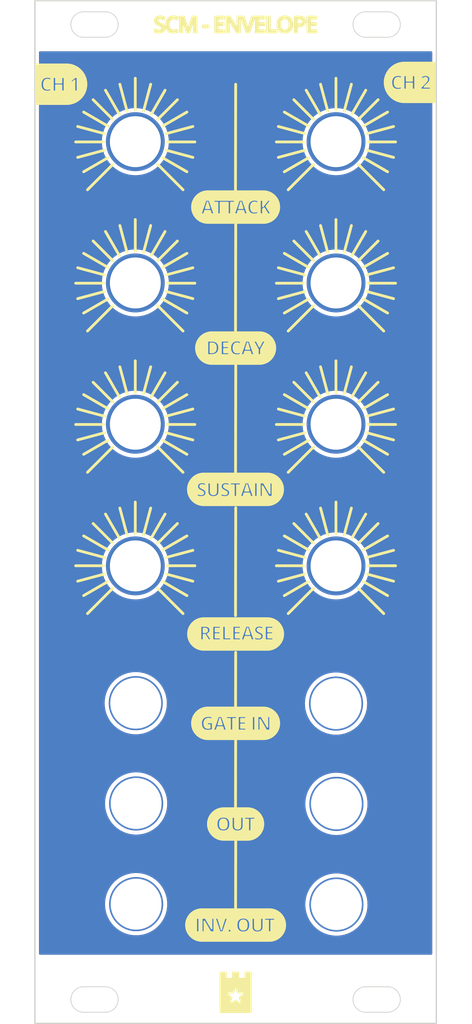
<source format=kicad_pcb>
(kicad_pcb (version 20211014) (generator pcbnew)
  (layers (0 "F.Cu" signal) (31 "B.Cu" signal) (34 "B.Paste" user) (35 "F.Paste" user) (36 "B.SilkS" user "B.Silkscreen") (37 "F.SilkS" user "F.Silkscreen") (38 "B.Mask" user) (39 "F.Mask" user) (44 "Edge.Cuts" user))
  (net 0 "")
  (footprint "Library:MountingHole_6.4mm_M6_MiniPad_TopBottom" (layer "F.Cu") (at 148.35 129.05)
    (fp_text reference "REF**" hide)
    (fp_text value "MountingHole_6.4mm_M6_MiniPad_TopBottom")
    (pad "1" connect circle (at 0 0) (size 6.4 6.4) (layers "F.Cu" "F.Mask"))
    (pad "1" thru_hole circle (at 0 0) (size 6.8 6.8) (drill 6.4) (layers *.Cu *.Mask))
    (pad "1" connect circle (at 0 0) (size 6.4 6.4) (layers "B.Cu" "B.Mask"))
  )
  (footprint "Library:MountingHole_6.4mm_M6_MiniPad_TopBottom" (layer "F.Cu") (at 123.15 141.65)
    (fp_text reference "REF**" hide)
    (fp_text value "MountingHole_6.4mm_M6_MiniPad_TopBottom")
    (pad "1" thru_hole circle (at 0 0) (size 6.8 6.8) (drill 6.4) (layers *.Cu *.Mask))
    (pad "1" connect circle (at 0 0) (size 6.4 6.4) (layers "B.Cu" "B.Mask"))
    (pad "1" connect circle (at 0 0) (size 6.4 6.4) (layers "F.Cu" "F.Mask"))
  )
  (footprint "Library:MountingHole_7.2mm_Pad_TopBottom" (layer "F.Cu") (at 123.05 45.85)
    (fp_text reference "GND" hide)
    (fp_text value "MountingHole_7.2mm_Pad_TopBottom")
    (pad "1" thru_hole circle (at 0 0) (size 7.2 7.2) (drill 6.4) (layers *.Cu *.Mask))
    (pad "1" connect circle (at 0 0) (size 7.4 7.4) (layers "B.Cu" "B.Mask"))
    (pad "1" connect circle (at 0 0) (size 7.4 7.4) (layers "F.Cu" "F.Mask"))
  )
  (footprint "Library:MountingHole_7.2mm_Pad_TopBottom" (layer "F.Cu") (at 148.3 63.6)
    (fp_text reference "GND" hide)
    (fp_text value "MountingHole_7.2mm_Pad_TopBottom")
    (pad "1" thru_hole circle (at 0 0) (size 7.2 7.2) (drill 6.4) (layers *.Cu *.Mask))
    (pad "1" connect circle (at 0 0) (size 7.4 7.4) (layers "B.Cu" "B.Mask"))
    (pad "1" connect circle (at 0 0) (size 7.4 7.4) (layers "F.Cu" "F.Mask"))
  )
  (footprint "Library:MountingHole_7.2mm_Pad_TopBottom" (layer "F.Cu") (at 148.3 99.15)
    (fp_text reference "GND" hide)
    (fp_text value "MountingHole_7.2mm_Pad_TopBottom")
    (pad "1" connect circle (at 0 0) (size 7.4 7.4) (layers "B.Cu" "B.Mask"))
    (pad "1" thru_hole circle (at 0 0) (size 7.2 7.2) (drill 6.4) (layers *.Cu *.Mask))
    (pad "1" connect circle (at 0 0) (size 7.4 7.4) (layers "F.Cu" "F.Mask"))
  )
  (footprint "Library:MountingHole_6.4mm_M6_MiniPad_TopBottom" (layer "F.Cu") (at 148.3 116.45)
    (fp_text reference "REF**" hide)
    (fp_text value "MountingHole_6.4mm_M6_MiniPad_TopBottom")
    (pad "1" connect circle (at 0 0) (size 6.4 6.4) (layers "B.Cu" "B.Mask"))
    (pad "1" connect circle (at 0 0) (size 6.4 6.4) (layers "F.Cu" "F.Mask"))
    (pad "1" thru_hole circle (at 0 0) (size 6.8 6.8) (drill 6.4) (layers *.Cu *.Mask))
  )
  (footprint "Library:MountingHole_6.4mm_M6_MiniPad_TopBottom" (layer "F.Cu") (at 123.15 129)
    (fp_text reference "REF**" hide)
    (fp_text value "MountingHole_6.4mm_M6_MiniPad_TopBottom")
    (pad "1" connect circle (at 0 0) (size 6.4 6.4) (layers "B.Cu" "B.Mask"))
    (pad "1" connect circle (at 0 0) (size 6.4 6.4) (layers "F.Cu" "F.Mask"))
    (pad "1" thru_hole circle (at 0 0) (size 6.8 6.8) (drill 6.4) (layers *.Cu *.Mask))
  )
  (footprint "Library:MountingHole_7.2mm_Pad_TopBottom" (layer "F.Cu") (at 123.05 81.35)
    (fp_text reference "GND" hide)
    (fp_text value "MountingHole_7.2mm_Pad_TopBottom")
    (pad "1" thru_hole circle (at 0 0) (size 7.2 7.2) (drill 6.4) (layers *.Cu *.Mask))
    (pad "1" connect circle (at 0 0) (size 7.4 7.4) (layers "B.Cu" "B.Mask"))
    (pad "1" connect circle (at 0 0) (size 7.4 7.4) (layers "F.Cu" "F.Mask"))
  )
  (footprint "Library:MountingHole_6.4mm_M6_MiniPad_TopBottom" (layer "F.Cu") (at 148.35 141.7)
    (fp_text reference "REF**" hide)
    (fp_text value "MountingHole_6.4mm_M6_MiniPad_TopBottom")
    (pad "1" thru_hole circle (at 0 0) (size 6.8 6.8) (drill 6.4) (layers *.Cu *.Mask))
    (pad "1" connect circle (at 0 0) (size 6.4 6.4) (layers "F.Cu" "F.Mask"))
    (pad "1" connect circle (at 0 0) (size 6.4 6.4) (layers "B.Cu" "B.Mask"))
  )
  (footprint "Library:MountingHole_7.2mm_Pad_TopBottom" (layer "F.Cu") (at 148.3 81.35)
    (fp_text reference "GND" hide)
    (fp_text value "MountingHole_7.2mm_Pad_TopBottom")
    (pad "1" connect circle (at 0 0) (size 7.4 7.4) (layers "B.Cu" "B.Mask"))
    (pad "1" connect circle (at 0 0) (size 7.4 7.4) (layers "F.Cu" "F.Mask"))
    (pad "1" thru_hole circle (at 0 0) (size 7.2 7.2) (drill 6.4) (layers *.Cu *.Mask))
  )
  (footprint "Library:MountingHole_6.4mm_M6_MiniPad_TopBottom" (layer "F.Cu") (at 123.1 116.4)
    (fp_text reference "REF**" hide)
    (fp_text value "MountingHole_6.4mm_M6_MiniPad_TopBottom")
    (pad "1" thru_hole circle (at 0 0) (size 6.8 6.8) (drill 6.4) (layers *.Cu *.Mask))
    (pad "1" connect circle (at 0 0) (size 6.4 6.4) (layers "F.Cu" "F.Mask"))
    (pad "1" connect circle (at 0 0) (size 6.4 6.4) (layers "B.Cu" "B.Mask"))
  )
  (footprint "Library:MountingHole_7.2mm_Pad_TopBottom" (layer "F.Cu") (at 148.3 45.85)
    (fp_text reference "GND" hide)
    (fp_text value "MountingHole_7.2mm_Pad_TopBottom")
    (pad "1" connect circle (at 0 0) (size 7.4 7.4) (layers "F.Cu" "F.Mask"))
    (pad "1" connect circle (at 0 0) (size 7.4 7.4) (layers "B.Cu" "B.Mask"))
    (pad "1" thru_hole circle (at 0 0) (size 7.2 7.2) (drill 6.4) (layers *.Cu *.Mask))
  )
  (footprint "Library:MountingHole_7.2mm_Pad_TopBottom" (layer "F.Cu") (at 123.05 99.15)
    (fp_text reference "GND" hide)
    (fp_text value "MountingHole_7.2mm_Pad_TopBottom")
    (pad "1" connect circle (at 0 0) (size 7.4 7.4) (layers "B.Cu" "B.Mask"))
    (pad "1" thru_hole circle (at 0 0) (size 7.2 7.2) (drill 6.4) (layers *.Cu *.Mask))
    (pad "1" connect circle (at 0 0) (size 7.4 7.4) (layers "F.Cu" "F.Mask"))
  )
  (footprint "Library:MountingHole_7.2mm_Pad_TopBottom" (layer "F.Cu") (at 123.05 63.6)
    (fp_text reference "GND" hide)
    (fp_text value "MountingHole_7.2mm_Pad_TopBottom")
    (pad "1" connect circle (at 0 0) (size 7.4 7.4) (layers "F.Cu" "F.Mask"))
    (pad "1" connect circle (at 0 0) (size 7.4 7.4) (layers "B.Cu" "B.Mask"))
    (pad "1" thru_hole circle (at 0 0) (size 7.2 7.2) (drill 6.4) (layers *.Cu *.Mask))
  )
  (gr_line (start 116.546823 95.381838) (end 119.577889 97.131968) (layer "F.SilkS") (width 0.352777))
  (gr_line (start 154.787188 42.131872) (end 151.756125 43.881651) (layer "F.SilkS") (width 0.352777))
  (gr_line (start 121.100902 56.38748) (end 122.006834 59.76815) (layer "F.SilkS") (width 0.352777))
  (gr_line (start 155.536524 61.69071) (end 152.155855 62.59664) (layer "F.SilkS") (width 0.352777))
  (gr_line (start 129.537226 95.381838) (end 126.506161 97.131968) (layer "F.SilkS") (width 0.352777))
  (gr_line (start 153.595186 58.32864) (end 151.120451 60.803377) (layer "F.SilkS") (width 0.352777))
  (gr_line (start 148.292162 37.881817) (end 148.292162 41.881965) (layer "F.SilkS") (width 0.352777))
  (gr_line (start 141.796784 77.631865) (end 144.827849 79.38164) (layer "F.SilkS") (width 0.352777))
  (gr_line (start 152.155852 64.667101) (end 155.53652 65.573034) (layer "F.SilkS") (width 0.352777))
  (gr_line (start 130.286564 43.940693) (end 126.905894 44.846626) (layer "F.SilkS") (width 0.352777))
  (gr_line (start 126.905718 82.417078) (end 130.286389 83.323012) (layer "F.SilkS") (width 0.352777))
  (gr_line (start 145.463732 48.710259) (end 142.281323 51.892313) (layer "F.SilkS") (width 0.352777))
  (gr_line (start 126.792017 57.136643) (end 125.042239 60.167711) (layer "F.SilkS") (width 0.352777))
  (gr_poly (pts (xy 133.713431 118.340913) (xy 133.720574 118.368561) (xy 133.729306 118.400177) (xy 133.739624 118.435763) (xy 133.939295 119.080645) (xy 133.479979 119.080645) (xy 133.564701 118.804693) (xy 133.630968 118.58543) (xy 133.678715 118.422922) (xy 133.707875 118.317232)) (layer "F.SilkS") (width 0.2) (fill solid))
  (gr_line (start 148.292162 55.631832) (end 148.292162 59.631981) (layer "F.SilkS") (width 0.352777))
  (gr_line (start 126.792017 39.386626) (end 125.042239 42.417693) (layer "F.SilkS") (width 0.352777))
  (gr_line (start 141.796784 95.381838) (end 144.827849 97.131968) (layer "F.SilkS") (width 0.352777))
  (gr_line (start 121.100902 38.637326) (end 122.006834 42.017996) (layer "F.SilkS") (width 0.352777))
  (gr_poly (pts (xy 137.087041 88.980059) (xy 137.094186 89.007668) (xy 137.102917 89.039181) (xy 137.113236 89.074564) (xy 137.312907 89.719794) (xy 136.85359 89.719794) (xy 136.938312 89.443695) (xy 137.00458 89.224449) (xy 137.052326 89.062024) (xy 137.081484 88.956385)) (layer "F.SilkS") (width 0.2) (fill solid))
  (gr_poly (pts (xy 139.754625 87.537548) (xy 139.855839 87.545308) (xy 139.955624 87.558085) (xy 140.053853 87.575751) (xy 140.150398 87.598177) (xy 140.245129 87.625235) (xy 140.33792 87.656797) (xy 140.428641 87.692735) (xy 140.517165 87.732921) (xy 140.603364 87.777227) (xy 140.687109 87.825524) (xy 140.768272 87.877685) (xy 140.846726 87.93358) (xy 140.922341 87.993083) (xy 140.99499 88.056065) (xy 141.064545 88.122397) (xy 141.130877 88.191952) (xy 141.193859 88.264601) (xy 141.253361 88.340217) (xy 141.309257 88.41867) (xy 141.361418 88.499834) (xy 141.409715 88.583579) (xy 141.45402 88.669778) (xy 141.494206 88.758302) (xy 141.530145 88.849024) (xy 141.561707 88.941815) (xy 141.588765 89.036546) (xy 141.611191 89.133091) (xy 141.628856 89.23132) (xy 141.641633 89.331106) (xy 141.649393 89.43232) (xy 141.652008 89.534834) (xy 141.649393 89.637348) (xy 141.641633 89.738562) (xy 141.628856 89.838347) (xy 141.611191 89.936576) (xy 141.588765 90.03312) (xy 141.561707 90.127851) (xy 141.530145 90.220642) (xy 141.494206 90.311363) (xy 141.45402 90.399887) (xy 141.409715 90.486086) (xy 141.361418 90.569831) (xy 141.309257 90.650994) (xy 141.253361 90.729447) (xy 141.193859 90.805062) (xy 141.130877 90.877711) (xy 141.064545 90.947266) (xy 140.99499 91.013598) (xy 140.922341 91.076579) (xy 140.846726 91.136082) (xy 140.768272 91.191977) (xy 140.687109 91.244137) (xy 140.603364 91.292434) (xy 140.517165 91.33674) (xy 140.428641 91.376926) (xy 140.33792 91.412864) (xy 140.245129 91.444426) (xy 140.150398 91.471484) (xy 140.053853 91.49391) (xy 139.955624 91.511575) (xy 139.855839 91.524352) (xy 139.754625 91.532112) (xy 139.652111 91.534727) (xy 131.652172 91.534727) (xy 131.549658 91.532112) (xy 131.448444 91.524352) (xy 131.348659 91.511575) (xy 131.25043 91.49391) (xy 131.153885 91.471484) (xy 131.059154 91.444426) (xy 130.966363 91.412864) (xy 130.875642 91.376926) (xy 130.787117 91.33674) (xy 130.700919 91.292434) (xy 130.617173 91.244137) (xy 130.53601 91.191977) (xy 130.457556 91.136082) (xy 130.381941 91.076579) (xy 130.309292 91.013598) (xy 130.239737 90.947266) (xy 130.173405 90.877711) (xy 130.110423 90.805062) (xy 130.050921 90.729447) (xy 129.995025 90.650994) (xy 129.942864 90.569831) (xy 129.894567 90.486086) (xy 129.850261 90.399887) (xy 129.837108 90.370913) (xy 130.818907 90.370913) (xy 130.846283 90.383729) (xy 130.874171 90.395718) (xy 130.902571 90.40688) (xy 130.931482 90.417215) (xy 130.960904 90.426724) (xy 130.990835 90.435406) (xy 131.021276 90.443261) (xy 131.052226 90.450289) (xy 131.083685 90.45649) (xy 131.115651 90.461865) (xy 131.148125 90.466412) (xy 131.181106 90.470133) (xy 131.214593 90.473027) (xy 131.248586 90.475094) (xy 131.283084 90.476334) (xy 131.318087 90.476748) (xy 131.355861 90.47621) (xy 131.392584 90.474599) (xy 131.428257 90.471913) (xy 131.462881 90.468154) (xy 131.496454 90.463323) (xy 131.528977 90.457419) (xy 131.56045 90.450443) (xy 131.590873 90.442396) (xy 131.620246 90.433279) (xy 131.648569 90.423091) (xy 131.675841 90.411833) (xy 131.702064 90.399507) (xy 131.727236 90.386111) (xy 131.751359 90.371647) (xy 131.774431 90.356116) (xy 131.796454 90.339518) (xy 131.796458 90.339514) (xy 131.817223 90.32192) (xy 131.836656 90.303532) (xy 131.854755 90.284352) (xy 131.871521 90.264379) (xy 131.886951 90.243615) (xy 131.901045 90.222059) (xy 131.913801 90.199713) (xy 131.92522 90.176577) (xy 131.935298 90.152651) (xy 131.944036 90.127937) (xy 131.951433 90.102433) (xy 131.957487 90.076142) (xy 131.962198 90.049063) (xy 131.965564 90.021197) (xy 131.967584 89.992545) (xy 131.968258 89.963106) (xy 131.967899 89.941811) (xy 131.96682 89.920923) (xy 131.965023 89.900443) (xy 131.962509 89.880373) (xy 131.959277 89.860714) (xy 131.955329 89.841468) (xy 131.951466 89.825873) (xy 132.152056 89.825873) (xy 132.152792 89.863145) (xy 132.154999 89.899425) (xy 132.158677 89.93471) (xy 132.163825 89.969001) (xy 132.170442 90.002295) (xy 132.178529 90.034591) (xy 132.188085 90.065889) (xy 132.199108 90.096188) (xy 132.211599 90.125486) (xy 132.225557 90.153783) (xy 132.240982 90.181077) (xy 132.257873 90.207367) (xy 132.276229 90.232653) (xy 132.296051 90.256934) (xy 132.317337 90.280207) (xy 132.340086 90.302473) (xy 132.364225 90.323615) (xy 132.389547 90.343386) (xy 132.416051 90.361786) (xy 132.443737 90.378817) (xy 132.472605 90.394479) (xy 132.502656 90.408775) (xy 132.533889 90.421703) (xy 132.566305 90.433267) (xy 132.599903 90.443466) (xy 132.634683 90.452302) (xy 132.670646 90.459776) (xy 132.707791 90.465888) (xy 132.746118 90.470641) (xy 132.785628 90.474034) (xy 132.82632 90.47607) (xy 132.868195 90.476748) (xy 132.8962 90.476442) (xy 132.923725 90.475524) (xy 132.950772 90.473995) (xy 132.977341 90.471853) (xy 133.003433 90.4691) (xy 133.029047 90.465735) (xy 133.054185 90.461758) (xy 133.078847 90.457169) (xy 133.103034 90.451969) (xy 133.126746 90.446156) (xy 133.149983 90.439732) (xy 133.172746 90.432696) (xy 133.195037 90.425048) (xy 133.216854 90.416788) (xy 133.238199 90.407916) (xy 133.259072 90.398432) (xy 133.279407 90.388374) (xy 133.299139 90.377778) (xy 133.310927 90.370917) (xy 133.798821 90.370917) (xy 133.826193 90.383732) (xy 133.854071 90.39572) (xy 133.882455 90.406882) (xy 133.911346 90.417217) (xy 133.940746 90.426725) (xy 133.970655 90.435407) (xy 134.001075 90.443262) (xy 134.032006 90.450289) (xy 134.06345 90.45649) (xy 134.095408 90.461865) (xy 134.127881 90.466412) (xy 134.160869 90.470133) (xy 134.194374 90.473027) (xy 134.228397 90.475094) (xy 134.262939 90.476334) (xy 134.298001 90.476748) (xy 134.335712 90.47621) (xy 134.372381 90.474599) (xy 134.408007 90.471913) (xy 134.44259 90.468154) (xy 134.476129 90.463323) (xy 134.508623 90.457419) (xy 134.540073 90.450443) (xy 134.570477 90.442396) (xy 134.599836 90.433279) (xy 134.628148 90.423091) (xy 134.655412 90.411833) (xy 134.68163 90.399507) (xy 134.706799 90.386111) (xy 134.73092 90.371647) (xy 134.753992 90.356116) (xy 134.776015 90.339518) (xy 134.776017 90.339518) (xy 134.796782 90.321923) (xy 134.816215 90.303534) (xy 134.834315 90.284354) (xy 134.851081 90.264381) (xy 134.866511 90.243616) (xy 134.880605 90.22206) (xy 134.893362 90.199714) (xy 134.90478 90.176578) (xy 134.914859 90.152652) (xy 134.923597 90.127937) (xy 134.930994 90.102433) (xy 134.937048 90.076142) (xy 134.941759 90.049063) (xy 134.945125 90.021197) (xy 134.947145 89.992545) (xy 134.947819 89.963106) (xy 134.947459 89.941811) (xy 134.946381 89.920923) (xy 134.944584 89.900443) (xy 134.94207 89.880373) (xy 134.938838 89.860714) (xy 134.934889 89.841468) (xy 134.930224 89.822636) (xy 134.924844 89.804221) (xy 134.918748 89.786223) (xy 134.911938 89.768644) (xy 134.904413 89.751486) (xy 134.896175 89.73475) (xy 134.887224 89.718438) (xy 134.87756 89.702551) (xy 134.867184 89.687091) (xy 134.856097 89.67206) (xy 134.844045 89.657181) (xy 134.830779 89.642311) (xy 134.816297 89.627449) (xy 134.8006 89.612595) (xy 134.783687 89.59775) (xy 134.765559 89.582913) (xy 134.746215 89.568084) (xy 134.725656 89.553263) (xy 134.703882 89.538451) (xy 134.680892 89.523647) (xy 134.656687 89.508851) (xy 134.631267 89.494064) (xy 134.60463 89.479285) (xy 134.576779 89.464513) (xy 134.51743 89.434996) (xy 134.472864 89.413615) (xy 134.432564 89.393925) (xy 134.396531 89.37593) (xy 134.364765 89.359633) (xy 134.337265 89.34504) (xy 134.314031 89.332154) (xy 134.295063 89.32098) (xy 134.280361 89.311522) (xy 134.274247 89.307215) (xy 134.26834 89.30289) (xy 134.262639 89.298548) (xy 134.257145 89.294188) (xy 134.251858 89.289809) (xy 134.246777 89.285411) (xy 134.241903 89.280992) (xy 134.237236 89.276554) (xy 134.232775 89.272095) (xy 134.228521 89.267615) (xy 134.224474 89.263113) (xy 134.220633 89.258589) (xy 134.216999 89.254042) (xy 134.213571 89.249472) (xy 134.210351 89.244878) (xy 134.207337 89.240259) (xy 134.20458 89.235642) (xy 134.201997 89.230919) (xy 134.199588 89.22609) (xy 134.197355 89.221157) (xy 134.195298 89.21612) (xy 134.193416 89.210981) (xy 134.191711 89.20574) (xy 134.190184 89.200399) (xy 134.188834 89.194959) (xy 134.187663 89.18942) (xy 134.18667 89.183785) (xy 134.185856 89.178053) (xy 134.185223 89.172226) (xy 134.18477 89.166305) (xy 134.184497 89.160291) (xy 134.184406 89.154185) (xy 134.18463 89.144317) (xy 134.185299 89.134688) (xy 134.186413 89.1253) (xy 134.187973 89.116151) (xy 134.189977 89.107242) (xy 134.192425 89.098572) (xy 134.195316 89.090143) (xy 134.19865 89.081953) (xy 134.202427 89.074003) (xy 134.206645 89.066293) (xy 134.211305 89.058823) (xy 134.216406 89.051592) (xy 134.221946 89.044601) (xy 134.227927 89.037851) (xy 134.234347 89.03134) (xy 134.241206 89.025068) (xy 134.248477 89.019107) (xy 134.256137 89.013526) (xy 134.264184 89.008327) (xy 134.272619 89.003509) (xy 134.28144 88.999074) (xy 134.290647 88.995022) (xy 134.300239 88.991353) (xy 134.310216 88.988068) (xy 134.320578 88.985168) (xy 134.331324 88.982653) (xy 134.342453 88.980523) (xy 134.353966 88.978779) (xy 134.36586 88.977422) (xy 134.378137 88.976452) (xy 134.390795 88.97587) (xy 134.403834 88.975676) (xy 134.426226 88.976024) (xy 134.448692 88.977076) (xy 134.471241 88.978838) (xy 134.493881 88.981321) (xy 134.51662 88.98453) (xy 134.539467 88.988476) (xy 134.56243 88.993167) (xy 134.585516 88.99861) (xy 134.60931 89.004859) (xy 134.63465 89.012225) (xy 134.661528 89.020698) (xy 134.689936 89.030271) (xy 134.719866 89.040935) (xy 134.751309 89.052683) (xy 134.784257 89.065505) (xy 134.818701 89.079394) (xy 134.851206 89.001078) (xy 134.971453 89.001078) (xy 135.450173 89.001078) (xy 135.450173 90.452761) (xy 135.824116 90.452761) (xy 136.228752 90.452761) (xy 136.631626 90.452761) (xy 136.759331 90.033308) (xy 137.40209 90.033308) (xy 137.53015 90.452761) (xy 137.932318 90.452761) (xy 138.030743 90.452761) (xy 138.404686 90.452761) (xy 138.725008 90.452761) (xy 139.059441 90.452761) (xy 139.059441 89.623026) (xy 139.057936 89.535135) (xy 139.053488 89.421811) (xy 139.046195 89.283153) (xy 139.036158 89.119261) (xy 139.047095 89.119261) (xy 139.813681 90.452761) (xy 140.289225 90.452761) (xy 140.289225 88.689928) (xy 139.952673 88.689928) (xy 139.952673 89.524248) (xy 139.953803 89.607995) (xy 139.957216 89.716909) (xy 139.962943 89.851026) (xy 139.971018 90.010378) (xy 139.9622 90.010378) (xy 139.196318 88.689928) (xy 138.725008 88.689928) (xy 138.725008 90.452761) (xy 138.404686 90.452761) (xy 138.404686 88.689928) (xy 138.030743 88.689928) (xy 138.030743 90.452761) (xy 137.932318 90.452761) (xy 137.308254 88.682524) (xy 136.851052 88.682524) (xy 136.228752 90.452761) (xy 135.824116 90.452761) (xy 135.824116 89.001078) (xy 136.302836 89.001078) (xy 136.302836 88.689928) (xy 134.971453 88.689928) (xy 134.971453 89.001078) (xy 134.851206 89.001078) (xy 134.939352 88.788706) (xy 134.905519 88.774319) (xy 134.872021 88.760783) (xy 134.838862 88.74809) (xy 134.806046 88.736232) (xy 134.773577 88.725201) (xy 134.741459 88.714989) (xy 134.709698 88.705586) (xy 134.678295 88.696985) (xy 134.646877 88.689413) (xy 134.615066 88.682836) (xy 134.582866 88.67726) (xy 134.550282 88.672688) (xy 134.517317 88.669125) (xy 134.483977 88.666575) (xy 134.450263 88.665042) (xy 134.416182 88.66453) (xy 134.381666 88.665055) (xy 134.3481 88.666629) (xy 134.315484 88.669253) (xy 134.283818 88.672925) (xy 134.2531 88.677644) (xy 134.223331 88.683412) (xy 134.194509 88.690226) (xy 134.166635 88.698087) (xy 134.139707 88.706994) (xy 134.113726 88.716946) (xy 134.088691 88.727943) (xy 134.0646 88.739985) (xy 134.041455 88.75307) (xy 134.019253 88.767199) (xy 133.997995 88.782372) (xy 133.97768 88.798586) (xy 133.958519 88.815651) (xy 133.940589 88.833509) (xy 133.923893 88.852159) (xy 133.908431 88.871599) (xy 133.894202 88.891829) (xy 133.881208 88.912848) (xy 133.869449 88.934654) (xy 133.858926 88.957246) (xy 133.849639 88.980625) (xy 133.841588 89.004787) (xy 133.834775 89.029733) (xy 133.829199 89.055462) (xy 133.824861 89.081971) (xy 133.821762 89.109261) (xy 133.819903 89.137331) (xy 133.819283 89.166178) (xy 133.819469 89.181598) (xy 133.820028 89.196771) (xy 133.820959 89.211695) (xy 133.822265 89.226372) (xy 133.823944 89.2408) (xy 133.825999 89.25498) (xy 133.828428 89.268912) (xy 133.831233 89.282596) (xy 133.834414 89.296032) (xy 133.837972 89.30922) (xy 133.841908 89.32216) (xy 133.846221 89.334852) (xy 133.850912 89.347296) (xy 133.855982 89.359491) (xy 133.861431 89.371439) (xy 133.86726 89.383139) (xy 133.873466 89.394685) (xy 133.879913 89.406044) (xy 133.886602 89.417215) (xy 133.893537 89.4282) (xy 133.900717 89.439002) (xy 133.908145 89.449621) (xy 133.915821 89.460059) (xy 133.923749 89.470318) (xy 133.931928 89.480399) (xy 133.940362 89.490304) (xy 133.94905 89.500035) (xy 133.957996 89.509592) (xy 133.967199 89.518978) (xy 133.976663 89.528194) (xy 133.986388 89.537241) (xy 133.996376 89.546122) (xy 134.017874 89.563681) (xy 134.041885 89.581436) (xy 134.06841 89.599381) (xy 134.097448 89.617513) (xy 134.128999 89.635826) (xy 134.163064 89.654318) (xy 134.199642 89.672983) (xy 134.238734 89.691817) (xy 134.280042 89.711628) (xy 134.317713 89.730051) (xy 134.351745 89.747084) (xy 134.382139 89.762727) (xy 134.408895 89.776982) (xy 134.432013 89.789847) (xy 134.451492 89.801324) (xy 134.467333 89.811411) (xy 134.474237 89.816057) (xy 134.480927 89.820736) (xy 134.487403 89.825445) (xy 134.493665 89.830185) (xy 134.499715 89.834953) (xy 134.505552 89.83975) (xy 134.511177 89.844573) (xy 134.516591 89.849422) (xy 134.521794 89.854296) (xy 134.526786 89.859194) (xy 134.531569 89.864114) (xy 134.536142 89.869057) (xy 134.540507 89.874019) (xy 134.544663 89.879002) (xy 134.548612 89.884003) (xy 134.552353 89.889021) (xy 134.555818 89.894152) (xy 134.559066 89.899359) (xy 134.562098 89.904645) (xy 134.564911 89.910012) (xy 134.567505 89.915461) (xy 134.569879 89.920995) (xy 134.572032 89.926615) (xy 134.573962 89.932325) (xy 134.575669 89.938126) (xy 134.577152 89.944019) (xy 134.57841 89.950008) (xy 134.579441 89.956094) (xy 134.580245 89.962279) (xy 134.58082 89.968566) (xy 134.581166 89.974956) (xy 134.581282 89.981451) (xy 134.581026 89.992848) (xy 134.580257 90.00389) (xy 134.578975 90.014577) (xy 134.577181 90.024908) (xy 134.574874 90.034883) (xy 134.572055 90.044503) (xy 134.568723 90.053768) (xy 134.564878 90.062677) (xy 134.560521 90.071231) (xy 134.555651 90.079429) (xy 134.553024 90.083394) (xy 134.550268 90.087271) (xy 134.544373 90.094758) (xy 134.537965 90.101889) (xy 134.531044 90.108665) (xy 134.523611 90.115085) (xy 134.515665 90.121149) (xy 134.507178 90.12685) (xy 134.498252 90.132179) (xy 134.488887 90.137137) (xy 134.479082 90.141725) (xy 134.468836 90.145942) (xy 134.45815 90.149791) (xy 134.447022 90.15327) (xy 134.435453 90.156381) (xy 134.423441 90.159124) (xy 134.410986 90.161499) (xy 134.398088 90.163508) (xy 134.384746 90.16515) (xy 134.37096 90.166427) (xy 134.356729 90.167338) (xy 134.342052 90.167884) (xy 134.326929 90.168066) (xy 134.300935 90.167569) (xy 134.274283 90.166071) (xy 134.246978 90.163564) (xy 134.219023 90.160041) (xy 134.190424 90.155492) (xy 134.161184 90.14991) (xy 134.131308 90.143285) (xy 134.100798 90.135611) (xy 134.068998 90.126797) (xy 134.035506 90.116495) (xy 134.00032 90.104705) (xy 133.963435 90.091427) (xy 133.924846 90.07666) (xy 133.884551 90.060405) (xy 133.842543 90.042661) (xy 133.798821 90.023428) (xy 133.798821 90.370917) (xy 133.310927 90.370917) (xy 133.318266 90.366644) (xy 133.336788 90.354974) (xy 133.354704 90.342766) (xy 133.372014 90.33002) (xy 133.388718 90.316737) (xy 133.404814 90.302917) (xy 133.420302 90.288559) (xy 133.435182 90.273664) (xy 133.449454 90.258231) (xy 133.463116 90.242261) (xy 133.476169 90.225753) (xy 133.488611 90.208708) (xy 133.500442 90.191126) (xy 133.511662 90.173006) (xy 133.522236 90.154428) (xy 133.532133 90.135469) (xy 133.54135 90.116132) (xy 133.549888 90.096415) (xy 133.557745 90.07632) (xy 133.564923 90.055848) (xy 133.571419 90.034998) (xy 133.577233 90.013771) (xy 133.582366 89.992168) (xy 133.586816 89.97019) (xy 133.590582 89.947836) (xy 133.593665 89.925108) (xy 133.596064 89.902005) (xy 133.597778 89.878529) (xy 133.598807 89.85468) (xy 133.59915 89.830458) (xy 133.59915 88.689932) (xy 133.226263 88.689932) (xy 133.226263 89.766604) (xy 133.225941 89.791781) (xy 133.224974 89.816114) (xy 133.223363 89.839601) (xy 133.221109 89.862242) (xy 133.218212 89.884035) (xy 133.214673 89.90498) (xy 133.210492 89.925074) (xy 133.20567 89.944319) (xy 133.200207 89.962712) (xy 133.194103 89.980252) (xy 133.18736 89.996938) (xy 133.179978 90.012769) (xy 133.171956 90.027745) (xy 133.163297 90.041864) (xy 133.154 90.055124) (xy 133.144066 90.067526) (xy 133.133292 90.079126) (xy 133.121741 90.089982) (xy 133.109411 90.100093) (xy 133.096303 90.109457) (xy 133.082415 90.118076) (xy 133.067748 90.125948) (xy 133.0523 90.133072) (xy 133.036072 90.139449) (xy 133.019062 90.145077) (xy 133.00127 90.149957) (xy 132.982696 90.154087) (xy 132.963339 90.157468) (xy 132.943199 90.160098) (xy 132.922274 90.161977) (xy 132.900565 90.163105) (xy 132.878071 90.163481) (xy 132.854809 90.163109) (xy 132.832383 90.161993) (xy 132.810794 90.160132) (xy 132.790043 90.157528) (xy 132.770131 90.154179) (xy 132.75106 90.150086) (xy 132.732829 90.14525) (xy 132.715441 90.139669) (xy 132.698897 90.133343) (xy 132.683197 90.126274) (xy 132.668342 90.118461) (xy 132.654333 90.109903) (xy 132.641173 90.100602) (xy 132.62886 90.090556) (xy 132.617397 90.079766) (xy 132.606785 90.068232) (xy 132.596851 90.055841) (xy 132.587554 90.042615) (xy 132.578895 90.028552) (xy 132.570874 90.01365) (xy 132.563491 89.997909) (xy 132.556748 89.981328) (xy 132.550645 89.963906) (xy 132.545181 89.945642) (xy 132.540359 89.926534) (xy 132.536178 89.906581) (xy 132.532639 89.885784) (xy 132.529742 89.864139) (xy 132.527488 89.841647) (xy 132.525877 89.818307) (xy 132.52491 89.794117) (xy 132.524588 89.769076) (xy 132.524588 88.689928) (xy 132.152056 88.689928) (xy 132.152056 89.825873) (xy 131.951466 89.825873) (xy 131.950664 89.822636) (xy 131.945284 89.804221) (xy 131.939188 89.786223) (xy 131.932378 89.768644) (xy 131.924853 89.751486) (xy 131.916615 89.73475) (xy 131.907664 89.718438) (xy 131.898 89.702551) (xy 131.887623 89.687091) (xy 131.876536 89.67206) (xy 131.864427 89.657181) (xy 131.851117 89.642311) (xy 131.836604 89.627449) (xy 131.820885 89.612595) (xy 131.80396 89.59775) (xy 131.785825 89.582913) (xy 131.76648 89.568084) (xy 131.74592 89.553263) (xy 131.724145 89.538451) (xy 131.701153 89.523647) (xy 131.676942 89.508851) (xy 131.651508 89.494064) (xy 131.624851 89.479285) (xy 131.596969 89.464513) (xy 131.537518 89.434996) (xy 131.492953 89.413615) (xy 131.452658 89.393925) (xy 131.416638 89.37593) (xy 131.384897 89.359633) (xy 131.357439 89.34504) (xy 131.334269 89.332154) (xy 131.315389 89.32098) (xy 131.300804 89.311522) (xy 131.294628 89.307214) (xy 131.288666 89.302889) (xy 131.282919 89.298547) (xy 131.277388 89.294186) (xy 131.272071 89.289807) (xy 131.266969 89.285409) (xy 131.262083 89.280991) (xy 131.257411 89.276553) (xy 131.252955 89.272094) (xy 131.248713 89.267614) (xy 131.244687 89.263112) (xy 131.240875 89.258588) (xy 131.237279 89.254042) (xy 131.233897 89.249471) (xy 131.230731 89.244878) (xy 131.22778 89.240259) (xy 131.225022 89.235642) (xy 131.222438 89.230919) (xy 131.220029 89.22609) (xy 131.217795 89.221157) (xy 131.215737 89.21612) (xy 131.213856 89.210981) (xy 131.212151 89.20574) (xy 131.210624 89.200399) (xy 131.209274 89.194959) (xy 131.208103 89.18942) (xy 131.20711 89.183785) (xy 131.206297 89.178053) (xy 131.205664 89.172226) (xy 131.205211 89.166305) (xy 131.204938 89.160291) (xy 131.204848 89.154185) (xy 131.205071 89.144317) (xy 131.20574 89.134688) (xy 131.206854 89.1253) (xy 131.208414 89.116151) (xy 131.210418 89.107242) (xy 131.212865 89.098572) (xy 131.215756 89.090143) (xy 131.21909 89.081953) (xy 131.222867 89.074003) (xy 131.227085 89.066293) (xy 131.231744 89.058823) (xy 131.236844 89.051592) (xy 131.242385 89.044601) (xy 131.248365 89.037851) (xy 131.254784 89.03134) (xy 131.261643 89.025068) (xy 131.268911 89.019107) (xy 131.27656 89.013526) (xy 131.284592 89.008327) (xy 131.293008 89.003509) (xy 131.301807 88.999074) (xy 131.310993 88.995022) (xy 131.320565 88.991353) (xy 131.330524 88.988068) (xy 131.340872 88.985168) (xy 131.35161 88.982653) (xy 131.362738 88.980523) (xy 131.374258 88.978779) (xy 131.38617 88.977422) (xy 131.398477 88.976452) (xy 131.411178 88.97587) (xy 131.424275 88.975676) (xy 131.446667 88.976024) (xy 131.469133 88.977076) (xy 131.491682 88.978838) (xy 131.514322 88.981321) (xy 131.537061 88.98453) (xy 131.559907 88.988476) (xy 131.582869 88.993167) (xy 131.605955 88.99861) (xy 131.629736 89.004858) (xy 131.655042 89.012224) (xy 131.681877 89.020697) (xy 131.710246 89.03027) (xy 131.740153 89.040934) (xy 131.771602 89.052682) (xy 131.804597 89.065505) (xy 131.839142 89.079394) (xy 131.959791 88.788706) (xy 131.925857 88.774319) (xy 131.892306 88.760783) (xy 131.859128 88.74809) (xy 131.826309 88.736232) (xy 131.793838 88.725201) (xy 131.761701 88.714989) (xy 131.729886 88.705586) (xy 131.698382 88.696985) (xy 131.667079 88.689413) (xy 131.635351 88.682836) (xy 131.603201 88.67726) (xy 131.570633 88.672688) (xy 131.537652 88.669125) (xy 131.504262 88.666575) (xy 131.470466 88.665042) (xy 131.43627 88.66453) (xy 131.401754 88.665055) (xy 131.368189 88.666629) (xy 131.335575 88.669253) (xy 131.303911 88.672925) (xy 131.273199 88.677644) (xy 131.243437 88.683412) (xy 131.214626 88.690226) (xy 131.186766 88.698087) (xy 131.159857 88.706994) (xy 131.133899 88.716946) (xy 131.108891 88.727943) (xy 131.084835 88.739985) (xy 131.061729 88.75307) (xy 131.039575 88.767199) (xy 131.018371 88.782372) (xy 130.998118 88.798586) (xy 130.978894 88.815651) (xy 130.960911 88.833509) (xy 130.944168 88.852159) (xy 130.928666 88.871599) (xy 130.914403 88.891829) (xy 130.901381 88.912848) (xy 130.889599 88.934654) (xy 130.879057 88.957246) (xy 130.869755 88.980625) (xy 130.861693 89.004787) (xy 130.854872 89.029733) (xy 130.849291 89.055462) (xy 130.84495 89.081971) (xy 130.84185 89.109261) (xy 130.839989 89.137331) (xy 130.839369 89.166178) (xy 130.839559 89.181598) (xy 130.840129 89.196771) (xy 130.841078 89.211695) (xy 130.842406 89.226372) (xy 130.844112 89.2408) (xy 130.846196 89.25498) (xy 130.848657 89.268912) (xy 130.851495 89.282596) (xy 130.854709 89.296032) (xy 130.858299 89.30922) (xy 130.862264 89.32216) (xy 130.866604 89.334852) (xy 130.871318 89.347296) (xy 130.876405 89.359491) (xy 130.881866 89.371439) (xy 130.887699 89.383139) (xy 130.893847 89.394685) (xy 130.90025 89.406044) (xy 130.90691 89.417215) (xy 130.913827 89.4282) (xy 130.920999 89.439002) (xy 130.928428 89.449621) (xy 130.936113 89.460059) (xy 130.944055 89.470318) (xy 130.952252 89.480399) (xy 130.960706 89.490304) (xy 130.969417 89.500035) (xy 130.978383 89.509592) (xy 130.987607 89.518978) (xy 130.997086 89.528194) (xy 131.006822 89.537241) (xy 131.016814 89.546122) (xy 131.038312 89.563681) (xy 131.062324 89.581436) (xy 131.088848 89.599381) (xy 131.117887 89.617513) (xy 131.149438 89.635826) (xy 131.183503 89.654318) (xy 131.220081 89.672983) (xy 131.259173 89.691817) (xy 131.300467 89.711628) (xy 131.338102 89.730051) (xy 131.372091 89.747084) (xy 131.402446 89.762727) (xy 131.42918 89.776982) (xy 131.452304 89.789847) (xy 131.471831 89.801324) (xy 131.487774 89.811411) (xy 131.49462 89.816057) (xy 131.501266 89.820736) (xy 131.507712 89.825445) (xy 131.513956 89.830185) (xy 131.519998 89.834953) (xy 131.525836 89.83975) (xy 131.531469 89.844573) (xy 131.536897 89.849422) (xy 131.542118 89.854296) (xy 131.547132 89.859194) (xy 131.551936 89.864114) (xy 131.556531 89.869057) (xy 131.560915 89.874019) (xy 131.565087 89.879002) (xy 131.569047 89.884003) (xy 131.572792 89.889021) (xy 131.576257 89.894152) (xy 131.579505 89.899359) (xy 131.582536 89.904645) (xy 131.58535 89.910012) (xy 131.587944 89.915461) (xy 131.590318 89.920994) (xy 131.592471 89.926615) (xy 131.594402 89.932325) (xy 131.596109 89.938125) (xy 131.597592 89.944018) (xy 131.59885 89.950007) (xy 131.599882 89.956092) (xy 131.600686 89.962277) (xy 131.601261 89.968563) (xy 131.601607 89.974953) (xy 131.601723 89.981447) (xy 131.601467 89.992845) (xy 131.600698 90.003888) (xy 131.599416 90.014575) (xy 131.597622 90.024906) (xy 131.595315 90.034882) (xy 131.592495 90.044502) (xy 131.589163 90.053767) (xy 131.585318 90.062676) (xy 131.580961 90.07123) (xy 131.576091 90.079427) (xy 131.573464 90.083393) (xy 131.570708 90.08727) (xy 131.564813 90.094756) (xy 131.558405 90.101887) (xy 131.551485 90.108662) (xy 131.544052 90.115082) (xy 131.536106 90.121145) (xy 131.527618 90.126847) (xy 131.518691 90.132176) (xy 131.509324 90.137135) (xy 131.499515 90.141723) (xy 131.489264 90.145941) (xy 131.47857 90.14979) (xy 131.467431 90.153269) (xy 131.455847 90.15638) (xy 131.443817 90.159123) (xy 131.431339 90.161499) (xy 131.418412 90.163508) (xy 131.405036 90.16515) (xy 131.391209 90.166427) (xy 131.37693 90.167338) (xy 131.362199 90.167884) (xy 131.347014 90.168066) (xy 131.321035 90.167569) (xy 131.294423 90.166071) (xy 131.267174 90.163564) (xy 131.239285 90.160041) (xy 131.210751 90.155492) (xy 131.181568 90.14991) (xy 131.151731 90.143285) (xy 131.121237 90.135611) (xy 131.089436 90.126797) (xy 131.05594 90.116495) (xy 131.020741 90.104704) (xy 130.98383 90.091426) (xy 130.945199 90.076658) (xy 130.904841 90.060403) (xy 130.862746 90.04266) (xy 130.818907 90.023428) (xy 130.818907 90.370913) (xy 129.837108 90.370913) (xy 129.810075 90.311363) (xy 129.774137 90.220642) (xy 129.742575 90.127851) (xy 129.715517 90.03312) (xy 129.693091 89.936576) (xy 129.675426 89.838347) (xy 129.662649 89.738562) (xy 129.654889 89.637348) (xy 129.652273 89.534834) (xy 129.654889 89.43232) (xy 129.662649 89.331106) (xy 129.675426 89.23132) (xy 129.693091 89.133091) (xy 129.715517 89.036546) (xy 129.742575 88.941815) (xy 129.774137 88.849024) (xy 129.810075 88.758302) (xy 129.850261 88.669778) (xy 129.894567 88.583579) (xy 129.942864 88.499834) (xy 129.995025 88.41867) (xy 130.050921 88.340217) (xy 130.110423 88.264601) (xy 130.173405 88.191952) (xy 130.239737 88.122397) (xy 130.309292 88.056065) (xy 130.381941 87.993083) (xy 130.457556 87.93358) (xy 130.53601 87.877685) (xy 130.617173 87.825524) (xy 130.700919 87.777227) (xy 130.787117 87.732921) (xy 130.875642 87.692735) (xy 130.966363 87.656797) (xy 131.059154 87.625235) (xy 131.153885 87.598177) (xy 131.25043 87.575751) (xy 131.348659 87.558085) (xy 131.448444 87.545308) (xy 131.549658 87.537548) (xy 131.652172 87.534933) (xy 139.652111 87.534933)) (layer "F.SilkS") (width 0.2) (fill solid))
  (gr_poly (pts (xy 127.90491 30.089064) (xy 127.942745 30.090784) (xy 127.980404 30.09365) (xy 128.017886 30.097663) (xy 128.055193 30.102822) (xy 128.092323 30.109128) (xy 128.129276 30.116581) (xy 128.166054 30.12518) (xy 128.203139 30.134087) (xy 128.239607 30.143877) (xy 128.275458 30.154549) (xy 128.310691 30.166102) (xy 128.345308 30.178537) (xy 128.379307 30.191855) (xy 128.412689 30.206054) (xy 128.445454 30.221135) (xy 128.321274 30.517469) (xy 128.294331 30.505651) (xy 128.267123 30.494185) (xy 128.239651 30.483073) (xy 128.211914 30.472313) (xy 128.183912 30.461906) (xy 128.155646 30.451852) (xy 128.127114 30.442151) (xy 128.098318 30.432802) (xy 128.084185 30.428017) (xy 128.070008 30.423542) (xy 128.055786 30.419374) (xy 128.041521 30.415516) (xy 128.027211 30.411966) (xy 128.012858 30.408725) (xy 127.99846 30.405792) (xy 127.984019 30.403169) (xy 127.969533 30.400854) (xy 127.955003 30.398847) (xy 127.940429 30.397149) (xy 127.925811 30.39576) (xy 127.911149 30.39468) (xy 127.896443 30.393908) (xy 127.881692 30.393445) (xy 127.866898 30.393291) (xy 127.83281 30.394063) (xy 127.799693 30.396378) (xy 127.767546 30.400236) (xy 127.736369 30.405638) (xy 127.706162 30.412583) (xy 127.676926 30.421072) (xy 127.648659 30.431104) (xy 127.621363 30.44268) (xy 127.595037 30.455799) (xy 127.569681 30.470461) (xy 127.545295 30.486667) (xy 127.521879 30.504416) (xy 127.499434 30.523708) (xy 127.477958 30.544544) (xy 127.457453 30.566924) (xy 127.437918 30.590846) (xy 127.419805 30.616092) (xy 127.402861 30.64244) (xy 127.387086 30.669891) (xy 127.372479 30.698444) (xy 127.35904 30.728099) (xy 127.34677 30.758857) (xy 127.335669 30.790717) (xy 127.325736 30.82368) (xy 127.316972 30.857745) (xy 127.309376 30.892912) (xy 127.302949 30.929182) (xy 127.29769 30.966555) (xy 127.2936 31.00503) (xy 127.290679 31.044607) (xy 127.288926 31.085287) (xy 127.288342 31.127069) (xy 127.288893 31.169181) (xy 127.290547 31.210148) (xy 127.293303 31.249968) (xy 127.297161 31.288641) (xy 127.302122 31.326168) (xy 127.308186 31.362548) (xy 127.315351 31.397782) (xy 127.32362 31.431869) (xy 127.33299 31.464809) (xy 127.343463 31.496603) (xy 127.355039 31.527251) (xy 127.367717 31.556752) (xy 127.381497 31.585107) (xy 127.39638 31.612315) (xy 127.412365 31.638376) (xy 127.429453 31.663291) (xy 127.447687 31.68653) (xy 127.467112 31.70827) (xy 127.487728 31.728511) (xy 127.498482 31.738069) (xy 127.509534 31.747252) (xy 127.520883 31.756061) (xy 127.532531 31.764494) (xy 127.556718 31.780237) (xy 127.582096 31.79448) (xy 127.608665 31.807224) (xy 127.636424 31.818469) (xy 127.665374 31.828215) (xy 127.695514 31.836461) (xy 127.726845 31.843208) (xy 127.759367 31.848455) (xy 127.793079 31.852203) (xy 127.827982 31.854452) (xy 127.864075 31.855202) (xy 127.895737 31.854805) (xy 127.927222 31.853615) (xy 127.958532 31.85163) (xy 127.989664 31.848852) (xy 128.02062 31.84528) (xy 128.0514 31.840914) (xy 128.082004 31.835755) (xy 128.112431 31.829802) (xy 128.142946 31.822482) (xy 128.173814 31.814633) (xy 128.205035 31.806254) (xy 128.236609 31.797346) (xy 128.268535 31.78791) (xy 128.300814 31.777944) (xy 128.333446 31.767448) (xy 128.36643 31.756424) (xy 128.36643 32.064046) (xy 128.335342 32.076305) (xy 128.304165 32.087683) (xy 128.2729 32.098178) (xy 128.241547 32.107791) (xy 128.210106 32.116522) (xy 128.178577 32.124371) (xy 128.146959 32.131339) (xy 128.115254 32.137424) (xy 128.083591 32.142716) (xy 128.050694 32.147302) (xy 128.016563 32.151183) (xy 127.981196 32.154357) (xy 127.944595 32.156827) (xy 127.90676 32.158591) (xy 127.86769 32.159649) (xy 127.827385 32.160002) (xy 127.788999 32.159506) (xy 127.75145 32.158018) (xy 127.714739 32.155537) (xy 127.678866 32.152064) (xy 127.643831 32.1476) (xy 127.609633 32.142143) (xy 127.576274 32.135693) (xy 127.543752 32.128252) (xy 127.512068 32.119818) (xy 127.481222 32.110393) (xy 127.451214 32.099975) (xy 127.422044 32.088565) (xy 127.393712 32.076162) (xy 127.366217 32.062768) (xy 127.339561 32.048381) (xy 127.313742 32.033002) (xy 127.28875 32.016377) (xy 127.264573 31.998959) (xy 127.241213 31.980747) (xy 127.218668 31.961741) (xy 127.196939 31.941941) (xy 127.176026 31.921348) (xy 127.155929 31.899961) (xy 127.136647 31.87778) (xy 127.118181 31.854805) (xy 127.100531 31.831037) (xy 127.083697 31.806475) (xy 127.067679 31.781119) (xy 127.052476 31.754969) (xy 127.038089 31.728026) (xy 127.024518 31.700288) (xy 127.011763 31.671758) (xy 126.999802 31.642168) (xy 126.988612 31.611962) (xy 126.978194 31.581138) (xy 126.968548 31.549696) (xy 126.959673 31.517638) (xy 126.95157 31.484962) (xy 126.944239 31.451668) (xy 126.93768 31.417758) (xy 126.931892 31.383229) (xy 126.926876 31.348084) (xy 126.922632 31.312321) (xy 126.919159 31.275941) (xy 126.916458 31.238943) (xy 126.914529 31.201328) (xy 126.913371 31.163096) (xy 126.912985 31.124246) (xy 126.913415 31.086433) (xy 126.914705 31.049193) (xy 126.916855 31.012526) (xy 126.919864 30.976432) (xy 126.923734 30.940912) (xy 126.928464 30.905965) (xy 126.934053 30.871591) (xy 126.940502 30.837791) (xy 126.947811 30.804563) (xy 126.95598 30.771909) (xy 126.965009 30.739829) (xy 126.974898 30.708321) (xy 126.985647 30.677387) (xy 126.997256 30.647026) (xy 127.009724 30.617238) (xy 127.023052 30.588024) (xy 127.037208 30.55914) (xy 127.052157 30.531051) (xy 127.067899 30.503754) (xy 127.084436 30.477252) (xy 127.101766 30.451543) (xy 127.11989 30.426628) (xy 127.138808 30.402507) (xy 127.158519 30.37918) (xy 127.179024 30.356646) (xy 127.200323 30.334906) (xy 127.222416 30.31396) (xy 127.245302 30.293807) (xy 127.268983 30.274449) (xy 127.293457 30.255884) (xy 127.318724 30.238113) (xy 127.344786 30.221135) (xy 127.371961 30.205073) (xy 127.399863 30.190047) (xy 127.428493 30.176057) (xy 127.457851 30.163103) (xy 127.487936 30.151186) (xy 127.518749 30.140305) (xy 127.550289 30.13046) (xy 127.582557 30.121652) (xy 127.615553 30.11388) (xy 127.649277 30.107144) (xy 127.683728 30.101444) (xy 127.718906 30.096781) (xy 127.754813 30.093154) (xy 127.791447 30.090563) (xy 127.828808 30.089009) (xy 127.866898 30.088491)) (layer "F.SilkS") (width 0.2) (fill solid))
  (gr_line (start 152.042158 92.636637) (end 150.292025 95.667696) (layer "F.SilkS") (width 0.352777))
  (gr_line (start 119.577995 83.381891) (end 116.546929 85.13167) (layer "F.SilkS") (width 0.352777))
  (gr_line (start 144.54217 74.886618) (end 146.291945 77.917685) (layer "F.SilkS") (width 0.352777))
  (gr_poly (pts (xy 129.690052 31.69998) (xy 129.701342 31.69998) (xy 130.254496 30.116713) (xy 130.756851 30.116713) (xy 130.756851 32.13178) (xy 130.412541 32.13178) (xy 130.412541 31.070625) (xy 130.412717 31.021588) (xy 130.413246 30.970436) (xy 130.414128 30.917166) (xy 130.415363 30.86178) (xy 130.420301 30.749597) (xy 130.42383 30.644469) (xy 130.42877 30.553452) (xy 130.432297 30.483602) (xy 130.421009 30.483602) (xy 129.845274 32.13178) (xy 129.523541 32.13178) (xy 128.970385 30.48078) (xy 128.959097 30.48078) (xy 128.967562 30.641646) (xy 128.970209 30.693681) (xy 128.972503 30.748185) (xy 128.974443 30.805159) (xy 128.976031 30.864602) (xy 128.9785 30.922987) (xy 128.980264 30.979607) (xy 128.981322 31.034464) (xy 128.981674 31.087557) (xy 128.981674 32.13178) (xy 128.657118 32.13178) (xy 128.657118 30.116713) (xy 129.159474 30.116713)) (layer "F.SilkS") (width 0.2) (fill solid))
  (gr_line (start 135.671574 121.070192) (end 135.654993 129.582018) (layer "F.SilkS") (width 0.352777))
  (gr_line (start 124.98315 74.137495) (end 124.077216 77.518164) (layer "F.SilkS") (width 0.352777))
  (gr_line (start 155.792147 99.131838) (end 152.291884 99.131838) (layer "F.SilkS") (width 0.352777))
  (gr_poly (pts (xy 139.985516 31.82698) (xy 140.826538 31.82698) (xy 140.826538 32.13178) (xy 139.624272 32.13178) (xy 139.624272 30.116713) (xy 139.985516 30.116713)) (layer "F.SilkS") (width 0.2) (fill solid))
  (gr_line (start 153.595186 40.578633) (end 151.120451 43.053369) (layer "F.SilkS") (width 0.352777))
  (gr_line (start 119.178369 82.417078) (end 115.7977 83.323012) (layer "F.SilkS") (width 0.352777))
  (gr_poly (pts (xy 134.157279 130.986453) (xy 134.183789 130.988196) (xy 134.209427 130.9911) (xy 134.234196 130.995166) (xy 134.258095 131.000395) (xy 134.281125 131.006785) (xy 134.303284 131.014337) (xy 134.324573 131.023051) (xy 134.344993 131.032928) (xy 134.364543 131.043967) (xy 134.383224 131.056168) (xy 134.401035 131.069531) (xy 134.417976 131.084057) (xy 134.434048 131.099746) (xy 134.449251 131.116597) (xy 134.463585 131.13461) (xy 134.477049 131.153787) (xy 134.489645 131.174126) (xy 134.501371 131.195628) (xy 134.512228 131.218293) (xy 134.522216 131.242121) (xy 134.531336 131.267112) (xy 134.546968 131.320583) (xy 134.559125 131.378707) (xy 134.567809 131.441485) (xy 134.573018 131.508917) (xy 134.574755 131.581003) (xy 134.574318 131.617627) (xy 134.573006 131.653086) (xy 134.57082 131.687379) (xy 134.567761 131.720507) (xy 134.563827 131.75247) (xy 134.559019 131.783268) (xy 134.553336 131.812901) (xy 134.54678 131.84137) (xy 134.539351 131.868675) (xy 134.531047 131.894815) (xy 134.52187 131.919792) (xy 134.511819 131.943605) (xy 134.500894 131.966255) (xy 134.489096 131.987741) (xy 134.476424 132.008064) (xy 134.462879 132.027225) (xy 134.448461 132.045222) (xy 134.43317 132.062057) (xy 134.417005 132.07773) (xy 134.399967 132.092241) (xy 134.382056 132.10559) (xy 134.363272 132.117776) (xy 134.343615 132.128802) (xy 134.323085 132.138666) (xy 134.301683 132.147368) (xy 134.279408 132.15491) (xy 134.25626 132.161291) (xy 134.232239 132.166512) (xy 134.207346 132.170572) (xy 134.18158 132.173471) (xy 134.154942 132.175211) (xy 134.127432 132.175791) (xy 134.100015 132.175204) (xy 134.073458 132.173444) (xy 134.047762 132.170512) (xy 134.022927 132.166409) (xy 133.998954 132.161136) (xy 133.975844 132.154695) (xy 133.953597 132.147085) (xy 133.932213 132.138309) (xy 133.911693 132.128367) (xy 133.892038 132.11726) (xy 133.873248 132.104989) (xy 133.855324 132.091556) (xy 133.838265 132.076961) (xy 133.822073 132.061205) (xy 133.806749 132.04429) (xy 133.792292 132.026217) (xy 133.778707 132.006988) (xy 133.765999 131.986611) (xy 133.754167 131.965086) (xy 133.743212 131.942413) (xy 133.733133 131.918593) (xy 133.72393 131.893626) (xy 133.715604 131.867513) (xy 133.708155 131.840254) (xy 133.701582 131.81185) (xy 133.695885 131.782302) (xy 133.691064 131.751609) (xy 133.687121 131.719773) (xy 133.684053 131.686794) (xy 133.681862 131.652672) (xy 133.680548 131.617409) (xy 133.680109 131.581003) (xy 133.680552 131.544723) (xy 133.681879 131.509568) (xy 133.68409 131.475538) (xy 133.687187 131.442634) (xy 133.691168 131.410857) (xy 133.696034 131.380207) (xy 133.701784 131.350684) (xy 133.708419 131.32229) (xy 133.715939 131.295024) (xy 133.724344 131.268887) (xy 133.733633 131.24388) (xy 133.743807 131.220003) (xy 133.754866 131.197256) (xy 133.766809 131.175641) (xy 133.779638 131.155157) (xy 133.79335 131.135805) (xy 133.807998 131.117669) (xy 133.823497 131.100698) (xy 133.839847 131.084895) (xy 133.857049 131.070259) (xy 133.875103 131.056791) (xy 133.894009 131.044491) (xy 133.913766 131.033361) (xy 133.934374 131.023399) (xy 133.955834 131.014608) (xy 133.978146 131.006988) (xy 134.001309 131.000538) (xy 134.025324 130.99526) (xy 134.050191 130.991154) (xy 134.075909 130.98822) (xy 134.102479 130.986459) (xy 134.1299 130.985872)) (layer "F.SilkS") (width 0.2) (fill solid))
  (gr_line (start 144.292048 45.881853) (end 140.791788 45.881853) (layer "F.SilkS") (width 0.352777))
  (gr_line (start 124.98315 56.38748) (end 124.077216 59.76815) (layer "F.SilkS") (width 0.352777))
  (gr_line (start 146.350863 56.38748) (end 147.256441 59.76815) (layer "F.SilkS") (width 0.352777))
  (gr_poly (pts (xy 137.188882 106.997879) (xy 137.19613 107.025406) (xy 137.204899 107.056901) (xy 137.215224 107.092432) (xy 137.414543 107.737314) (xy 136.955227 107.737314) (xy 137.040098 107.461371) (xy 137.106349 107.242147) (xy 137.154013 107.079741) (xy 137.183123 106.974253)) (layer "F.SilkS") (width 0.2) (fill solid))
  (gr_line (start 117.738824 76.078615) (end 120.213559 78.553351) (layer "F.SilkS") (width 0.352777))
  (gr_poly (pts (xy 139.269728 52.070607) (xy 139.370942 52.078367) (xy 139.470727 52.091143) (xy 139.568956 52.108809) (xy 139.665501 52.131235) (xy 139.760232 52.158293) (xy 139.853023 52.189855) (xy 139.943744 52.225793) (xy 140.032269 52.265979) (xy 140.118467 52.310285) (xy 140.202213 52.358582) (xy 140.283376 52.410743) (xy 140.36183 52.466638) (xy 140.437445 52.526141) (xy 140.510094 52.589123) (xy 140.579649 52.655455) (xy 140.645981 52.72501) (xy 140.708963 52.797659) (xy 140.768466 52.873274) (xy 140.824361 52.951727) (xy 140.876522 53.032891) (xy 140.924819 53.116636) (xy 140.969125 53.202835) (xy 141.009311 53.291359) (xy 141.045249 53.38208) (xy 141.076811 53.474871) (xy 141.103869 53.569602) (xy 141.126295 53.666146) (xy 141.143961 53.764375) (xy 141.156737 53.864161) (xy 141.164497 53.965374) (xy 141.167113 54.067888) (xy 141.164497 54.170402) (xy 141.156737 54.271616) (xy 141.143961 54.371401) (xy 141.126295 54.46963) (xy 141.103869 54.566175) (xy 141.076811 54.660906) (xy 141.045249 54.753697) (xy 141.009311 54.844418) (xy 140.969125 54.932942) (xy 140.924819 55.019141) (xy 140.876522 55.102886) (xy 140.824361 55.184049) (xy 140.768466 55.262503) (xy 140.708963 55.338118) (xy 140.645981 55.410767) (xy 140.579649 55.480322) (xy 140.510094 55.546654) (xy 140.437445 55.609636) (xy 140.36183 55.669138) (xy 140.283376 55.725034) (xy 140.202213 55.777195) (xy 140.118467 55.825492) (xy 140.032269 55.869797) (xy 139.943744 55.909983) (xy 139.853023 55.945922) (xy 139.760232 55.977484) (xy 139.665501 56.004542) (xy 139.568956 56.026968) (xy 139.470727 56.044633) (xy 139.370942 56.05741) (xy 139.269728 56.06517) (xy 139.167214 56.067785) (xy 132.167046 56.067785) (xy 132.064532 56.06517) (xy 131.963318 56.05741) (xy 131.863533 56.044633) (xy 131.765304 56.026968) (xy 131.66876 56.004542) (xy 131.574028 55.977484) (xy 131.481238 55.945922) (xy 131.390516 55.909983) (xy 131.301992 55.869797) (xy 131.215793 55.825492) (xy 131.132048 55.777195) (xy 131.050885 55.725034) (xy 130.972431 55.669138) (xy 130.896816 55.609636) (xy 130.824167 55.546654) (xy 130.754612 55.480322) (xy 130.68828 55.410767) (xy 130.625298 55.338118) (xy 130.565796 55.262503) (xy 130.5099 55.184049) (xy 130.45774 55.102886) (xy 130.409442 55.019141) (xy 130.373819 54.949833) (xy 131.282984 54.949833) (xy 131.685858 54.949833) (xy 131.813563 54.53038) (xy 132.456324 54.53038) (xy 132.584381 54.949833) (xy 132.986901 54.949833) (xy 132.47485 53.498154) (xy 132.912817 53.498154) (xy 133.391537 53.498154) (xy 133.391537 54.949833) (xy 133.765129 54.949833) (xy 133.765129 53.498154) (xy 134.698227 53.498154) (xy 134.698227 54.949833) (xy 135.07182 54.949833) (xy 135.476807 54.949833) (xy 135.879328 54.949833) (xy 136.007384 54.53038) (xy 136.649794 54.53038) (xy 136.777498 54.949833) (xy 137.180371 54.949833) (xy 136.870102 54.070709) (xy 137.20048 54.070709) (xy 137.201274 54.124486) (xy 137.203656 54.176676) (xy 137.207628 54.227278) (xy 137.213191 54.276292) (xy 137.220345 54.323719) (xy 137.229092 54.369558) (xy 137.239432 54.413809) (xy 137.251367 54.456473) (xy 137.264898 54.49755) (xy 137.280026 54.537039) (xy 137.296752 54.574941) (xy 137.315077 54.611255) (xy 137.335001 54.645982) (xy 137.356527 54.679121) (xy 137.379654 54.710673) (xy 137.404385 54.740637) (xy 137.430496 54.768893) (xy 137.458029 54.795323) (xy 137.486984 54.819927) (xy 137.517361 54.842704) (xy 137.549161 54.863657) (xy 137.582382 54.882785) (xy 137.617026 54.900089) (xy 137.653092 54.915569) (xy 137.69058 54.929226) (xy 137.72949 54.941061) (xy 137.769823 54.951073) (xy 137.811577 54.959264) (xy 137.854754 54.965634) (xy 137.899353 54.970183) (xy 137.945374 54.972912) (xy 137.992817 54.973822) (xy 138.026084 54.97347) (xy 138.058948 54.972416) (xy 138.091408 54.970657) (xy 138.123466 54.968194) (xy 138.155123 54.965026) (xy 138.18638 54.961153) (xy 138.217239 54.956574) (xy 138.247699 54.951288) (xy 138.255001 54.949833) (xy 138.728712 54.949833) (xy 139.102305 54.949833) (xy 139.102305 54.320477) (xy 139.260349 54.207235) (xy 139.722134 54.949833) (xy 140.146525 54.949833) (xy 139.526694 53.966994) (xy 140.141588 53.187002) (xy 139.727074 53.187002) (xy 139.249413 53.786371) (xy 139.102305 53.993805) (xy 139.102305 53.187002) (xy 138.728712 53.187002) (xy 138.728712 54.949833) (xy 138.255001 54.949833) (xy 138.277763 54.945296) (xy 138.307431 54.938596) (xy 138.336704 54.931188) (xy 138.365583 54.923072) (xy 138.394069 54.914246) (xy 138.422164 54.904711) (xy 138.449868 54.894466) (xy 138.477183 54.883511) (xy 138.477183 54.569891) (xy 138.412494 54.59172) (xy 138.350199 54.610637) (xy 138.29031 54.626645) (xy 138.261271 54.633557) (xy 138.232839 54.639742) (xy 138.205015 54.645199) (xy 138.177799 54.649928) (xy 138.151195 54.65393) (xy 138.125203 54.657204) (xy 138.099825 54.659751) (xy 138.075062 54.66157) (xy 138.050917 54.662661) (xy 138.02739 54.663025) (xy 138.000173 54.662448) (xy 137.97382 54.660718) (xy 137.948331 54.657835) (xy 137.923706 54.653799) (xy 137.899945 54.64861) (xy 137.877049 54.642268) (xy 137.855016 54.634774) (xy 137.833847 54.626126) (xy 137.813543 54.616327) (xy 137.794102 54.605375) (xy 137.775525 54.593272) (xy 137.757813 54.580016) (xy 137.740964 54.565608) (xy 137.72498 54.550049) (xy 137.709859 54.533338) (xy 137.695603 54.515475) (xy 137.68221 54.496461) (xy 137.669682 54.476296) (xy 137.658017 54.45498) (xy 137.647217 54.432513) (xy 137.637281 54.408895) (xy 137.628208 54.384127) (xy 137.612656 54.331138) (xy 137.600559 54.273548) (xy 137.591919 54.211358) (xy 137.586735 54.144569) (xy 137.585007 54.073181) (xy 137.585462 54.038219) (xy 137.586825 54.00424) (xy 137.589098 53.971243) (xy 137.592278 53.939229) (xy 137.596365 53.908198) (xy 137.60136 53.878147) (xy 137.607261 53.849077) (xy 137.614068 53.820988) (xy 137.62178 53.793878) (xy 137.630397 53.767748) (xy 137.639918 53.742597) (xy 137.650343 53.718423) (xy 137.661672 53.695228) (xy 137.673903 53.673009) (xy 137.687036 53.651768) (xy 137.701071 53.631502) (xy 137.715863 53.612279) (xy 137.731399 53.594295) (xy 137.747681 53.577552) (xy 137.764708 53.56205) (xy 137.782482 53.547787) (xy 137.801002 53.534765) (xy 137.82027 53.522982) (xy 137.840285 53.512441) (xy 137.861049 53.503139) (xy 137.882561 53.495078) (xy 137.904823 53.488256) (xy 137.927835 53.482675) (xy 137.951597 53.478335) (xy 137.976109 53.475234) (xy 138.001374 53.473374) (xy 138.02739 53.472754) (xy 138.039503 53.47289) (xy 138.051635 53.473299) (xy 138.063786 53.473981) (xy 138.075958 53.474936) (xy 138.088153 53.476164) (xy 138.100373 53.477665) (xy 138.112618 53.479438) (xy 138.12489 53.481484) (xy 138.149523 53.486395) (xy 138.174285 53.492398) (xy 138.199187 53.499492) (xy 138.224241 53.507677) (xy 138.249228 53.516607) (xy 138.274181 53.525929) (xy 138.299101 53.535639) (xy 138.323988 53.545734) (xy 138.348842 53.556209) (xy 138.373663 53.56706) (xy 138.398451 53.578283) (xy 138.423207 53.589874) (xy 138.543858 53.28578) (xy 138.511454 53.270724) (xy 138.479067 53.256642) (xy 138.446697 53.243535) (xy 138.414343 53.231403) (xy 138.382006 53.220244) (xy 138.349686 53.210057) (xy 138.317382 53.200844) (xy 138.285094 53.192603) (xy 138.252824 53.185333) (xy 138.220569 53.179034) (xy 138.188331 53.173705) (xy 138.15611 53.169347) (xy 138.123905 53.165958) (xy 138.091717 53.163538) (xy 138.059545 53.162086) (xy 138.02739 53.161602) (xy 137.996215 53.162032) (xy 137.965529 53.163323) (xy 137.935335 53.165474) (xy 137.905633 53.168487) (xy 137.876424 53.172361) (xy 137.847712 53.177099) (xy 137.819496 53.182699) (xy 137.79178 53.189163) (xy 137.764563 53.19649) (xy 137.737848 53.204683) (xy 137.711636 53.21374) (xy 137.68593 53.223663) (xy 137.660729 53.234453) (xy 137.636037 53.246108) (xy 137.611854 53.258632) (xy 137.588183 53.272022) (xy 137.565102 53.286161) (xy 137.542694 53.301059) (xy 137.520959 53.316717) (xy 137.4999 53.333135) (xy 137.479519 53.350311) (xy 137.459818 53.368245) (xy 137.4408 53.386937) (xy 137.422465 53.406386) (xy 137.404817 53.426591) (xy 137.387857 53.447552) (xy 137.371587 53.469269) (xy 137.35601 53.491741) (xy 137.341127 53.514968) (xy 137.326941 53.538948) (xy 137.313454 53.563682) (xy 137.300667 53.589169) (xy 137.288496 53.615297) (xy 137.277118 53.641954) (xy 137.266531 53.66914) (xy 137.256735 53.696855) (xy 137.247729 53.725099) (xy 137.239511 53.753873) (xy 137.232081 53.783175) (xy 137.225438 53.813007) (xy 137.21958 53.843368) (xy 137.214506 53.874258) (xy 137.210216 53.905677) (xy 137.206708 53.937625) (xy 137.203982 53.970102) (xy 137.202035 54.003109) (xy 137.200869 54.036645) (xy 137.20048 54.070709) (xy 136.870102 54.070709) (xy 136.555601 53.179594) (xy 136.098755 53.179594) (xy 135.476807 54.949833) (xy 135.07182 54.949833) (xy 135.07182 53.498154) (xy 135.550539 53.498154) (xy 135.550539 53.187002) (xy 132.912817 53.187002) (xy 132.912817 53.498154) (xy 132.47485 53.498154) (xy 132.362484 53.179594) (xy 131.905285 53.179594) (xy 131.282984 54.949833) (xy 130.373819 54.949833) (xy 130.365137 54.932942) (xy 130.324951 54.844418) (xy 130.289013 54.753697) (xy 130.25745 54.660906) (xy 130.230392 54.566175) (xy 130.207966 54.46963) (xy 130.190301 54.371401) (xy 130.177524 54.271616) (xy 130.169764 54.170402) (xy 130.167149 54.067888) (xy 130.169764 53.965374) (xy 130.177524 53.864161) (xy 130.190301 53.764375) (xy 130.207966 53.666146) (xy 130.230392 53.569602) (xy 130.25745 53.474871) (xy 130.289013 53.38208) (xy 130.324951 53.291359) (xy 130.365137 53.202835) (xy 130.409442 53.116636) (xy 130.45774 53.032891) (xy 130.5099 52.951727) (xy 130.565796 52.873274) (xy 130.625298 52.797659) (xy 130.68828 52.72501) (xy 130.754612 52.655455) (xy 130.824167 52.589123) (xy 130.896816 52.526141) (xy 130.972431 52.466638) (xy 131.050885 52.410743) (xy 131.132048 52.358582) (xy 131.215793 52.310285) (xy 131.301992 52.265979) (xy 131.390516 52.225793) (xy 131.481238 52.189855) (xy 131.574028 52.158293) (xy 131.66876 52.131235) (xy 131.765304 52.108809) (xy 131.863533 52.091143) (xy 131.963318 52.078367) (xy 132.064532 52.070607) (xy 132.167046 52.067991) (xy 139.167214 52.067991)) (layer "F.SilkS") (width 0.2) (fill solid))
  (gr_line (start 128.345402 76.078615) (end 125.870314 78.553351) (layer "F.SilkS") (width 0.352777))
  (gr_line (start 142.988787 93.828455) (end 145.463873 96.303545) (layer "F.SilkS") (width 0.352777))
  (gr_line (start 146.350863 38.637326) (end 147.256441 42.017996) (layer "F.SilkS") (width 0.352777))
  (gr_line (start 142.988787 76.078615) (end 145.463873 78.553351) (layer "F.SilkS") (width 0.352777))
  (gr_line (start 152.155852 100.167093) (end 155.53652 101.073031) (layer "F.SilkS") (width 0.352777))
  (gr_line (start 126.506233 47.881893) (end 129.5373 49.631672) (layer "F.SilkS") (width 0.352777))
  (gr_poly (pts (xy 137.269374 129.584458) (xy 137.37059 129.592218) (xy 137.470381 129.604995) (xy 137.568616 129.62266) (xy 137.665168 129.645086) (xy 137.759909 129.672145) (xy 137.85271 129.703707) (xy 137.943443 129.739645) (xy 138.03198 129.779832) (xy 138.118193 129.824137) (xy 138.201952 129.872435) (xy 138.283131 129.924596) (xy 138.3616 129.980491) (xy 138.437231 130.039994) (xy 138.509897 130.102976) (xy 138.579468 130.169309) (xy 138.645817 130.238864) (xy 138.708814 130.311514) (xy 138.768333 130.387129) (xy 138.824244 130.465583) (xy 138.87642 130.546747) (xy 138.924732 130.630492) (xy 138.969051 130.716692) (xy 139.00925 130.805216) (xy 139.0452 130.895938) (xy 139.076773 130.988729) (xy 139.10384 131.083461) (xy 139.126274 131.180006) (xy 139.143946 131.278236) (xy 139.156728 131.378022) (xy 139.164491 131.479236) (xy 139.167107 131.581751) (xy 139.164491 131.684264) (xy 139.156728 131.785477) (xy 139.143946 131.885262) (xy 139.126274 131.983491) (xy 139.10384 132.080034) (xy 139.076773 132.174766) (xy 139.0452 132.267556) (xy 139.00925 132.358277) (xy 138.969051 132.446801) (xy 138.924732 132.532999) (xy 138.87642 132.616744) (xy 138.824244 132.697907) (xy 138.768333 132.776361) (xy 138.708814 132.851976) (xy 138.645817 132.924625) (xy 138.579468 132.99418) (xy 138.509897 133.060512) (xy 138.437231 133.123494) (xy 138.3616 133.182996) (xy 138.283131 133.238892) (xy 138.201952 133.291053) (xy 138.118193 133.33935) (xy 138.03198 133.383656) (xy 137.943443 133.423842) (xy 137.85271 133.45978) (xy 137.759909 133.491342) (xy 137.665168 133.518401) (xy 137.568616 133.540827) (xy 137.470381 133.558492) (xy 137.37059 133.571269) (xy 137.269374 133.579029) (xy 137.166859 133.581644) (xy 134.167189 133.581644) (xy 134.064674 133.579029) (xy 133.963457 133.571269) (xy 133.863667 133.558492) (xy 133.765432 133.540827) (xy 133.668879 133.518401) (xy 133.574138 133.491342) (xy 133.481337 133.45978) (xy 133.390604 133.423842) (xy 133.302067 133.383656) (xy 133.215854 133.33935) (xy 133.132094 133.291053) (xy 133.050916 133.238892) (xy 132.972446 133.182996) (xy 132.896815 133.123494) (xy 132.824149 133.060512) (xy 132.754578 132.99418) (xy 132.688229 132.924625) (xy 132.625231 132.851976) (xy 132.565712 132.776361) (xy 132.509801 132.697907) (xy 132.457625 132.616744) (xy 132.409313 132.532999) (xy 132.364993 132.446801) (xy 132.324795 132.358277) (xy 132.288844 132.267556) (xy 132.257271 132.174766) (xy 132.230204 132.080034) (xy 132.20777 131.983491) (xy 132.190098 131.885262) (xy 132.177316 131.785477) (xy 132.169553 131.684264) (xy 132.166937 131.581751) (xy 132.167 131.579279) (xy 133.288418 131.579279) (xy 133.289266 131.633445) (xy 133.291808 131.686008) (xy 133.296046 131.73697) (xy 133.301978 131.786332) (xy 133.309606 131.834097) (xy 133.318928 131.880265) (xy 133.329946 131.924839) (xy 133.342658 131.967819) (xy 133.357066 132.009208) (xy 133.373168 132.049007) (xy 133.390966 132.087217) (xy 133.410458 132.123841) (xy 133.431645 132.158878) (xy 133.454528 132.192333) (xy 133.479105 132.224205) (xy 133.505377 132.254496) (xy 133.533233 132.282889) (xy 133.56256 132.309461) (xy 133.593357 132.334211) (xy 133.625625 132.357137) (xy 133.659362 132.378238) (xy 133.694569 132.397512) (xy 133.731244 132.414958) (xy 133.769388 132.430575) (xy 133.808998 132.444359) (xy 133.850076 132.456311) (xy 133.892621 132.466428) (xy 133.936632 132.474709) (xy 133.982108 132.481153) (xy 134.029049 132.485758) (xy 134.077455 132.488521) (xy 134.127325 132.489443) (xy 134.177257 132.488521) (xy 134.225717 132.485758) (xy 134.272705 132.481153) (xy 134.318222 132.474709) (xy 134.362267 132.466428) (xy 134.404839 132.456311) (xy 134.445941 132.444359) (xy 134.48557 132.430575) (xy 134.523728 132.414958) (xy 134.560414 132.397512) (xy 134.595628 132.378238) (xy 134.629371 132.357137) (xy 134.661642 132.334211) (xy 134.692441 132.309461) (xy 134.721769 132.282889) (xy 134.749625 132.254496) (xy 134.775897 132.224216) (xy 134.800474 132.192379) (xy 134.823357 132.15898) (xy 134.844544 132.124016) (xy 134.864037 132.087483) (xy 134.881834 132.049377) (xy 134.897937 132.009695) (xy 134.912344 131.968433) (xy 134.925056 131.925589) (xy 134.936074 131.881156) (xy 134.944772 131.838213) (xy 135.196593 131.838213) (xy 135.197324 131.875544) (xy 135.199521 131.911868) (xy 135.203183 131.947183) (xy 135.208312 131.981492) (xy 135.214908 132.014793) (xy 135.222973 132.047089) (xy 135.232507 132.078379) (xy 135.243513 132.108664) (xy 135.25599 132.137944) (xy 135.26994 132.16622) (xy 135.285363 132.193493) (xy 135.302262 132.219763) (xy 135.320636 132.24503) (xy 135.340487 132.269295) (xy 135.361817 132.292559) (xy 135.384625 132.314821) (xy 135.408702 132.335967) (xy 135.433969 132.355749) (xy 135.460427 132.374166) (xy 135.488076 132.391219) (xy 135.516916 132.406908) (xy 135.546946 132.421233) (xy 135.578166 132.434193) (xy 135.610578 132.445789) (xy 135.64418 132.45602) (xy 135.678973 132.464887) (xy 135.714956 132.472391) (xy 135.75213 132.478529) (xy 135.790494 132.483304) (xy 135.830049 132.486715) (xy 135.870795 132.488761) (xy 135.912731 132.489443) (xy 135.940674 132.489133) (xy 135.968145 132.488204) (xy 135.995145 132.486657) (xy 136.021674 132.484493) (xy 136.047732 132.481713) (xy 136.073318 132.478318) (xy 136.098433 132.474309) (xy 136.123076 132.469688) (xy 136.147248 132.464454) (xy 136.170949 132.45861) (xy 136.194179 132.452156) (xy 136.216937 132.445093) (xy 136.239224 132.437423) (xy 136.26104 132.429146) (xy 136.282384 132.420263) (xy 136.303257 132.410776) (xy 136.323593 132.400721) (xy 136.343325 132.390135) (xy 136.362452 132.379017) (xy 136.380974 132.367365) (xy 136.39889 132.355178) (xy 136.4162 132.342454) (xy 136.432903 132.329191) (xy 136.448999 132.315389) (xy 136.464488 132.301045) (xy 136.479368 132.286158) (xy 136.493639 132.270726) (xy 136.507302 132.254748) (xy 136.520354 132.238222) (xy 136.532796 132.221147) (xy 136.544628 132.203521) (xy 136.555847 132.185343) (xy 136.56648 132.166769) (xy 136.57642 132.147822) (xy 136.585667 132.128502) (xy 136.594222 132.108808) (xy 136.602087 132.08874) (xy 136.609263 132.068297) (xy 136.615751 132.047479) (xy 136.621551 132.026285) (xy 136.626665 132.004715) (xy 136.631094 131.982769) (xy 136.634839 131.960445) (xy 136.637901 131.937743) (xy 136.64028 131.914663) (xy 136.641978 131.891204) (xy 136.642996 131.867367) (xy 136.643336 131.843149) (xy 136.643336 131.013422) (xy 136.779156 131.013422) (xy 137.257874 131.013422) (xy 137.257874 132.465098) (xy 137.631819 132.465098) (xy 137.631819 131.013422) (xy 138.110186 131.013422) (xy 138.110186 130.702273) (xy 136.779156 130.702273) (xy 136.779156 131.013422) (xy 136.643336 131.013422) (xy 136.643336 130.702273) (xy 136.270804 130.702273) (xy 136.270804 131.778948) (xy 136.270481 131.804183) (xy 136.269514 131.828558) (xy 136.267901 131.852075) (xy 136.265644 131.874733) (xy 136.262742 131.896534) (xy 136.259194 131.917477) (xy 136.255002 131.937563) (xy 136.250165 131.956793) (xy 136.244683 131.975167) (xy 136.238556 131.992686) (xy 136.231784 132.00935) (xy 136.224367 132.02516) (xy 136.216306 132.040116) (xy 136.207599 132.054219) (xy 136.198248 132.067469) (xy 136.188252 132.079867) (xy 136.17754 132.091466) (xy 136.166043 132.102322) (xy 136.153759 132.112432) (xy 136.140688 132.121796) (xy 136.126829 132.130415) (xy 136.112182 132.138287) (xy 136.096747 132.145411) (xy 136.080523 132.151788) (xy 136.063509 132.157417) (xy 136.045705 132.162296) (xy 136.02711 132.166427) (xy 136.007724 132.169808) (xy 135.987546 132.172438) (xy 135.966576 132.174317) (xy 135.944813 132.175445) (xy 135.922257 132.175821) (xy 135.898998 132.175449) (xy 135.876583 132.174333) (xy 135.855009 132.172473) (xy 135.834278 132.169869) (xy 135.814388 132.16652) (xy 135.795338 132.162428) (xy 135.777129 132.157591) (xy 135.759759 132.15201) (xy 135.743229 132.145685) (xy 135.727537 132.138615) (xy 135.712684 132.130802) (xy 135.698668 132.122244) (xy 135.685489 132.112942) (xy 135.673147 132.102895) (xy 135.661641 132.092104) (xy 135.650971 132.080569) (xy 135.641099 132.068242) (xy 135.631856 132.055071) (xy 135.623244 132.041056) (xy 135.615264 132.026195) (xy 135.607916 132.010489) (xy 135.601201 131.993937) (xy 135.595121 131.976538) (xy 135.589677 131.958292) (xy 135.584869 131.939199) (xy 135.580699 131.919257) (xy 135.577168 131.898467) (xy 135.574276 131.876828) (xy 135.572026 131.854339) (xy 135.570417 131.831) (xy 135.569451 131.806811) (xy 135.569128 131.781771) (xy 135.569128 130.702273) (xy 135.196593 130.702273) (xy 135.196593 131.838213) (xy 134.944772 131.838213) (xy 134.945396 131.835134) (xy 134.953024 131.787517) (xy 134.958956 131.738302) (xy 134.963193 131.687486) (xy 134.965736 131.635064) (xy 134.966583 131.581034) (xy 134.965744 131.527003) (xy 134.963226 131.474575) (xy 134.959028 131.423749) (xy 134.95315 131.374526) (xy 134.945592 131.326904) (xy 134.936352 131.280884) (xy 134.925431 131.236465) (xy 134.912828 131.193646) (xy 134.898543 131.152426) (xy 134.882574 131.112806) (xy 134.864922 131.074785) (xy 134.845586 131.038363) (xy 134.824565 131.003538) (xy 134.801859 130.970311) (xy 134.777467 130.938681) (xy 134.751389 130.908648) (xy 134.723723 130.88032) (xy 134.694569 130.853813) (xy 134.663925 130.829127) (xy 134.631791 130.806263) (xy 134.598167 130.785222) (xy 134.563053 130.766005) (xy 134.526447 130.748613) (xy 134.488349 130.733048) (xy 134.448758 130.719309) (xy 134.407675 130.7074) (xy 134.365098 130.697319) (xy 134.321027 130.689069) (xy 134.275462 130.682651) (xy 134.228402 130.678065) (xy 134.179845 130.675312) (xy 134.129793 130.674395) (xy 134.079733 130.675304) (xy 134.031152 130.678032) (xy 133.984049 130.682576) (xy 133.938422 130.688936) (xy 133.894272 130.697111) (xy 133.851596 130.707101) (xy 133.810395 130.718903) (xy 133.770666 130.732516) (xy 133.732408 130.747941) (xy 133.695622 130.765175) (xy 133.660305 130.784218) (xy 133.626457 130.805069) (xy 133.594076 130.827726) (xy 133.563162 130.852189) (xy 133.533714 130.878456) (xy 133.50573 130.906527) (xy 133.479396 130.936375) (xy 133.454764 130.967845) (xy 133.431835 131.000939) (xy 133.410607 131.035655) (xy 133.39108 131.071997) (xy 133.373254 131.109965) (xy 133.357129 131.149559) (xy 133.342702 131.190781) (xy 133.329975 131.233632) (xy 133.318947 131.278112) (xy 133.309616 131.324224) (xy 133.301984 131.371967) (xy 133.296048 131.421343) (xy 133.291809 131.472353) (xy 133.289266 131.524998) (xy 133.288418 131.579279) (xy 132.167 131.579279) (xy 132.169553 131.479236) (xy 132.177316 131.378022) (xy 132.190098 131.278236) (xy 132.20777 131.180006) (xy 132.230204 131.083461) (xy 132.257271 130.988729) (xy 132.288844 130.895938) (xy 132.324795 130.805216) (xy 132.364993 130.716692) (xy 132.409313 130.630492) (xy 132.457625 130.546747) (xy 132.509801 130.465583) (xy 132.565712 130.387129) (xy 132.625231 130.311514) (xy 132.688229 130.238864) (xy 132.754578 130.169309) (xy 132.824149 130.102976) (xy 132.896815 130.039994) (xy 132.972446 129.980491) (xy 133.050916 129.924596) (xy 133.132094 129.872435) (xy 133.215854 129.824137) (xy 133.302067 129.779832) (xy 133.390604 129.739645) (xy 133.481337 129.703707) (xy 133.574138 129.672145) (xy 133.668879 129.645086) (xy 133.765432 129.62266) (xy 133.863667 129.604995) (xy 133.963457 129.592218) (xy 134.064674 129.584458) (xy 134.167189 129.581843) (xy 137.166859 129.581843)) (layer "F.SilkS") (width 0.2) (fill solid))
  (gr_poly (pts (xy 137.089917 31.350024) (xy 137.098737 31.377365) (xy 137.108263 31.408585) (xy 137.118494 31.443687) (xy 137.129429 31.482669) (xy 137.140541 31.522533) (xy 137.1513 31.563102) (xy 137.161708 31.604377) (xy 137.171763 31.646358) (xy 137.182345 31.68728) (xy 137.191517 31.72538) (xy 137.199278 31.760658) (xy 137.205628 31.793113) (xy 137.207921 31.777238) (xy 137.210567 31.760658) (xy 137.213566 31.743372) (xy 137.216918 31.72538) (xy 137.220622 31.706683) (xy 137.22468 31.68728) (xy 137.22909 31.667172) (xy 137.233853 31.646358) (xy 137.243906 31.604377) (xy 137.254312 31.563102) (xy 137.265072 31.522533) (xy 137.276186 31.482669) (xy 137.287298 31.443687) (xy 137.292722 31.425651) (xy 137.298057 31.408585) (xy 137.303304 31.39249) (xy 137.308463 31.377365) (xy 137.313534 31.363209) (xy 137.318516 31.350024) (xy 137.724919 30.116713) (xy 138.094628 30.116713) (xy 137.397541 32.13178) (xy 137.010897 32.13178) (xy 136.313807 30.116713) (xy 136.683518 30.116713)) (layer "F.SilkS") (width 0.2) (fill solid))
  (gr_line (start 144.82778 83.381891) (end 141.796713 85.13167) (layer "F.SilkS") (width 0.352777))
  (gr_line (start 152.042158 57.136643) (end 150.292025 60.167711) (layer "F.SilkS") (width 0.352777))
  (gr_line (start 144.54217 39.386626) (end 146.291945 42.417693) (layer "F.SilkS") (width 0.352777))
  (gr_line (start 144.428152 46.917086) (end 141.047482 47.823019) (layer "F.SilkS") (width 0.352777))
  (gr_line (start 130.54201 45.881853) (end 127.042103 45.881853) (layer "F.SilkS") (width 0.352777))
  (gr_line (start 123.042026 91.131819) (end 123.042026 95.131609) (layer "F.SilkS") (width 0.352777))
  (gr_line (start 130.54201 99.131838) (end 127.042103 99.131838) (layer "F.SilkS") (width 0.352777))
  (gr_line (start 116.546823 42.131872) (end 119.577889 43.881651) (layer "F.SilkS") (width 0.352777))
  (gr_line (start 119.577995 101.131701) (end 116.546929 102.881823) (layer "F.SilkS") (width 0.352777))
  (gr_line (start 142.988787 40.578479) (end 145.463873 43.053568) (layer "F.SilkS") (width 0.352777))
  (gr_line (start 151.756193 101.131701) (end 154.787256 102.881823) (layer "F.SilkS") (width 0.352777))
  (gr_line (start 146.350863 91.887472) (end 147.256441 95.268137) (layer "F.SilkS") (width 0.352777))
  (gr_poly (pts (xy 132.26392 31.525002) (xy 131.547076 31.525002) (xy 131.547076 31.225847) (xy 132.26392 31.225847)) (layer "F.SilkS") (width 0.2) (fill solid))
  (gr_line (start 126.905718 46.917086) (end 130.286389 47.823019) (layer "F.SilkS") (width 0.352777))
  (gr_poly (pts (xy 139.336409 30.418691) (xy 138.551831 30.418691) (xy 138.551831 30.932336) (xy 139.285608 30.932336) (xy 139.285608 31.234313) (xy 138.551827 31.234313) (xy 138.551827 31.82698) (xy 139.336405 31.82698) (xy 139.336409 32.13178) (xy 138.190584 32.13178) (xy 138.190584 30.116713) (xy 139.336409 30.116713)) (layer "F.SilkS") (width 0.2) (fill solid))
  (gr_line (start 124.98315 91.887472) (end 124.077216 95.268137) (layer "F.SilkS") (width 0.352777))
  (gr_line (start 130.286564 61.69071) (end 126.905894 62.59664) (layer "F.SilkS") (width 0.352777))
  (gr_line (start 135.67503 38.632498) (end 135.648573 52.200684) (layer "F.SilkS") (width 0.352777))
  (gr_poly (pts (xy 141.907371 30.086176) (xy 141.945945 30.087697) (xy 141.983659 30.090233) (xy 142.020513 30.093783) (xy 142.056508 30.098347) (xy 142.091642 30.103925) (xy 142.125917 30.110517) (xy 142.159332 30.118124) (xy 142.191887 30.126745) (xy 142.223582 30.136381) (xy 142.254417 30.14703) (xy 142.284392 30.158694) (xy 142.313507 30.171372) (xy 142.341762 30.185064) (xy 142.369158 30.19977) (xy 142.395693 30.215491) (xy 142.421721 30.231785) (xy 142.446889 30.248917) (xy 142.471198 30.266886) (xy 142.494646 30.285694) (xy 142.517235 30.305339) (xy 142.538964 30.325822) (xy 142.559833 30.347143) (xy 142.579842 30.369302) (xy 142.598992 30.392299) (xy 142.617281 30.416133) (xy 142.634711 30.440806) (xy 142.65128 30.466316) (xy 142.66699 30.492664) (xy 142.68184 30.51985) (xy 142.69583 30.547874) (xy 142.70896 30.576735) (xy 142.721605 30.605983) (xy 142.733434 30.63587) (xy 142.744447 30.666396) (xy 142.754645 30.697562) (xy 142.764026 30.729367) (xy 142.772592 30.761811) (xy 142.780343 30.794895) (xy 142.787277 30.828619) (xy 142.793396 30.862981) (xy 142.798698 30.897984) (xy 142.803186 30.933625) (xy 142.806857 30.969906) (xy 142.809712 31.006827) (xy 142.811752 31.044386) (xy 142.812975 31.082586) (xy 142.813383 31.121424) (xy 142.812975 31.160274) (xy 142.811752 31.198506) (xy 142.809712 31.236121) (xy 142.806857 31.273119) (xy 142.803186 31.309499) (xy 142.798698 31.345262) (xy 142.793396 31.380407) (xy 142.787277 31.414935) (xy 142.780343 31.448846) (xy 142.772592 31.48214) (xy 142.764026 31.514816) (xy 142.754645 31.546874) (xy 142.744447 31.578315) (xy 142.733434 31.609139) (xy 142.721605 31.639346) (xy 142.70896 31.668935) (xy 142.69583 31.697466) (xy 142.681841 31.725203) (xy 142.666992 31.752147) (xy 142.651282 31.778296) (xy 142.634713 31.803652) (xy 142.617284 31.828214) (xy 142.598994 31.851983) (xy 142.579845 31.874957) (xy 142.559836 31.897139) (xy 142.538967 31.918526) (xy 142.517238 31.939119) (xy 142.494649 31.958919) (xy 142.4712 31.977925) (xy 142.446891 31.996137) (xy 142.421722 32.013555) (xy 142.395693 32.03018) (xy 142.368816 32.045901) (xy 142.341101 32.060607) (xy 142.312548 32.074299) (xy 142.283158 32.086977) (xy 142.252929 32.098641) (xy 142.221863 32.10929) (xy 142.189958 32.118925) (xy 142.157216 32.127546) (xy 142.123636 32.135153) (xy 142.089218 32.141746) (xy 142.053962 32.147324) (xy 142.017869 32.151888) (xy 141.980937 32.155438) (xy 141.943168 32.157973) (xy 141.904561 32.159495) (xy 141.865116 32.160002) (xy 141.82533 32.159495) (xy 141.786403 32.157973) (xy 141.748336 32.155438) (xy 141.711129 32.151888) (xy 141.674781 32.147324) (xy 141.639294 32.141746) (xy 141.604667 32.135153) (xy 141.570899 32.127546) (xy 141.537992 32.118925) (xy 141.505944 32.10929) (xy 141.474756 32.098641) (xy 141.444429 32.086977) (xy 141.414961 32.074299) (xy 141.386353 32.060607) (xy 141.358605 32.045901) (xy 141.331717 32.03018) (xy 141.306019 32.013544) (xy 141.281137 31.996093) (xy 141.257071 31.977825) (xy 141.23382 31.958742) (xy 141.211386 31.938843) (xy 141.189767 31.918129) (xy 141.168964 31.896598) (xy 141.148977 31.874252) (xy 141.129806 31.85109) (xy 141.11145 31.827112) (xy 141.09391 31.802318) (xy 141.077186 31.776709) (xy 141.061278 31.750284) (xy 141.046186 31.723043) (xy 141.031909 31.694986) (xy 141.018448 31.666113) (xy 141.006145 31.636524) (xy 140.994636 31.606317) (xy 140.98392 31.575493) (xy 140.973998 31.544052) (xy 140.96487 31.511993) (xy 140.956536 31.479317) (xy 140.948995 31.446024) (xy 140.942249 31.412113) (xy 140.936296 31.377585) (xy 140.931136 31.342439) (xy 140.926771 31.306677) (xy 140.923199 31.270296) (xy 140.920421 31.233299) (xy 140.918437 31.195684) (xy 140.917246 31.157452) (xy 140.916878 31.121424) (xy 141.29785 31.121424) (xy 141.298379 31.163537) (xy 141.299966 31.204503) (xy 141.302612 31.244323) (xy 141.306316 31.282996) (xy 141.311079 31.320523) (xy 141.3169 31.356903) (xy 141.323779 31.392137) (xy 141.331716 31.426224) (xy 141.340712 31.459165) (xy 141.350766 31.490959) (xy 141.361879 31.521606) (xy 141.37405 31.551108) (xy 141.387279 31.579462) (xy 141.401567 31.60667) (xy 141.416913 31.632732) (xy 141.433317 31.657647) (xy 141.441941 31.669627) (xy 141.450879 31.681228) (xy 141.460131 31.692448) (xy 141.469697 31.703287) (xy 141.479577 31.713746) (xy 141.489772 31.723825) (xy 141.500281 31.733524) (xy 141.511104 31.742842) (xy 141.522241 31.75178) (xy 141.533693 31.760338) (xy 141.545458 31.768515) (xy 141.557538 31.776312) (xy 141.569932 31.783729) (xy 141.58264 31.790765) (xy 141.595663 31.797421) (xy 141.609 31.803697) (xy 141.62265 31.809592) (xy 141.636615 31.815107) (xy 141.665488 31.824996) (xy 141.695618 31.833363) (xy 141.727004 31.840209) (xy 141.759647 31.845534) (xy 141.793547 31.849337) (xy 141.828703 31.851619) (xy 141.865116 31.85238) (xy 141.90186 31.851619) (xy 141.937303 31.849337) (xy 141.971445 31.845534) (xy 142.004287 31.840209) (xy 142.035827 31.833363) (xy 142.066066 31.824996) (xy 142.095005 31.815107) (xy 142.122643 31.803697) (xy 142.14898 31.790765) (xy 142.174016 31.776312) (xy 142.197751 31.760338) (xy 142.220186 31.742842) (xy 142.24132 31.723825) (xy 142.261152 31.703287) (xy 142.279684 31.681228) (xy 142.296915 31.657647) (xy 142.313319 31.632732) (xy 142.328665 31.60667) (xy 142.342953 31.579462) (xy 142.356182 31.551108) (xy 142.368353 31.521606) (xy 142.379466 31.490959) (xy 142.38952 31.459165) (xy 142.398516 31.426224) (xy 142.406453 31.392137) (xy 142.413333 31.356903) (xy 142.419154 31.320523) (xy 142.423916 31.282996) (xy 142.42762 31.244323) (xy 142.430266 31.204503) (xy 142.431854 31.163537) (xy 142.432383 31.121424) (xy 142.431865 31.079312) (xy 142.43031 31.038345) (xy 142.42772 30.998525) (xy 142.424093 30.959852) (xy 142.419429 30.922325) (xy 142.41373 30.885945) (xy 142.406994 30.850711) (xy 142.399222 30.816624) (xy 142.390413 30.783684) (xy 142.380568 30.75189) (xy 142.369687 30.721242) (xy 142.35777 30.691741) (xy 142.344816 30.663386) (xy 142.330826 30.636178) (xy 142.315799 30.610117) (xy 142.299736 30.585202) (xy 142.291284 30.573221) (xy 142.282505 30.561621) (xy 142.273402 30.550401) (xy 142.263974 30.539561) (xy 142.25422 30.529102) (xy 142.244141 30.519023) (xy 142.233737 30.509324) (xy 142.223008 30.500006) (xy 142.211953 30.491068) (xy 142.200573 30.482511) (xy 142.188868 30.474333) (xy 142.176838 30.466536) (xy 142.164482 30.45912) (xy 142.151802 30.452084) (xy 142.138796 30.445428) (xy 142.125465 30.439152) (xy 142.111808 30.433257) (xy 142.097827 30.427742) (xy 142.08352 30.422607) (xy 142.068888 30.417853) (xy 142.038648 30.409486) (xy 142.007108 30.40264) (xy 141.974266 30.397315) (xy 141.940124 30.393511) (xy 141.904681 30.391229) (xy 141.867937 30.390469) (xy 141.831513 30.391229) (xy 141.796323 30.393511) (xy 141.762369 30.397315) (xy 141.729649 30.40264) (xy 141.698163 30.409486) (xy 141.667913 30.417853) (xy 141.638897 30.427742) (xy 141.611116 30.439152) (xy 141.58457 30.452084) (xy 141.559258 30.466536) (xy 141.535181 30.482511) (xy 141.512339 30.500006) (xy 141.490731 30.519023) (xy 141.470359 30.539561) (xy 141.451221 30.561621) (xy 141.433317 30.585202) (xy 141.416913 30.610117) (xy 141.401567 30.636178) (xy 141.387279 30.663386) (xy 141.37405 30.691741) (xy 141.361879 30.721242) (xy 141.350766 30.75189) (xy 141.340712 30.783684) (xy 141.331716 30.816624) (xy 141.323779 30.850712) (xy 141.3169 30.885945) (xy 141.311079 30.922325) (xy 141.306316 30.959852) (xy 141.302612 30.998525) (xy 141.299966 31.038345) (xy 141.298379 31.079312) (xy 141.29785 31.121424) (xy 140.916878 31.121424) (xy 140.916849 31.118602) (xy 140.917246 31.080105) (xy 140.918437 31.042226) (xy 140.920421 31.004963) (xy 140.923199 30.968319) (xy 140.926771 30.932291) (xy 140.931136 30.896881) (xy 140.936296 30.862088) (xy 140.942249 30.827913) (xy 140.948995 30.794355) (xy 140.956536 30.761415) (xy 140.96487 30.729091) (xy 140.973998 30.697385) (xy 140.98392 30.666297) (xy 140.994636 30.635826) (xy 141.006145 30.605972) (xy 141.018448 30.576735) (xy 141.031909 30.547874) (xy 141.046186 30.51985) (xy 141.061278 30.492664) (xy 141.077186 30.466316) (xy 141.09391 30.440806) (xy 141.11145 30.416133) (xy 141.129806 30.392299) (xy 141.148977 30.369302) (xy 141.168964 30.347143) (xy 141.189767 30.325822) (xy 141.211386 30.305339) (xy 141.23382 30.285694) (xy 141.257071 30.266886) (xy 141.281137 30.248917) (xy 141.306019 30.231785) (xy 141.331717 30.215491) (xy 141.358615 30.19977) (xy 141.386396 30.185064) (xy 141.415059 30.171372) (xy 141.444604 30.158694) (xy 141.475031 30.14703) (xy 141.506339 30.136381) (xy 141.53853 30.126745) (xy 141.571603 30.118124) (xy 141.605558 30.110517) (xy 141.640395 30.103925) (xy 141.676114 30.098347) (xy 141.712714 30.093783) (xy 141.750197 30.090233) (xy 141.788562 30.087697) (xy 141.827809 30.086176) (xy 141.867937 30.085669)) (layer "F.SilkS") (width 0.2) (fill solid))
  (gr_poly (pts (xy 134.451775 151.012598) (xy 135.321371 151.012598) (xy 135.321371 150.231905) (xy 136.012814 150.231905) (xy 136.012814 151.012598) (xy 136.882412 151.012598) (xy 136.882412 150.231905) (xy 137.584088 150.231905) (xy 137.584088 155.231821) (xy 133.750099 155.231821) (xy 133.750099 152.780367) (xy 134.373104 152.780367) (xy 134.375154 152.782488) (xy 134.381169 152.787555) (xy 134.404281 152.805908) (xy 134.489168 152.871166) (xy 134.614801 152.966257) (xy 134.768215 153.081293) (xy 134.921575 153.196879) (xy 135.047087 153.293485) (xy 135.131852 153.360986) (xy 135.154925 153.38066) (xy 135.160928 153.386424) (xy 135.162974 153.389261) (xy 135.159949 153.401385) (xy 135.151282 153.43115) (xy 135.11945 153.53571) (xy 135.072337 153.687168) (xy 135.014807 153.869745) (xy 134.910163 154.202417) (xy 134.87833 154.305516) (xy 134.866638 154.345644) (xy 134.866646 154.346729) (xy 134.866669 154.34723) (xy 134.866718 154.347696) (xy 134.866802 154.34812) (xy 134.86693 154.348494) (xy 134.867111 154.348812) (xy 134.867356 154.349067) (xy 134.867672 154.349252) (xy 134.86807 154.349361) (xy 134.86856 154.349386) (xy 134.869149 154.349321) (xy 134.869849 154.349159) (xy 134.870667 154.348894) (xy 134.871614 154.348518) (xy 134.872698 154.348025) (xy 134.87393 154.347408) (xy 134.875318 154.34666) (xy 134.876872 154.345774) (xy 134.878602 154.344744) (xy 134.880516 154.343563) (xy 134.882624 154.342224) (xy 134.887458 154.339045) (xy 134.893181 154.335153) (xy 134.899867 154.330494) (xy 134.907591 154.325013) (xy 134.916427 154.318656) (xy 134.926451 154.311369) (xy 134.937737 154.303097) (xy 134.95036 154.293787) (xy 134.964396 154.283384) (xy 134.979919 154.271834) (xy 134.997003 154.259082) (xy 135.036156 154.229757) (xy 135.082456 154.194974) (xy 135.1365 154.154301) (xy 135.270218 154.053545) (xy 135.541196 153.850611) (xy 135.626463 153.787837) (xy 135.661095 153.763559) (xy 135.662236 153.763717) (xy 135.664384 153.764642) (xy 135.671598 153.768718) (xy 135.696963 153.785249) (xy 135.735516 153.81196) (xy 135.785582 153.847653) (xy 135.845488 153.891136) (xy 135.913558 153.941213) (xy 135.98812 153.996688) (xy 136.067497 154.056368) (xy 136.220894 154.171263) (xy 136.34694 154.264065) (xy 136.43257 154.32525) (xy 136.456148 154.341009) (xy 136.462412 154.34466) (xy 136.464722 154.345293) (xy 136.46428 154.342009) (xy 136.46234 154.334042) (xy 136.454266 154.30504) (xy 136.423403 154.201621) (xy 136.376864 154.05071) (xy 136.319378 153.867983) (xy 136.214559 153.533416) (xy 136.182605 153.428988) (xy 136.170859 153.387499) (xy 136.171372 153.386524) (xy 136.172896 153.384801) (xy 136.178875 153.379192) (xy 136.201854 153.359868) (xy 136.238185 153.330779) (xy 136.286262 153.293177) (xy 136.344475 153.248315) (xy 136.411217 153.197446) (xy 136.48488 153.141823) (xy 136.563854 153.082697) (xy 136.842063 152.873414) (xy 136.92744 152.808064) (xy 136.959669 152.782137) (xy 136.957318 152.781377) (xy 136.950031 152.780684) (xy 136.921653 152.779513) (xy 136.876532 152.778638) (xy 136.816664 152.778078) (xy 136.660675 152.777966) (xy 136.469662 152.779307) (xy 135.977185 152.783892) (xy 135.824786 152.293535) (xy 135.715379 151.94715) (xy 135.681066 151.84184) (xy 135.667094 151.803171) (xy 135.665934 151.805237) (xy 135.663559 151.811299) (xy 135.655419 151.834591) (xy 135.627406 151.920118) (xy 135.587222 152.046656) (xy 135.539034 152.201105) (xy 135.386635 152.691469) (xy 135.357353 152.783892) (xy 134.864878 152.779307) (xy 134.673688 152.777788) (xy 134.517258 152.777456) (xy 134.411695 152.778315) (xy 134.383021 152.779192) (xy 134.373104 152.780367) (xy 133.750099 152.780367) (xy 133.750099 150.231905) (xy 134.451775 150.231905)) (layer "F.SilkS") (width 0.2) (fill solid))
  (gr_line (start 150.233145 74.137495) (end 149.327566 77.518164) (layer "F.SilkS") (width 0.352777))
  (gr_line (start 144.82778 65.631876) (end 141.796713 67.381655) (layer "F.SilkS") (width 0.352777))
  (gr_line (start 151.756193 83.381891) (end 154.787256 85.13167) (layer "F.SilkS") (width 0.352777))
  (gr_line (start 130.54201 81.381853) (end 127.042103 81.381853) (layer "F.SilkS") (width 0.352777))
  (gr_poly (pts (xy 139.269762 116.934555) (xy 139.370976 116.942315) (xy 139.470762 116.955092) (xy 139.568991 116.972758) (xy 139.665535 116.995183) (xy 139.760267 117.022241) (xy 139.853057 117.053804) (xy 139.943779 117.089742) (xy 140.032303 117.129928) (xy 140.118502 117.174233) (xy 140.202247 117.22253) (xy 140.28341 117.27469) (xy 140.361864 117.330586) (xy 140.437479 117.390088) (xy 140.510128 117.45307) (xy 140.579683 117.519402) (xy 140.646016 117.588956) (xy 140.708997 117.661605) (xy 140.7685 117.737221) (xy 140.824396 117.815674) (xy 140.876556 117.896837) (xy 140.924853 117.980582) (xy 140.969159 118.06678) (xy 141.009345 118.155304) (xy 141.045283 118.246026) (xy 141.076845 118.338816) (xy 141.103904 118.433547) (xy 141.126329 118.530092) (xy 141.143995 118.62832) (xy 141.156772 118.728106) (xy 141.164532 118.82932) (xy 141.167147 118.931833) (xy 141.164532 119.034348) (xy 141.156772 119.135562) (xy 141.143995 119.235348) (xy 141.126329 119.333578) (xy 141.103904 119.430123) (xy 141.076845 119.524854) (xy 141.045283 119.617645) (xy 141.009345 119.708367) (xy 140.969159 119.796891) (xy 140.924853 119.88309) (xy 140.876556 119.966835) (xy 140.824396 120.047999) (xy 140.7685 120.126452) (xy 140.708997 120.202068) (xy 140.646016 120.274717) (xy 140.579683 120.344272) (xy 140.510128 120.410604) (xy 140.437479 120.473586) (xy 140.361864 120.533088) (xy 140.28341 120.588984) (xy 140.202247 120.641144) (xy 140.118502 120.689441) (xy 140.032303 120.733747) (xy 139.943779 120.773933) (xy 139.853057 120.809871) (xy 139.760267 120.841433) (xy 139.665535 120.868491) (xy 139.568991 120.890917) (xy 139.470762 120.908582) (xy 139.370976 120.921359) (xy 139.269762 120.929119) (xy 139.167248 120.931734) (xy 132.167078 120.931734) (xy 132.064563 120.929119) (xy 131.963347 120.921359) (xy 131.863557 120.908582) (xy 131.765321 120.890917) (xy 131.668769 120.868491) (xy 131.574028 120.841433) (xy 131.481227 120.809871) (xy 131.390494 120.773933) (xy 131.301957 120.733747) (xy 131.215744 120.689441) (xy 131.131985 120.641144) (xy 131.050806 120.588984) (xy 130.972337 120.533088) (xy 130.896706 120.473586) (xy 130.82404 120.410604) (xy 130.754469 120.344272) (xy 130.688121 120.274717) (xy 130.625123 120.202068) (xy 130.565604 120.126452) (xy 130.509693 120.047999) (xy 130.457517 119.966835) (xy 130.409205 119.88309) (xy 130.364886 119.796891) (xy 130.324687 119.708367) (xy 130.288737 119.617645) (xy 130.257164 119.524854) (xy 130.230097 119.430123) (xy 130.207663 119.333578) (xy 130.189991 119.235348) (xy 130.17721 119.135562) (xy 130.169446 119.034348) (xy 130.16683 118.931833) (xy 130.166884 118.92972) (xy 131.334172 118.92972) (xy 131.334994 118.983818) (xy 131.337462 119.036314) (xy 131.341573 119.087206) (xy 131.347329 119.136496) (xy 131.354728 119.184184) (xy 131.36377 119.230271) (xy 131.374454 119.274757) (xy 131.38678 119.317642) (xy 131.400747 119.358928) (xy 131.416355 119.398615) (xy 131.433602 119.436702) (xy 131.45249 119.473191) (xy 131.473017 119.508083) (xy 131.495182 119.541377) (xy 131.518985 119.573074) (xy 131.544426 119.603174) (xy 131.571488 119.63162) (xy 131.600022 119.658223) (xy 131.630027 119.682984) (xy 131.661505 119.705906) (xy 131.694454 119.726987) (xy 131.728874 119.746231) (xy 131.764767 119.763637) (xy 131.802131 119.779206) (xy 131.840967 119.79294) (xy 131.881274 119.80484) (xy 131.923054 119.814906) (xy 131.966305 119.82314) (xy 132.011028 119.829542) (xy 132.057222 119.834114) (xy 132.104888 119.836857) (xy 132.154026 119.837771) (xy 132.193202 119.837423) (xy 132.232145 119.83638) (xy 132.270857 119.834643) (xy 132.309337 119.832211) (xy 132.347586 119.829084) (xy 132.385603 119.825263) (xy 132.423389 119.820748) (xy 132.460943 119.815539) (xy 132.47194 119.813776) (xy 132.855349 119.813776) (xy 133.258223 119.813776) (xy 133.385927 119.394327) (xy 134.028689 119.394327) (xy 134.156395 119.813776) (xy 134.559265 119.813776) (xy 134.046929 118.362101) (xy 134.485182 118.362101) (xy 134.963902 118.362101) (xy 134.963902 119.813776) (xy 135.337494 119.813776) (xy 135.96438 119.813776) (xy 136.979321 119.813776) (xy 137.741673 119.813776) (xy 138.11562 119.813776) (xy 138.435587 119.813776) (xy 138.77002 119.813776) (xy 138.77002 118.984049) (xy 138.768565 118.896059) (xy 138.7642 118.782833) (xy 138.756925 118.644273) (xy 138.746739 118.48028) (xy 138.757675 118.48028) (xy 139.524613 119.813776) (xy 139.999804 119.813776) (xy 139.999804 118.050951) (xy 139.663254 118.050951) (xy 139.663254 118.885264) (xy 139.664384 118.969013) (xy 139.667796 119.077929) (xy 139.673523 119.212045) (xy 139.681599 119.371393) (xy 139.672779 119.371393) (xy 138.907252 118.050951) (xy 138.435587 118.050951) (xy 138.435587 119.813776) (xy 138.11562 119.813776) (xy 138.11562 118.050951) (xy 137.741673 118.050951) (xy 137.741673 119.813776) (xy 136.979321 119.813776) (xy 136.979321 119.505099) (xy 136.337973 119.505099) (xy 136.337973 119.050364) (xy 136.934872 119.050364) (xy 136.934872 118.744517) (xy 136.337973 118.744517) (xy 136.337973 118.357157) (xy 136.979321 118.357157) (xy 136.979321 118.050951) (xy 135.96438 118.050951) (xy 135.96438 119.813776) (xy 135.337494 119.813776) (xy 135.337494 118.362101) (xy 135.816214 118.362101) (xy 135.816214 118.050951) (xy 134.485182 118.050951) (xy 134.485182 118.362101) (xy 134.046929 118.362101) (xy 133.934498 118.043535) (xy 133.47765 118.043535) (xy 132.855349 119.813776) (xy 132.47194 119.813776) (xy 132.498813 119.809469) (xy 132.537286 119.802371) (xy 132.576371 119.794239) (xy 132.616077 119.785071) (xy 132.656411 119.77486) (xy 132.697382 119.763605) (xy 132.738997 119.751299) (xy 132.781266 119.73794) (xy 132.781266 118.823527) (xy 132.081707 118.823527) (xy 132.081707 119.135035) (xy 132.415787 119.135035) (xy 132.415787 119.502634) (xy 132.38569 119.508339) (xy 132.355722 119.513282) (xy 132.325877 119.517464) (xy 132.296153 119.520885) (xy 132.266544 119.523545) (xy 132.237047 119.525445) (xy 132.207657 119.526585) (xy 132.17837 119.526964) (xy 132.150741 119.526373) (xy 132.123947 119.5246) (xy 132.097988 119.521645) (xy 132.072861 119.517507) (xy 132.048568 119.512187) (xy 132.025107 119.505685) (xy 132.002478 119.498) (xy 131.980681 119.489133) (xy 131.959715 119.479084) (xy 131.939579 119.467852) (xy 131.920273 119.455438) (xy 131.901796 119.441841) (xy 131.884149 119.427061) (xy 131.867329 119.411099) (xy 131.851338 119.393955) (xy 131.836174 119.375628) (xy 131.822007 119.356181) (xy 131.808742 119.335677) (xy 131.796382 119.314114) (xy 131.784927 119.291492) (xy 131.77438 119.267812) (xy 131.764742 119.243074) (xy 131.756015 119.217277) (xy 131.7482 119.190422) (xy 131.741298 119.162509) (xy 131.735312 119.133537) (xy 131.730242 119.103507) (xy 131.726091 119.072418) (xy 131.722859 119.040271) (xy 131.720549 119.007065) (xy 131.719161 118.972801) (xy 131.718699 118.937479) (xy 131.719269 118.903521) (xy 131.720981 118.870439) (xy 131.723833 118.838234) (xy 131.727827 118.806905) (xy 131.732961 118.776453) (xy 131.739237 118.746877) (xy 131.746654 118.718178) (xy 131.755211 118.690355) (xy 131.76491 118.663409) (xy 131.77575 118.63734) (xy 131.787731 118.612147) (xy 131.800852 118.587831) (xy 131.815115 118.564391) (xy 131.830519 118.541828) (xy 131.847064 118.520141) (xy 131.86475 118.499331) (xy 131.883382 118.479657) (xy 131.902767 118.461249) (xy 131.922904 118.444106) (xy 131.943793 118.42823) (xy 131.965435 118.413621) (xy 131.98783 118.400279) (xy 132.010977 118.388206) (xy 132.034876 118.377401) (xy 132.059528 118.367865) (xy 132.084932 118.359598) (xy 132.111088 118.352602) (xy 132.137997 118.346877) (xy 132.165659 118.342423) (xy 132.194072 118.339241) (xy 132.223238 118.337331) (xy 132.253157 118.336695) (xy 132.279156 118.337071) (xy 132.305032 118.3382) (xy 132.330785 118.340081) (xy 132.356416 118.342714) (xy 132.381925 118.3461) (xy 132.407312 118.350239) (xy 132.432578 118.35513) (xy 132.457724 118.360773) (xy 132.48275 118.367169) (xy 132.507656 118.374317) (xy 132.532444 118.382218) (xy 132.557113 118.390871) (xy 132.581665 118.400277) (xy 132.606099 118.410435) (xy 132.630416 118.421345) (xy 132.654618 118.433008) (xy 132.778797 118.133852) (xy 132.747233 118.120721) (xy 132.715513 118.108448) (xy 132.683636 118.097032) (xy 132.651604 118.086472) (xy 132.619417 118.076766) (xy 132.587075 118.067912) (xy 132.554579 118.059909) (xy 132.52193 118.052755) (xy 132.489128 118.046449) (xy 132.456174 118.040989) (xy 132.423067 118.036373) (xy 132.389809 118.0326) (xy 132.3564 118.029668) (xy 132.322841 118.027576) (xy 132.289132 118.026322) (xy 132.255274 118.025904) (xy 132.201907 118.02683) (xy 132.150018 118.02961) (xy 132.099608 118.034245) (xy 132.050674 118.040736) (xy 132.003216 118.049086) (xy 131.957234 118.059296) (xy 131.912725 118.071367) (xy 131.869689 118.085301) (xy 131.828124 118.101099) (xy 131.78803 118.118763) (xy 131.749406 118.138296) (xy 131.712251 118.159697) (xy 131.676563 118.182969) (xy 131.642342 118.208113) (xy 131.609586 118.235131) (xy 131.578295 118.264025) (xy 131.548752 118.29465) (xy 131.521112 118.326733) (xy 131.495375 118.360274) (xy 131.47154 118.395275) (xy 131.44961 118.431737) (xy 131.429584 118.469663) (xy 131.411462 118.509053) (xy 131.395246 118.549909) (xy 131.380936 118.592232) (xy 131.368532 118.636025) (xy 131.358035 118.681289) (xy 131.349446 118.728025) (xy 131.342764 118.776234) (xy 131.337991 118.825919) (xy 131.335126 118.87708) (xy 131.334172 118.92972) (xy 130.166884 118.92972) (xy 130.169446 118.82932) (xy 130.17721 118.728106) (xy 130.189991 118.62832) (xy 130.207663 118.530092) (xy 130.230097 118.433547) (xy 130.257164 118.338816) (xy 130.288737 118.246026) (xy 130.324687 118.155304) (xy 130.364886 118.06678) (xy 130.409205 117.980582) (xy 130.457517 117.896837) (xy 130.509693 117.815674) (xy 130.565604 117.737221) (xy 130.625123 117.661605) (xy 130.688121 117.588956) (xy 130.754469 117.519402) (xy 130.82404 117.45307) (xy 130.896706 117.390088) (xy 130.972337 117.330586) (xy 131.050806 117.27469) (xy 131.131985 117.22253) (xy 131.215744 117.174233) (xy 131.301957 117.129928) (xy 131.390494 117.089742) (xy 131.481227 117.053804) (xy 131.574028 117.022241) (xy 131.668769 116.995183) (xy 131.765321 116.972758) (xy 131.863557 116.955092) (xy 131.963347 116.942315) (xy 132.064563 116.934555) (xy 132.167078 116.93194) (xy 139.167248 116.93194)) (layer "F.SilkS") (width 0.2) (fill solid))
  (gr_line (start 121.100902 74.137495) (end 122.006834 77.518164) (layer "F.SilkS") (width 0.352777))
  (gr_line (start 115.7977 43.940693) (end 119.178369 44.846626) (layer "F.SilkS") (width 0.352777))
  (gr_line (start 119.178369 64.667101) (end 115.7977 65.573034) (layer "F.SilkS") (width 0.352777))
  (gr_poly (pts (xy 143.742113 30.117353) (xy 143.788636 30.119271) (xy 143.833483 30.122468) (xy 143.876655 30.126944) (xy 143.91815 30.132698) (xy 143.95797 30.139732) (xy 143.996114 30.148044) (xy 144.032583 30.157635) (xy 144.067376 30.168505) (xy 144.100493 30.180654) (xy 144.131934 30.194082) (xy 144.1617 30.208788) (xy 144.18979 30.224773) (xy 144.216204 30.242037) (xy 144.240943 30.26058) (xy 144.264006 30.280402) (xy 144.285878 30.301348) (xy 144.306339 30.323264) (xy 144.325389 30.346151) (xy 144.343028 30.370008) (xy 144.359256 30.394834) (xy 144.374073 30.420631) (xy 144.387478 30.447398) (xy 144.399473 30.475135) (xy 144.410056 30.503843) (xy 144.419228 30.53352) (xy 144.426989 30.564168) (xy 144.433339 30.595785) (xy 144.438278 30.628373) (xy 144.441806 30.661931) (xy 144.443922 30.696459) (xy 144.444628 30.731958) (xy 144.444341 30.7534) (xy 144.443481 30.774688) (xy 144.442048 30.795821) (xy 144.440042 30.816801) (xy 144.437462 30.837626) (xy 144.434309 30.858296) (xy 144.430583 30.878812) (xy 144.426284 30.899174) (xy 144.421411 30.919382) (xy 144.415965 30.939435) (xy 144.409946 30.959334) (xy 144.403354 30.979078) (xy 144.396188 30.998669) (xy 144.388449 31.018105) (xy 144.380137 31.037386) (xy 144.371252 31.056513) (xy 144.361683 31.07499) (xy 144.35132 31.093026) (xy 144.340163 31.11062) (xy 144.328213 31.127774) (xy 144.315468 31.144487) (xy 144.30193 31.160759) (xy 144.287599 31.17659) (xy 144.272473 31.19198) (xy 144.256554 31.206929) (xy 144.239841 31.221437) (xy 144.222334 31.235504) (xy 144.204034 31.24913) (xy 144.18494 31.262315) (xy 144.165053 31.275059) (xy 144.144371 31.287362) (xy 144.122896 31.299224) (xy 144.100892 31.31016) (xy 144.077917 31.320391) (xy 144.053971 31.329916) (xy 144.029056 31.338735) (xy 144.003171 31.346849) (xy 143.976316 31.354258) (xy 143.94849 31.36096) (xy 143.919695 31.366958) (xy 143.889929 31.372249) (xy 143.859193 31.376835) (xy 143.827487 31.380716) (xy 143.794811 31.383891) (xy 143.761165 31.38636) (xy 143.726549 31.388124) (xy 143.690962 31.389183) (xy 143.654406 31.389535) (xy 143.454027 31.389535) (xy 143.454027 32.13178) (xy 143.092783 32.13178) (xy 143.092783 31.09038) (xy 143.454027 31.09038) (xy 143.617716 31.09038) (xy 143.644836 31.090071) (xy 143.671162 31.089145) (xy 143.696694 31.087602) (xy 143.721432 31.085441) (xy 143.745377 31.082663) (xy 143.768528 31.079267) (xy 143.790885 31.075255) (xy 143.812449 31.070624) (xy 143.833218 31.065377) (xy 143.853194 31.059512) (xy 143.872377 31.053029) (xy 143.890765 31.04593) (xy 143.90836 31.038213) (xy 143.92516 31.029878) (xy 143.941168 31.020927) (xy 143.956381 31.011358) (xy 143.963847 31.006143) (xy 143.971077 31.00073) (xy 143.978069 30.995119) (xy 143.984824 30.989309) (xy 143.991343 30.983301) (xy 143.997624 30.977094) (xy 144.003668 30.970689) (xy 144.009475 30.964085) (xy 144.015045 30.957283) (xy 144.020378 30.950283) (xy 144.025475 30.943084) (xy 144.030333 30.935687) (xy 144.034956 30.928091) (xy 144.03934 30.920297) (xy 144.043488 30.912304) (xy 144.047399 30.904113) (xy 144.051073 30.895724) (xy 144.05451 30.887136) (xy 144.05771 30.878349) (xy 144.060673 30.869365) (xy 144.065887 30.8508) (xy 144.070153 30.831441) (xy 144.073472 30.811289) (xy 144.075842 30.790342) (xy 144.077264 30.768602) (xy 144.077738 30.746069) (xy 144.077352 30.725585) (xy 144.076195 30.705764) (xy 144.074265 30.686604) (xy 144.071565 30.668105) (xy 144.068092 30.650267) (xy 144.063848 30.633092) (xy 144.058832 30.616577) (xy 144.053044 30.600724) (xy 144.046485 30.585533) (xy 144.039153 30.571003) (xy 144.031051 30.557134) (xy 144.022176 30.543927) (xy 144.01253 30.531381) (xy 144.002112 30.519497) (xy 143.990922 30.508274) (xy 143.97896 30.497713) (xy 143.966184 30.487802) (xy 143.952547 30.478531) (xy 143.93805 30.469899) (xy 143.922693 30.461906) (xy 143.906477 30.454553) (xy 143.8894 30.447839) (xy 143.871464 30.441765) (xy 143.852667 30.43633) (xy 143.833011 30.431535) (xy 143.812494 30.427378) (xy 143.791118 30.423862) (xy 143.768882 30.420984) (xy 143.745786 30.418746) (xy 143.72183 30.417148) (xy 143.697015 30.416189) (xy 143.671339 30.415869) (xy 143.454027 30.415869) (xy 143.454027 31.09038) (xy 143.092783 31.09038) (xy 143.092783 30.116713) (xy 143.693915 30.116713)) (layer "F.SilkS") (width 0.2) (fill solid))
  (gr_poly (pts (xy 145.833163 30.418691) (xy 145.048582 30.418691) (xy 145.048582 30.932336) (xy 145.782362 30.932336) (xy 145.782362 31.234313) (xy 145.048582 31.234313) (xy 145.048582 31.82698) (xy 145.833163 31.82698) (xy 145.833163 32.13178) (xy 144.687338 32.13178) (xy 144.687338 30.116713) (xy 145.833163 30.116713)) (layer "F.SilkS") (width 0.2) (fill solid))
  (gr_line (start 150.233145 91.887472) (end 149.327566 95.268137) (layer "F.SilkS") (width 0.352777))
  (gr_line (start 150.233145 56.38748) (end 149.327566 59.76815) (layer "F.SilkS") (width 0.352777))
  (gr_line (start 135.680008 133.672686) (end 135.663428 142.184511) (layer "F.SilkS") (width 0.352777))
  (gr_line (start 124.98315 38.637326) (end 124.077216 42.017996) (layer "F.SilkS") (width 0.352777))
  (gr_line (start 116.546823 77.631865) (end 119.577889 79.38164) (layer "F.SilkS") (width 0.352777))
  (gr_line (start 130.286564 97.190851) (end 126.905894 98.096438) (layer "F.SilkS") (width 0.352777))
  (gr_line (start 120.213595 66.460268) (end 117.03154 69.642325) (layer "F.SilkS") (width 0.352777))
  (gr_line (start 117.738824 93.828455) (end 120.213559 96.303545) (layer "F.SilkS") (width 0.352777))
  (gr_line (start 151.120592 66.460268) (end 154.302649 69.642325) (layer "F.SilkS") (width 0.352777))
  (gr_line (start 126.905718 100.167093) (end 130.286389 101.073031) (layer "F.SilkS") (width 0.352777))
  (gr_line (start 119.292033 39.386626) (end 121.041811 42.417693) (layer "F.SilkS") (width 0.352777))
  (gr_line (start 128.345402 58.32864) (end 125.870314 60.803377) (layer "F.SilkS") (width 0.352777))
  (gr_line (start 119.042091 99.131838) (end 115.542182 99.131838) (layer "F.SilkS") (width 0.352777))
  (gr_line (start 152.042158 74.886618) (end 150.292025 77.917685) (layer "F.SilkS") (width 0.352777))
  (gr_poly (pts (xy 132.141276 53.477128) (xy 132.14842 53.504739) (xy 132.157152 53.536251) (xy 132.167471 53.571633) (xy 132.367142 54.216864) (xy 131.907824 54.216864) (xy 131.992546 53.940766) (xy 132.058813 53.721521) (xy 132.10656 53.559094) (xy 132.13572 53.453453)) (layer "F.SilkS") (width 0.2) (fill solid))
  (gr_line (start 145.463732 66.460268) (end 142.281323 69.642325) (layer "F.SilkS") (width 0.352777))
  (gr_line (start 117.738824 58.32864) (end 120.213559 60.803377) (layer "F.SilkS") (width 0.352777))
  (gr_line (start 155.792147 81.381853) (end 152.291884 81.381853) (layer "F.SilkS") (width 0.352777))
  (gr_line (start 152.155852 82.417078) (end 155.53652 83.323012) (layer "F.SilkS") (width 0.352777))
  (gr_poly (pts (xy 160.757197 40.902154) (xy 156.907335 40.902154) (xy 156.77921 40.898885) (xy 156.65271 40.889184) (xy 156.527995 40.873212) (xy 156.405227 40.851129) (xy 156.284565 40.823095) (xy 156.166169 40.78927) (xy 156.050199 40.749815) (xy 155.936816 40.704891) (xy 155.826179 40.654656) (xy 155.718449 40.599272) (xy 155.613786 40.538899) (xy 155.51235 40.473696) (xy 155.414302 40.403825) (xy 155.3198 40.329446) (xy 155.229006 40.250719) (xy 155.142079 40.167803) (xy 155.05918 40.08086) (xy 154.980469 39.990049) (xy 154.906105 39.895532) (xy 154.83625 39.797467) (xy 154.771063 39.696016) (xy 154.710704 39.591338) (xy 154.655334 39.483594) (xy 154.605112 39.372945) (xy 154.560199 39.25955) (xy 154.520755 39.14357) (xy 154.48694 39.025164) (xy 154.458914 38.904494) (xy 154.436837 38.781719) (xy 154.42087 38.657) (xy 154.411172 38.530497) (xy 154.407976 38.405193) (xy 155.2708 38.405193) (xy 155.271598 38.45897) (xy 155.27399 38.511159) (xy 155.277978 38.56176) (xy 155.28356 38.610774) (xy 155.290735 38.658201) (xy 155.299503 38.70404) (xy 155.309865 38.748291) (xy 155.321818 38.790955) (xy 155.335363 38.832032) (xy 155.350499 38.871521) (xy 155.367226 38.909422) (xy 155.385543 38.945737) (xy 155.40545 38.980463) (xy 155.426946 39.013602) (xy 155.45003 39.045153) (xy 155.474703 39.075117) (xy 155.500876 39.103374) (xy 155.528463 39.129804) (xy 155.557463 39.154408) (xy 155.587878 39.177186) (xy 155.619706 39.198139) (xy 155.652949 39.217267) (xy 155.687605 39.234571) (xy 155.723675 39.250052) (xy 155.761159 39.263709) (xy 155.800057 39.275543) (xy 155.840368 39.285556) (xy 155.882094 39.293746) (xy 155.925233 39.300116) (xy 155.969787 39.304665) (xy 156.015754 39.307394) (xy 156.063135 39.308304) (xy 156.096407 39.307953) (xy 156.129281 39.306898) (xy 156.161759 39.305139) (xy 156.193839 39.302676) (xy 156.225523 39.299508) (xy 156.256811 39.295635) (xy 156.287701 39.291056) (xy 156.318194 39.28577) (xy 156.325501 39.284315) (xy 156.799383 39.284315) (xy 157.172976 39.284315) (xy 157.172976 38.523374) (xy 157.871473 38.523374) (xy 157.871473 39.284315) (xy 158.244009 39.284315) (xy 158.244009 37.748321) (xy 158.955561 37.748321) (xy 159.158056 37.98821) (xy 159.184234 37.967127) (xy 159.210122 37.947271) (xy 159.23573 37.928648) (xy 159.261066 37.91126) (xy 159.286137 37.895113) (xy 159.310952 37.88021) (xy 159.335519 37.866556) (xy 159.359846 37.854154) (xy 159.371851 37.848453) (xy 159.38392 37.843123) (xy 159.396051 37.838165) (xy 159.408242 37.833577) (xy 159.420491 37.829359) (xy 159.432795 37.825511) (xy 159.445154 37.822031) (xy 159.457564 37.818921) (xy 159.470024 37.816178) (xy 159.482531 37.813802) (xy 159.495083 37.811793) (xy 159.507679 37.810151) (xy 159.520316 37.808874) (xy 159.532993 37.807963) (xy 159.545706 37.807417) (xy 159.558455 37.807235) (xy 159.570535 37.807437) (xy 159.582302 37.808045) (xy 159.593757 37.809058) (xy 159.604901 37.810476) (xy 159.615735 37.812299) (xy 159.62626 37.814527) (xy 159.636477 37.817161) (xy 159.646387 37.820199) (xy 159.655991 37.823643) (xy 159.665289 37.827492) (xy 159.674284 37.831746) (xy 159.682976 37.836405) (xy 159.691366 37.841469) (xy 159.699455 37.846939) (xy 159.707245 37.852813) (xy 159.714735 37.859093) (xy 159.721788 37.865786) (xy 159.728393 37.872902) (xy 159.734551 37.88044) (xy 159.740258 37.888401) (xy 159.745515 37.896786) (xy 159.75032 37.905595) (xy 159.754672 37.91483) (xy 159.758571 37.924489) (xy 159.762015 37.934574) (xy 159.765003 37.945086) (xy 159.767535 37.956024) (xy 159.769608 37.96739) (xy 159.771223 37.979184) (xy 159.772377 37.991406) (xy 159.773071 38.004057) (xy 159.773302 38.017138) (xy 159.773195 38.025985) (xy 159.772873 38.034798) (xy 159.772339 38.043577) (xy 159.771593 38.052321) (xy 159.770636 38.061031) (xy 159.769469 38.069705) (xy 159.768094 38.078342) (xy 159.76651 38.086943) (xy 159.76472 38.095507) (xy 159.762724 38.104033) (xy 159.760524 38.112521) (xy 159.75812 38.12097) (xy 159.755513 38.129379) (xy 159.752705 38.137749) (xy 159.749697 38.146079) (xy 159.746489 38.154368) (xy 159.743111 38.162743) (xy 159.73946 38.171203) (xy 159.735537 38.179745) (xy 159.73134 38.188372) (xy 159.726871 38.197084) (xy 159.722129 38.205881) (xy 159.711827 38.223733) (xy 159.700433 38.241932) (xy 159.687948 38.260482) (xy 159.674372 38.279388) (xy 159.659704 38.298654) (xy 159.642505 38.320035) (xy 159.621069 38.345281) (xy 159.595392 38.374389) (xy 159.565469 38.407353) (xy 159.531296 38.444171) (xy 159.49287 38.484838) (xy 159.403238 38.577702) (xy 158.960501 39.025024) (xy 158.960501 39.284315) (xy 160.192751 39.284315) (xy 160.192751 38.970696) (xy 159.424399 38.970696) (xy 159.424399 38.953762) (xy 159.651239 38.740332) (xy 159.705828 38.689977) (xy 159.756097 38.642624) (xy 159.802058 38.598263) (xy 159.843723 38.556888) (xy 159.881106 38.518489) (xy 159.914218 38.483058) (xy 159.943072 38.450587) (xy 159.96768 38.421068) (xy 159.989427 38.393106) (xy 160.009689 38.365313) (xy 160.028471 38.337693) (xy 160.045777 38.310252) (xy 160.053878 38.296599) (xy 160.061611 38.282992) (xy 160.068977 38.269432) (xy 160.075977 38.255918) (xy 160.082612 38.242453) (xy 160.088881 38.229035) (xy 160.094785 38.215666) (xy 160.100325 38.202346) (xy 160.105513 38.188868) (xy 160.110363 38.17529) (xy 160.114875 38.16161) (xy 160.119049 38.147825) (xy 160.122887 38.133935) (xy 160.126388 38.119938) (xy 160.129552 38.105833) (xy 160.132382 38.091618) (xy 160.134877 38.07729) (xy 160.137037 38.06285) (xy 160.138863 38.048295) (xy 160.140357 38.033624) (xy 160.141517 38.018835) (xy 160.142345 38.003927) (xy 160.142842 37.988898) (xy 160.143007 37.973746) (xy 160.142739 37.956404) (xy 160.141931 37.939301) (xy 160.140584 37.92244) (xy 160.138697 37.90582) (xy 160.136268 37.889442) (xy 160.133296 37.873306) (xy 160.129781 37.857413) (xy 160.125722 37.841763) (xy 160.121116 37.826357) (xy 160.115964 37.811196) (xy 160.110264 37.79628) (xy 160.104015 37.781609) (xy 160.097216 37.767184) (xy 160.089867 37.753006) (xy 160.081966 37.739074) (xy 160.073511 37.725391) (xy 160.064498 37.711959) (xy 160.055054 37.698914) (xy 160.045177 37.686256) (xy 160.034865 37.673984) (xy 160.024117 37.662096) (xy 160.012932 37.650592) (xy 160.001307 37.63947) (xy 159.989241 37.628729) (xy 159.976733 37.618369) (xy 159.963781 37.608388) (xy 159.950384 37.598785) (xy 159.93654 37.58956) (xy 159.922247 37.580711) (xy 159.907504 37.572237) (xy 159.892309 37.564137) (xy 159.876661 37.55641) (xy 159.860704 37.549105) (xy 159.844447 37.542271) (xy 159.827891 37.535909) (xy 159.811034 37.530017) (xy 159.793876 37.524598) (xy 159.776414 37.519649) (xy 159.758649 37.515172) (xy 159.740578 37.511166) (xy 159.722202 37.507631) (xy 159.703519 37.504568) (xy 159.684528 37.501975) (xy 159.665228 37.499855) (xy 159.645618 37.498205) (xy 159.625697 37.497027) (xy 159.605463 37.49632) (xy 159.584917 37.496084) (xy 159.553945 37.49648) (xy 159.523733 37.497661) (xy 159.494281 37.499619) (xy 159.46559 37.502346) (xy 159.437659 37.505834) (xy 159.410489 37.510074) (xy 159.38408 37.515059) (xy 159.358431 37.520779) (xy 159.333295 37.527327) (xy 159.30868 37.534532) (xy 159.284577 37.542391) (xy 159.260978 37.550898) (xy 159.237875 37.56005) (xy 159.21526 37.569843) (xy 159.193125 37.580272) (xy 159.171461 37.591335) (xy 159.149335 37.603854) (xy 159.125819 37.618394) (xy 159.100915 37.63496) (xy 159.074622 37.653556) (xy 159.04694 37.674186) (xy 159.017869 37.696854) (xy 158.987409 37.721564) (xy 158.955561 37.748321) (xy 158.244009 37.748321) (xy 158.244009 37.521484) (xy 157.871473 37.521484) (xy 157.871473 38.212224) (xy 157.172976 38.212224) (xy 157.172976 37.521484) (xy 156.799383 37.521484) (xy 156.799383 39.284315) (xy 156.325501 39.284315) (xy 156.348291 39.279778) (xy 156.377991 39.273078) (xy 156.407294 39.26567) (xy 156.436199 39.257554) (xy 156.464708 39.248728) (xy 156.49282 39.239193) (xy 156.520535 39.228948) (xy 156.547854 39.217993) (xy 156.547854 38.904373) (xy 156.483064 38.926201) (xy 156.420727 38.945119) (xy 156.360845 38.961127) (xy 156.331826 38.968039) (xy 156.303422 38.974224) (xy 156.275635 38.979681) (xy 156.248464 38.98441) (xy 156.22191 38.988412) (xy 156.195974 38.991686) (xy 156.170656 38.994233) (xy 156.145956 38.996052) (xy 156.121875 38.997143) (xy 156.098414 38.997507) (xy 156.071164 38.996931) (xy 156.044781 38.995201) (xy 156.019264 38.992317) (xy 155.994613 38.988281) (xy 155.970828 38.983092) (xy 155.947908 38.97675) (xy 155.925855 38.969256) (xy 155.904667 38.960609) (xy 155.884344 38.95081) (xy 155.864887 38.939858) (xy 155.846296 38.927754) (xy 155.82857 38.914498) (xy 155.811709 38.900091) (xy 155.795713 38.884531) (xy 155.780583 38.86782) (xy 155.766318 38.849958) (xy 155.752918 38.830944) (xy 155.740383 38.810779) (xy 155.728713 38.789463) (xy 155.717907 38.766996) (xy 155.707967 38.743378) (xy 155.698891 38.718609) (xy 155.683334 38.665621) (xy 155.671234 38.60803) (xy 155.662593 38.54584) (xy 155.657408 38.47905) (xy 155.65568 38.407663) (xy 155.65613 38.3727) (xy 155.657483 38.338721) (xy 155.659737 38.305725) (xy 155.662895 38.273712) (xy 155.666955 38.24268) (xy 155.671919 38.21263) (xy 155.677788 38.18356) (xy 155.684562 38.155471) (xy 155.692241 38.128361) (xy 155.700826 38.102231) (xy 155.710317 38.077079) (xy 155.720716 38.052906) (xy 155.732022 38.02971) (xy 155.744236 38.007492) (xy 155.757359 37.98625) (xy 155.771391 37.965985) (xy 155.786245 37.946761) (xy 155.801836 37.928778) (xy 155.818166 37.912034) (xy 155.835237 37.896532) (xy 155.85305 37.882269) (xy 155.871606 37.869247) (xy 155.890908 37.857464) (xy 155.910957 37.846922) (xy 155.931754 37.837621) (xy 155.953301 37.829559) (xy 155.975599 37.822738) (xy 155.99865 37.817157) (xy 156.022455 37.812816) (xy 156.047017 37.809715) (xy 156.072336 37.807855) (xy 156.098414 37.807235) (xy 156.110406 37.807371) (xy 156.122439 37.807781) (xy 156.134511 37.808463) (xy 156.146622 37.809418) (xy 156.158769 37.810645) (xy 156.170953 37.812146) (xy 156.195426 37.815966) (xy 156.22003 37.820878) (xy 156.24476 37.82688) (xy 156.269605 37.833975) (xy 156.294558 37.84216) (xy 156.319646 37.851089) (xy 156.344652 37.86041) (xy 156.369592 37.870121) (xy 156.394482 37.880215) (xy 156.419339 37.890691) (xy 156.44418 37.901542) (xy 156.469021 37.912765) (xy 156.493879 37.924357) (xy 156.614176 37.620262) (xy 156.581773 37.605206) (xy 156.549387 37.591125) (xy 156.51702 37.578018) (xy 156.484673 37.565885) (xy 156.452346 37.554726) (xy 156.420041 37.54454) (xy 156.387759 37.535327) (xy 156.355501 37.527085) (xy 156.323267 37.519815) (xy 156.29106 37.513516) (xy 156.258879 37.508188) (xy 156.226726 37.503829) (xy 156.194602 37.50044) (xy 156.162508 37.49802) (xy 156.130445 37.496568) (xy 156.098414 37.496084) (xy 156.067118 37.496514) (xy 156.036334 37.497805) (xy 156.00606 37.499956) (xy 155.976296 37.502969) (xy 155.947041 37.506844) (xy 155.918293 37.511581) (xy 155.890052 37.517182) (xy 155.862316 37.523646) (xy 155.835084 37.530973) (xy 155.808356 37.539166) (xy 155.78213 37.548223) (xy 155.756406 37.558146) (xy 155.731181 37.568936) (xy 155.706456 37.580591) (xy 155.682229 37.593114) (xy 155.658499 37.606505) (xy 155.635423 37.620643) (xy 155.613025 37.635542) (xy 155.591306 37.6512) (xy 155.570267 37.667618) (xy 155.549908 37.684794) (xy 155.530229 37.702728) (xy 155.511231 37.721419) (xy 155.492915 37.740868) (xy 155.475281 37.761074) (xy 155.45833 37.782035) (xy 155.442062 37.803752) (xy 155.426477 37.826224) (xy 155.411577 37.84945) (xy 155.397361 37.873431) (xy 155.38383 37.898165) (xy 155.370985 37.923652) (xy 155.358873 37.949779) (xy 155.347538 37.976436) (xy 155.336981 38.003622) (xy 155.327203 38.031337) (xy 155.318205 38.059581) (xy 155.309986 38.088355) (xy 155.302548 38.117657) (xy 155.29589 38.147489) (xy 155.290014 38.17785) (xy 155.284919 38.20874) (xy 155.280607 38.240159) (xy 155.277078 38.272108) (xy 155.274332 38.304586) (xy 155.27237 38.337592) (xy 155.271192 38.371128) (xy 155.2708 38.405193) (xy 154.407976 38.405193) (xy 154.407904 38.402371) (xy 154.411172 38.274212) (xy 154.42087 38.147679) (xy 154.436837 38.022932) (xy 154.458914 37.900131) (xy 154.48694 37.779436) (xy 154.520755 37.661008) (xy 154.560199 37.545007) (xy 154.605112 37.431592) (xy 154.655334 37.320925) (xy 154.710704 37.213165) (xy 154.771063 37.108472) (xy 154.83625 37.007008) (xy 154.906105 36.908931) (xy 154.980469 36.814402) (xy 155.05918 36.723582) (xy 155.142079 36.63663) (xy 155.229006 36.553706) (xy 155.3198 36.474972) (xy 155.414302 36.400587) (xy 155.51235 36.330711) (xy 155.613786 36.265504) (xy 155.718449 36.205127) (xy 155.826179 36.14974) (xy 155.936816 36.099504) (xy 156.050199 36.054577) (xy 156.166169 36.015121) (xy 156.284565 35.981295) (xy 156.405227 35.953261) (xy 156.527995 35.931177) (xy 156.65271 35.915205) (xy 156.77921 35.905504) (xy 156.907335 35.902235) (xy 160.757197 35.902235)) (layer "F.SilkS") (width 0.2) (fill solid))
  (gr_line (start 126.506233 101.131701) (end 129.5373 102.881823) (layer "F.SilkS") (width 0.352777))
  (gr_line (start 135.674679 110.015909) (end 135.661627 116.793474) (layer "F.SilkS") (width 0.352777))
  (gr_line (start 141.796784 59.88184) (end 144.827849 61.631617) (layer "F.SilkS") (width 0.352777))
  (gr_line (start 126.792017 92.636637) (end 125.042239 95.667696) (layer "F.SilkS") (width 0.352777))
  (gr_line (start 120.213595 84.210249) (end 117.03154 87.392306) (layer "F.SilkS") (width 0.352777))
  (gr_line (start 144.82778 47.881893) (end 141.796713 49.631672) (layer "F.SilkS") (width 0.352777))
  (gr_line (start 155.536524 43.940693) (end 152.155855 44.846626) (layer "F.SilkS") (width 0.352777))
  (gr_line (start 152.155852 46.917086) (end 155.53652 47.823019) (layer "F.SilkS") (width 0.352777))
  (gr_poly (pts (xy 135.904585 31.685869) (xy 135.913052 31.685869) (xy 135.907407 31.564513) (xy 135.901762 31.426224) (xy 135.896824 31.281585) (xy 135.893297 31.14118) (xy 135.893297 30.116713) (xy 136.220675 30.116713) (xy 136.220675 32.13178) (xy 135.771942 32.13178) (xy 134.818032 30.551335) (xy 134.806742 30.551335) (xy 134.8108 30.61607) (xy 134.814504 30.683274) (xy 134.817855 30.752948) (xy 134.820852 30.825091) (xy 134.824733 30.897234) (xy 134.827908 30.96973) (xy 134.830378 31.042578) (xy 134.832142 31.11578) (xy 134.832142 32.13178) (xy 134.507586 32.13178) (xy 134.507586 30.116713) (xy 134.953495 30.116713)) (layer "F.SilkS") (width 0.2) (fill solid))
  (gr_line (start 155.792147 63.631838) (end 152.291884 63.631838) (layer "F.SilkS") (width 0.352777))
  (gr_line (start 126.905718 64.667101) (end 130.286389 65.573034) (layer "F.SilkS") (width 0.352777))
  (gr_line (start 145.463732 84.210249) (end 142.281323 87.392306) (layer "F.SilkS") (width 0.352777))
  (gr_line (start 151.756193 47.881893) (end 154.787256 49.631672) (layer "F.SilkS") (width 0.352777))
  (gr_poly (pts (xy 139.769579 105.71016) (xy 139.870793 105.71792) (xy 139.970578 105.730697) (xy 140.068807 105.748362) (xy 140.165351 105.770788) (xy 140.260083 105.797846) (xy 140.352873 105.829408) (xy 140.443595 105.865346) (xy 140.532119 105.905532) (xy 140.618317 105.949837) (xy 140.702063 105.998135) (xy 140.783226 106.050295) (xy 140.861679 106.106191) (xy 140.937295 106.165693) (xy 141.009944 106.228675) (xy 141.079499 106.295007) (xy 141.145831 106.364562) (xy 141.208812 106.437211) (xy 141.268315 106.512826) (xy 141.324211 106.59128) (xy 141.376371 106.672443) (xy 141.424668 106.756189) (xy 141.468974 106.842387) (xy 141.50916 106.930912) (xy 141.545098 107.021634) (xy 141.57666 107.114424) (xy 141.603719 107.209156) (xy 141.626144 107.305701) (xy 141.64381 107.40393) (xy 141.656587 107.503716) (xy 141.664347 107.604931) (xy 141.666962 107.707445) (xy 141.664347 107.809958) (xy 141.656587 107.911172) (xy 141.64381 108.010957) (xy 141.626144 108.109185) (xy 141.603719 108.205729) (xy 141.57666 108.30046) (xy 141.545098 108.39325) (xy 141.50916 108.483971) (xy 141.468974 108.572495) (xy 141.424668 108.658693) (xy 141.376371 108.742438) (xy 141.324211 108.823602) (xy 141.268315 108.902055) (xy 141.208812 108.97767) (xy 141.145831 109.050319) (xy 141.079499 109.119874) (xy 141.009944 109.186206) (xy 140.937295 109.249188) (xy 140.861679 109.308691) (xy 140.783226 109.364586) (xy 140.702063 109.416747) (xy 140.618317 109.465044) (xy 140.532119 109.50935) (xy 140.443595 109.549536) (xy 140.352873 109.585474) (xy 140.260083 109.617037) (xy 140.165351 109.644095) (xy 140.068807 109.666521) (xy 139.970578 109.684186) (xy 139.870793 109.696963) (xy 139.769579 109.704723) (xy 139.667065 109.707338) (xy 131.667126 109.707338) (xy 131.564612 109.704723) (xy 131.463398 109.696963) (xy 131.363612 109.684186) (xy 131.265383 109.666521) (xy 131.168839 109.644095) (xy 131.074107 109.617037) (xy 130.981317 109.585474) (xy 130.890595 109.549536) (xy 130.802071 109.50935) (xy 130.715872 109.465044) (xy 130.632127 109.416747) (xy 130.550964 109.364586) (xy 130.47251 109.308691) (xy 130.396895 109.249188) (xy 130.324245 109.186206) (xy 130.254691 109.119874) (xy 130.188358 109.050319) (xy 130.125377 108.97767) (xy 130.065874 108.902055) (xy 130.009978 108.823602) (xy 129.957818 108.742438) (xy 129.909521 108.658693) (xy 129.865215 108.572495) (xy 129.825029 108.483971) (xy 129.819695 108.470507) (xy 131.255434 108.470507) (xy 131.629025 108.470507) (xy 131.629025 107.79423) (xy 131.82799 107.79423) (xy 132.248854 108.470507) (xy 132.663721 108.470507) (xy 132.762144 108.470507) (xy 133.777441 108.470507) (xy 134.021563 108.470507) (xy 135.110236 108.470507) (xy 135.293328 108.470507) (xy 136.308268 108.470507) (xy 136.330847 108.470507) (xy 136.733366 108.470507) (xy 136.861424 108.050699) (xy 137.50383 108.050699) (xy 137.631539 108.470507) (xy 138.034409 108.470507) (xy 138.005398 108.388308) (xy 138.024531 108.388308) (xy 138.051903 108.401242) (xy 138.079781 108.413327) (xy 138.108165 108.424565) (xy 138.137056 108.434958) (xy 138.166456 108.444508) (xy 138.196366 108.453217) (xy 138.226786 108.461087) (xy 138.257718 108.46812) (xy 138.289162 108.474318) (xy 138.32112 108.479683) (xy 138.353593 108.484217) (xy 138.386581 108.487922) (xy 138.420086 108.4908) (xy 138.454109 108.492853) (xy 138.488651 108.494084) (xy 138.523712 108.494494) (xy 138.561482 108.493956) (xy 138.598194 108.492345) (xy 138.63385 108.489659) (xy 138.66845 108.4859) (xy 138.701997 108.481069) (xy 138.73449 108.475164) (xy 138.755483 108.470507) (xy 139.369673 108.470507) (xy 140.384968 108.470507) (xy 140.384968 108.161814) (xy 139.743618 108.161814) (xy 139.743618 107.707445) (xy 140.340517 107.707445) (xy 140.340517 107.401232) (xy 139.743618 107.401232) (xy 139.743618 107.01388) (xy 140.384968 107.01388) (xy 140.384968 106.707674) (xy 139.369673 106.707674) (xy 139.369673 108.470507) (xy 138.755483 108.470507) (xy 138.765931 108.468189) (xy 138.796321 108.460141) (xy 138.825661 108.451023) (xy 138.853952 108.440835) (xy 138.881195 108.429577) (xy 138.907391 108.417249) (xy 138.932541 108.403853) (xy 138.956647 108.389388) (xy 138.979708 108.373856) (xy 139.001726 108.357256) (xy 139.022488 108.339662) (xy 139.04191 108.321274) (xy 139.059993 108.302094) (xy 139.076736 108.282121) (xy 139.092139 108.261357) (xy 139.106204 108.239801) (xy 139.118928 108.217455) (xy 139.130314 108.194319) (xy 139.14036 108.170393) (xy 139.149066 108.145678) (xy 139.156433 108.120174) (xy 139.16246 108.093882) (xy 139.167149 108.066803) (xy 139.170497 108.038937) (xy 139.172506 108.010284) (xy 139.173176 107.980845) (xy 139.17282 107.959555) (xy 139.171753 107.938678) (xy 139.169974 107.918215) (xy 139.167482 107.898165) (xy 139.164277 107.878529) (xy 139.160358 107.859305) (xy 139.155726 107.840495) (xy 139.150378 107.822098) (xy 139.144315 107.804114) (xy 139.137537 107.786544) (xy 139.130042 107.769386) (xy 139.12183 107.752642) (xy 139.112902 107.736312) (xy 139.103255 107.720394) (xy 139.09289 107.70489) (xy 139.081806 107.689799) (xy 139.069756 107.674925) (xy 139.056489 107.660066) (xy 139.042008 107.645221) (xy 139.026311 107.630387) (xy 139.009398 107.615564) (xy 138.99127 107.600749) (xy 138.971926 107.585941) (xy 138.951367 107.571139) (xy 138.929593 107.556341) (xy 138.906603 107.541546) (xy 138.882398 107.526751) (xy 138.856977 107.511956) (xy 138.830342 107.497159) (xy 138.80249 107.482358) (xy 138.743141 107.452738) (xy 138.698474 107.431357) (xy 138.658127 107.411667) (xy 138.622088 107.393671) (xy 138.590344 107.377374) (xy 138.562883 107.36278) (xy 138.539692 107.349895) (xy 138.52076 107.338721) (xy 138.506073 107.329264) (xy 138.499901 107.324957) (xy 138.493951 107.320632) (xy 138.488222 107.31629) (xy 138.482713 107.311929) (xy 138.477423 107.30755) (xy 138.472351 107.303152) (xy 138.467497 107.298734) (xy 138.462858 107.294295) (xy 138.458434 107.289836) (xy 138.454225 107.285356) (xy 138.450228 107.280855) (xy 138.446443 107.276331) (xy 138.442869 107.271785) (xy 138.439505 107.267215) (xy 138.436349 107.262622) (xy 138.433401 107.258005) (xy 138.430582 107.253387) (xy 138.427944 107.248662) (xy 138.425489 107.243833) (xy 138.423215 107.238899) (xy 138.421123 107.233861) (xy 138.419213 107.228722) (xy 138.417485 107.223481) (xy 138.415939 107.21814) (xy 138.414575 107.212699) (xy 138.413393 107.207161) (xy 138.412392 107.201525) (xy 138.411574 107.195793) (xy 138.410937 107.189966) (xy 138.410482 107.184044) (xy 138.410209 107.17803) (xy 138.410118 107.171923) (xy 138.410341 107.162118) (xy 138.411011 107.152544) (xy 138.412125 107.143202) (xy 138.413685 107.134092) (xy 138.415688 107.125212) (xy 138.418136 107.116564) (xy 138.421027 107.108148) (xy 138.424361 107.099962) (xy 138.428138 107.092009) (xy 138.432356 107.084286) (xy 138.437015 107.076795) (xy 138.442116 107.069535) (xy 138.447656 107.062507) (xy 138.453637 107.05571) (xy 138.460057 107.049145) (xy 138.466915 107.042811) (xy 138.474187 107.036848) (xy 138.481847 107.031267) (xy 138.489894 107.026067) (xy 138.498329 107.02125) (xy 138.50715 107.016814) (xy 138.516357 107.012762) (xy 138.52595 107.009094) (xy 138.535927 107.005809) (xy 138.546289 107.002909) (xy 138.557035 107.000394) (xy 138.568165 106.998264) (xy 138.579677 106.996521) (xy 138.591572 106.995164) (xy 138.603849 106.994194) (xy 138.616507 106.993612) (xy 138.629545 106.993418) (xy 138.651937 106.993781) (xy 138.674403 106.994867) (xy 138.696952 106.996673) (xy 138.719592 106.999194) (xy 138.742331 107.002427) (xy 138.765177 107.006366) (xy 138.78814 107.01101) (xy 138.811226 107.016352) (xy 138.835021 107.022702) (xy 138.860362 107.030114) (xy 138.88724 107.038594) (xy 138.915649 107.048145) (xy 138.945578 107.058772) (xy 138.977021 107.070477) (xy 139.009969 107.083265) (xy 139.044413 107.09714) (xy 139.165062 106.806452) (xy 139.131128 106.792164) (xy 139.097582 106.778674) (xy 139.064417 106.765986) (xy 139.031623 106.754105) (xy 138.999194 106.743034) (xy 138.96712 106.732777) (xy 138.935393 106.723339) (xy 138.904005 106.714724) (xy 138.872587 106.707167) (xy 138.840775 106.700631) (xy 138.808576 106.695111) (xy 138.775991 106.690603) (xy 138.743027 106.687104) (xy 138.709686 106.68461) (xy 138.675974 106.683116) (xy 138.641894 106.682619) (xy 138.607378 106.68314) (xy 138.573812 106.684703) (xy 138.541196 106.687307) (xy 138.509529 106.690954) (xy 138.478812 106.695642) (xy 138.449042 106.701372) (xy 138.42022 106.708144) (xy 138.392346 106.715958) (xy 138.365418 106.724814) (xy 138.339437 106.734711) (xy 138.314401 106.745651) (xy 138.290311 106.757633) (xy 138.267165 106.770657) (xy 138.244963 106.784723) (xy 138.223705 106.799831) (xy 138.20339 106.815981) (xy 138.184225 106.833107) (xy 138.166285 106.851018) (xy 138.149571 106.869713) (xy 138.134086 106.889193) (xy 138.11983 106.909457) (xy 138.106806 106.930503) (xy 138.095016 106.952333) (xy 138.084459 106.974944) (xy 138.075139 106.998337) (xy 138.067056 107.022511) (xy 138.060212 107.047465) (xy 138.05461 107.0732) (xy 138.05025 107.099713) (xy 138.047133 107.127005) (xy 138.045262 107.155076) (xy 138.044638 107.183924) (xy 138.044828 107.199344) (xy 138.045398 107.214516) (xy 138.046347 107.229442) (xy 138.047675 107.244121) (xy 138.049382 107.258554) (xy 138.051466 107.272742) (xy 138.053927 107.286684) (xy 138.056766 107.300383) (xy 138.05998 107.313837) (xy 138.06357 107.327048) (xy 138.067535 107.340016) (xy 138.071875 107.352742) (xy 138.076589 107.365226) (xy 138.081676 107.377469) (xy 138.087137 107.38947) (xy 138.09297 107.401232) (xy 138.09918 107.412663) (xy 138.105637 107.423935) (xy 138.112343 107.435045) (xy 138.119296 107.445992) (xy 138.126498 107.456774) (xy 138.133947 107.467388) (xy 138.141645 107.477833) (xy 138.149591 107.488106) (xy 138.157785 107.498205) (xy 138.166227 107.508129) (xy 138.174916 107.517875) (xy 138.183854 107.527442) (xy 138.19304 107.536826) (xy 138.202474 107.546027) (xy 138.212156 107.555041) (xy 138.222086 107.563868) (xy 138.243483 107.581428) (xy 138.267447 107.599187) (xy 138.293965 107.617145) (xy 138.323026 107.635302) (xy 138.354617 107.653657) (xy 138.388726 107.672212) (xy 138.425339 107.690965) (xy 138.464445 107.709917) (xy 138.505753 107.729609) (xy 138.543423 107.747942) (xy 138.577455 107.76491) (xy 138.607849 107.780511) (xy 138.634605 107.794739) (xy 138.657723 107.807592) (xy 138.677203 107.819063) (xy 138.693045 107.829149) (xy 138.699949 107.833854) (xy 138.706638 107.838576) (xy 138.713112 107.843316) (xy 138.719371 107.848073) (xy 138.725416 107.85285) (xy 138.731245 107.857645) (xy 138.736859 107.86246) (xy 138.742258 107.867295) (xy 138.747442 107.872151) (xy 138.752411 107.877028) (xy 138.757165 107.881927) (xy 138.761705 107.886848) (xy 138.766029 107.891792) (xy 138.770138 107.896758) (xy 138.774033 107.901749) (xy 138.777712 107.906763) (xy 138.781234 107.911837) (xy 138.784526 107.917002) (xy 138.787586 107.922258) (xy 138.790417 107.927607) (xy 138.793019 107.933049) (xy 138.795391 107.938584) (xy 138.797536 107.944213) (xy 138.799452 107.949937) (xy 138.801141 107.955756) (xy 138.802603 107.96167) (xy 138.803839 107.96768) (xy 138.804849 107.973787) (xy 138.805634 107.979992) (xy 138.806194 107.986294) (xy 138.806529 107.992694) (xy 138.806641 107.999193) (xy 138.806389 108.010595) (xy 138.805631 108.021648) (xy 138.804366 108.032351) (xy 138.802595 108.042702) (xy 138.800315 108.052699) (xy 138.797525 108.062341) (xy 138.794225 108.071627) (xy 138.790413 108.080554) (xy 138.786088 108.089122) (xy 138.783733 108.093271) (xy 138.78125 108.097329) (xy 138.778638 108.101296) (xy 138.775897 108.105172) (xy 138.773027 108.108958) (xy 138.770029 108.112652) (xy 138.766901 108.116254) (xy 138.763644 108.119765) (xy 138.760257 108.123184) (xy 138.75674 108.126512) (xy 138.749319 108.132889) (xy 138.741377 108.138895) (xy 138.732947 108.144596) (xy 138.724064 108.149925) (xy 138.714728 108.154883) (xy 138.704941 108.15947) (xy 138.694703 108.163688) (xy 138.684015 108.167535) (xy 138.672879 108.171014) (xy 138.661296 108.174125) (xy 138.649266 108.176868) (xy 138.63679 108.179243) (xy 138.62387 108.181251) (xy 138.610507 108.182893) (xy 138.596702 108.184169) (xy 138.582455 108.18508) (xy 138.567768 108.185626) (xy 138.552641 108.185808) (xy 138.526646 108.185311) (xy 138.499994 108.183813) (xy 138.472689 108.181307) (xy 138.444735 108.177783) (xy 138.416135 108.173234) (xy 138.386895 108.167652) (xy 138.357019 108.161028) (xy 138.32651 108.153353) (xy 138.294811 108.14454) (xy 138.261367 108.134239) (xy 138.226187 108.122448) (xy 138.189279 108.109169) (xy 138.150651 108.094402) (xy 138.110311 108.078146) (xy 138.068269 108.060402) (xy 138.024531 108.04117) (xy 138.024531 108.388308) (xy 138.005398 108.388308) (xy 137.40964 106.700266) (xy 136.952793 106.700266) (xy 136.330847 108.470507) (xy 136.308268 108.470507) (xy 136.308268 108.161814) (xy 135.666918 108.161814) (xy 135.666918 107.707445) (xy 136.263819 107.707445) (xy 136.263819 107.401232) (xy 135.666918 107.401232) (xy 135.666918 107.01388) (xy 136.308268 107.01388) (xy 136.308268 106.707674) (xy 135.293328 106.707674) (xy 135.293328 108.470507) (xy 135.110236 108.470507) (xy 135.110236 108.161814) (xy 134.395155 108.161814) (xy 134.395155 106.707674) (xy 134.021563 106.707674) (xy 134.021563 108.470507) (xy 133.777441 108.470507) (xy 133.777441 108.161814) (xy 133.135737 108.161814) (xy 133.135737 107.707445) (xy 133.732636 107.707445) (xy 133.732636 107.401232) (xy 133.135737 107.401232) (xy 133.135737 107.01388) (xy 133.777441 107.01388) (xy 133.777441 106.707674) (xy 132.762144 106.707674) (xy 132.762144 108.470507) (xy 132.663721 108.470507) (xy 132.47375 108.191675) (xy 132.145136 107.702501) (xy 132.164439 107.6937) (xy 132.183187 107.684492) (xy 132.201381 107.674878) (xy 132.219022 107.664855) (xy 132.236108 107.654423) (xy 132.252641 107.64358) (xy 132.268619 107.632326) (xy 132.284043 107.62066) (xy 132.298914 107.60858) (xy 132.31323 107.596086) (xy 132.326993 107.583176) (xy 132.340201 107.569849) (xy 132.352856 107.556105) (xy 132.364956 107.541941) (xy 132.376503 107.527358) (xy 132.387495 107.512354) (xy 132.397876 107.497132) (xy 132.407587 107.48163) (xy 132.416628 107.465849) (xy 132.425 107.44979) (xy 132.432702 107.433454) (xy 132.439734 107.416842) (xy 132.446097 107.399956) (xy 132.451789 107.382795) (xy 132.456812 107.365362) (xy 132.461166 107.347657) (xy 132.464849 107.329681) (xy 132.467863 107.311435) (xy 132.470207 107.29292) (xy 132.471882 107.274138) (xy 132.472886 107.255089) (xy 132.473221 107.235773) (xy 132.472547 107.203028) (xy 132.470526 107.171333) (xy 132.467156 107.14069) (xy 132.462439 107.111101) (xy 132.456375 107.082566) (xy 132.448962 107.055086) (xy 132.440202 107.028662) (xy 132.430094 107.003296) (xy 132.418638 106.978988) (xy 132.405835 106.95574) (xy 132.391684 106.933552) (xy 132.376185 106.912425) (xy 132.359339 106.892362) (xy 132.341144 106.873362) (xy 132.321603 106.855426) (xy 132.300713 106.838556) (xy 132.278422 106.822726) (xy 132.254675 106.807913) (xy 132.229472 106.794119) (xy 132.202812 106.781343) (xy 132.174694 106.769586) (xy 132.14512 106.758849) (xy 132.114086 106.749133) (xy 132.081594 106.740437) (xy 132.047643 106.732762) (xy 132.012232 106.726109) (xy 131.97536 106.720478) (xy 131.937027 106.71587) (xy 131.897233 106.712285) (xy 131.855977 106.709724) (xy 131.813259 106.708187) (xy 131.769078 106.707674) (xy 131.255434 106.707674) (xy 131.255434 108.470507) (xy 129.819695 108.470507) (xy 129.789091 108.39325) (xy 129.757529 108.30046) (xy 129.73047 108.205729) (xy 129.708045 108.109185) (xy 129.690379 108.010957) (xy 129.677602 107.911172) (xy 129.669842 107.809958) (xy 129.667227 107.707445) (xy 129.669842 107.604931) (xy 129.677602 107.503716) (xy 129.690379 107.40393) (xy 129.708045 107.305701) (xy 129.73047 107.209156) (xy 129.757529 107.114424) (xy 129.789091 107.021634) (xy 129.825029 106.930912) (xy 129.865215 106.842387) (xy 129.909521 106.756189) (xy 129.957818 106.672443) (xy 130.009978 106.59128) (xy 130.065874 106.512826) (xy 130.125377 106.437211) (xy 130.188358 106.364562) (xy 130.254691 106.295007) (xy 130.324245 106.228675) (xy 130.396895 106.165693) (xy 130.47251 106.106191) (xy 130.550964 106.050295) (xy 130.632127 105.998135) (xy 130.715872 105.949837) (xy 130.802071 105.905532) (xy 130.890595 105.865346) (xy 130.981317 105.829408) (xy 131.074107 105.797846) (xy 131.168839 105.770788) (xy 131.265383 105.748362) (xy 131.363612 105.730697) (xy 131.463398 105.71792) (xy 131.564612 105.71016) (xy 131.667126 105.707544) (xy 139.667065 105.707544)) (layer "F.SilkS") (width 0.2) (fill solid))
  (gr_poly (pts (xy 136.334842 53.477128) (xy 136.34209 53.504739) (xy 136.350859 53.536251) (xy 136.361183 53.571633) (xy 136.560503 54.216864) (xy 136.101187 54.216864) (xy 136.186058 53.940766) (xy 136.252309 53.721521) (xy 136.299973 53.559094) (xy 136.329083 53.453453)) (layer "F.SilkS") (width 0.2) (fill solid))
  (gr_line (start 135.684311 73.979517) (end 135.657854 87.535006) (layer "F.SilkS") (width 0.352777))
  (gr_line (start 141.047484 43.940693) (end 144.428152 44.846626) (layer "F.SilkS") (width 0.352777))
  (gr_line (start 144.428152 64.667101) (end 141.047482 65.573034) (layer "F.SilkS") (width 0.352777))
  (gr_line (start 125.870457 84.210249) (end 129.052511 87.392306) (layer "F.SilkS") (width 0.352777))
  (gr_poly (pts (xy 140.01871 142.278366) (xy 140.119927 142.286126) (xy 140.219717 142.298903) (xy 140.317953 142.316568) (xy 140.414505 142.338994) (xy 140.509246 142.366052) (xy 140.602047 142.397614) (xy 140.692781 142.433552) (xy 140.781318 142.473737) (xy 140.86753 142.518043) (xy 140.95129 142.566339) (xy 141.032469 142.618499) (xy 141.110938 142.674395) (xy 141.186569 142.733897) (xy 141.259235 142.796878) (xy 141.328806 142.86321) (xy 141.395155 142.932764) (xy 141.458152 143.005413) (xy 141.517671 143.081028) (xy 141.573583 143.159481) (xy 141.625758 143.240645) (xy 141.67407 143.324389) (xy 141.718389 143.410588) (xy 141.758588 143.499112) (xy 141.794538 143.589834) (xy 141.826111 143.682624) (xy 141.853179 143.777356) (xy 141.875612 143.8739) (xy 141.893284 143.97213) (xy 141.906066 144.071916) (xy 141.913829 144.17313) (xy 141.916445 144.275644) (xy 141.913829 144.378158) (xy 141.906066 144.479372) (xy 141.893284 144.579157) (xy 141.875612 144.677386) (xy 141.853179 144.77393) (xy 141.826111 144.868662) (xy 141.794538 144.961452) (xy 141.758588 145.052174) (xy 141.718389 145.140697) (xy 141.67407 145.226896) (xy 141.625758 145.310641) (xy 141.573583 145.391804) (xy 141.517671 145.470257) (xy 141.458152 145.545873) (xy 141.395155 145.618522) (xy 141.328806 145.688076) (xy 141.259235 145.754408) (xy 141.186569 145.81739) (xy 141.110938 145.876892) (xy 141.032469 145.932788) (xy 140.95129 145.984948) (xy 140.86753 146.033245) (xy 140.781318 146.07755) (xy 140.692781 146.117736) (xy 140.602047 146.153674) (xy 140.509246 146.185236) (xy 140.414505 146.212294) (xy 140.317953 146.23472) (xy 140.219717 146.252386) (xy 140.119927 146.265162) (xy 140.01871 146.272922) (xy 139.916195 146.275538) (xy 131.416014 146.275538) (xy 131.3135 146.272922) (xy 131.212286 146.265162) (xy 131.112501 146.252386) (xy 131.014272 146.23472) (xy 130.917728 146.212294) (xy 130.822996 146.185236) (xy 130.730206 146.153674) (xy 130.639485 146.117736) (xy 130.550961 146.07755) (xy 130.464762 146.033245) (xy 130.381017 145.984948) (xy 130.299854 145.932788) (xy 130.2214 145.876892) (xy 130.145785 145.81739) (xy 130.073136 145.754408) (xy 130.003581 145.688076) (xy 129.937249 145.618522) (xy 129.874268 145.545873) (xy 129.814765 145.470257) (xy 129.75887 145.391804) (xy 129.706709 145.310641) (xy 129.658412 145.226896) (xy 129.621337 145.154764) (xy 130.715048 145.154764) (xy 131.088991 145.154764) (xy 131.408961 145.154764) (xy 131.743042 145.154764) (xy 131.743042 144.32538) (xy 131.741642 144.23734) (xy 131.737397 144.123995) (xy 131.730242 143.985313) (xy 131.72011 143.821261) (xy 131.731047 143.821261) (xy 132.497986 145.154764) (xy 132.973177 145.154764) (xy 132.973177 143.391939) (xy 133.071249 143.391939) (xy 133.66956 145.154764) (xy 134.077017 145.154764) (xy 134.135552 144.982607) (xy 134.694025 144.982607) (xy 134.69424 144.994608) (xy 134.694886 145.006271) (xy 134.695962 145.017594) (xy 134.69747 145.028579) (xy 134.699411 145.039225) (xy 134.701783 145.049532) (xy 134.704589 145.059499) (xy 134.707828 145.069128) (xy 134.711501 145.078418) (xy 134.715609 145.087369) (xy 134.720152 145.09598) (xy 134.725131 145.104253) (xy 134.730546 145.112186) (xy 134.736398 145.11978) (xy 134.742686 145.127035) (xy 134.749413 145.133951) (xy 134.756536 145.140421) (xy 134.764015 145.14647) (xy 134.771851 145.152098) (xy 134.780043 145.157307) (xy 134.788594 145.162096) (xy 134.797502 145.166466) (xy 134.806769 145.170417) (xy 134.816396 145.17395) (xy 134.826382 145.177066) (xy 134.836728 145.179765) (xy 134.847435 145.182047) (xy 134.858503 145.183913) (xy 134.869933 145.185364) (xy 134.881724 145.1864) (xy 134.893879 145.187021) (xy 134.906397 145.187227) (xy 134.918593 145.187012) (xy 134.930443 145.186368) (xy 134.941948 145.185295) (xy 134.953108 145.183793) (xy 134.963926 145.181863) (xy 134.974401 145.179506) (xy 134.984535 145.176722) (xy 134.994329 145.173512) (xy 135.003784 145.169876) (xy 135.012901 145.165814) (xy 135.021681 145.161329) (xy 135.030125 145.156419) (xy 135.038234 145.151085) (xy 135.046009 145.145328) (xy 135.053452 145.139149) (xy 135.060562 145.132547) (xy 135.067289 145.125514) (xy 135.073578 145.118173) (xy 135.079429 145.110525) (xy 135.084844 145.102567) (xy 135.089822 145.0943) (xy 135.094365 145.085722) (xy 135.098473 145.076831) (xy 135.102146 145.067628) (xy 135.105385 145.058111) (xy 135.108191 145.048278) (xy 135.110563 145.038129) (xy 135.112503 145.027663) (xy 135.114011 145.016879) (xy 135.115087 145.005776) (xy 135.115733 144.994352) (xy 135.115948 144.982607) (xy 135.115733 144.970357) (xy 135.115088 144.958478) (xy 135.114013 144.946968) (xy 135.112509 144.935826) (xy 135.110574 144.925049) (xy 135.108209 144.914637) (xy 135.105415 144.904587) (xy 135.10219 144.894899) (xy 135.098536 144.88557) (xy 135.094451 144.876599) (xy 135.089937 144.867985) (xy 135.084993 144.859726) (xy 135.079618 144.851821) (xy 135.073814 144.844267) (xy 135.06758 144.837064) (xy 135.060915 144.83021) (xy 135.053921 144.82386) (xy 135.046564 144.817908) (xy 135.038846 144.812357) (xy 135.03077 144.807207) (xy 135.022335 144.80246) (xy 135.013545 144.798117) (xy 135.0044 144.794182) (xy 134.994902 144.790653) (xy 134.985053 144.787534) (xy 134.974853 144.784826) (xy 134.964306 144.782531) (xy 134.953412 144.780649) (xy 134.942172 144.779183) (xy 134.930589 144.778134) (xy 134.918663 144.777503) (xy 134.906397 144.777292) (xy 134.893623 144.777499) (xy 134.88123 144.778117) (xy 134.86922 144.779146) (xy 134.857593 144.780584) (xy 134.84635 144.78243) (xy 134.835494 144.78468) (xy 134.825023 144.787335) (xy 134.81494 144.790393) (xy 134.805246 144.793852) (xy 134.795941 144.79771) (xy 134.787027 144.801965) (xy 134.778504 144.806617) (xy 134.770375 144.811664) (xy 134.762639 144.817104) (xy 134.755298 144.822936) (xy 134.748352 144.829157) (xy 134.741754 144.835836) (xy 134.735586 144.84291) (xy 134.729846 144.850378) (xy 134.724535 144.858239) (xy 134.719651 144.866491) (xy 134.715195 144.875133) (xy 134.711166 144.884162) (xy 134.707563 144.893577) (xy 134.704386 144.903376) (xy 134.701634 144.913559) (xy 134.699307 144.924123) (xy 134.697404 144.935067) (xy 134.695925 144.946389) (xy 134.694869 144.958087) (xy 134.694236 144.97016) (xy 134.694025 144.982607) (xy 134.135552 144.982607) (xy 134.378201 144.268946) (xy 135.795044 144.268946) (xy 135.795892 144.32311) (xy 135.798434 144.375672) (xy 135.802672 144.426634) (xy 135.808604 144.475996) (xy 135.816232 144.52376) (xy 135.825554 144.569929) (xy 135.836572 144.614503) (xy 135.849284 144.657483) (xy 135.863692 144.698872) (xy 135.879794 144.738672) (xy 135.897592 144.776882) (xy 135.917084 144.813506) (xy 135.938271 144.848545) (xy 135.961154 144.881999) (xy 135.985731 144.913871) (xy 136.012003 144.944162) (xy 136.039859 144.972555) (xy 136.069187 144.999127) (xy 136.099986 145.023878) (xy 136.132257 145.046804) (xy 136.166 145.067905) (xy 136.201214 145.087179) (xy 136.2379 145.104625) (xy 136.276058 145.120241) (xy 136.315688 145.134026) (xy 136.35679 145.145978) (xy 136.399363 145.156095) (xy 136.443408 145.164376) (xy 136.488924 145.17082) (xy 136.535913 145.175424) (xy 136.584373 145.178188) (xy 136.634304 145.17911) (xy 136.684232 145.178188) (xy 136.732682 145.175424) (xy 136.779654 145.17082) (xy 136.825151 145.164376) (xy 136.869174 145.156095) (xy 136.911725 145.145978) (xy 136.952806 145.134026) (xy 136.992417 145.120241) (xy 137.03056 145.104625) (xy 137.067238 145.087179) (xy 137.102451 145.067905) (xy 137.136201 145.046804) (xy 137.16849 145.023878) (xy 137.199319 144.999127) (xy 137.228689 144.972555) (xy 137.256604 144.944162) (xy 137.282876 144.913883) (xy 137.307453 144.882046) (xy 137.330336 144.848647) (xy 137.351523 144.813683) (xy 137.371016 144.777149) (xy 137.388813 144.739044) (xy 137.404916 144.699362) (xy 137.419323 144.6581) (xy 137.432035 144.615255) (xy 137.443053 144.570823) (xy 137.451751 144.52788) (xy 137.703219 144.52788) (xy 137.703954 144.565211) (xy 137.706162 144.601534) (xy 137.709839 144.63685) (xy 137.714987 144.671158) (xy 137.721605 144.70446) (xy 137.729692 144.736755) (xy 137.739247 144.768045) (xy 137.750271 144.798329) (xy 137.762762 144.827609) (xy 137.776721 144.855885) (xy 137.792146 144.883157) (xy 137.809037 144.909426) (xy 137.827393 144.934693) (xy 137.847215 144.958957) (xy 137.868501 144.982219) (xy 137.891251 145.004481) (xy 137.91539 145.025627) (xy 137.940712 145.045409) (xy 137.967217 145.063826) (xy 137.994906 145.08088) (xy 138.02378 145.096569) (xy 138.053839 145.110894) (xy 138.085083 145.123855) (xy 138.117513 145.135451) (xy 138.151129 145.145684) (xy 138.185933 145.154552) (xy 138.221924 145.162056) (xy 138.259103 145.168195) (xy 138.297471 145.17297) (xy 138.337028 145.176381) (xy 138.377774 145.178427) (xy 138.41971 145.17911) (xy 138.447591 145.1788) (xy 138.475009 145.177871) (xy 138.501964 145.176324) (xy 138.528455 145.17416) (xy 138.554484 145.17138) (xy 138.58005 145.167985) (xy 138.605152 145.163976) (xy 138.629791 145.159354) (xy 138.653968 145.154121) (xy 138.677681 145.148277) (xy 138.700932 145.141823) (xy 138.723719 145.13476) (xy 138.746043 145.12709) (xy 138.767905 145.118813) (xy 138.789303 145.10993) (xy 138.810238 145.100443) (xy 138.830515 145.090386) (xy 138.850204 145.0798) (xy 138.869301 145.068681) (xy 138.887804 145.057029) (xy 138.905713 145.044841) (xy 138.923024 145.032117) (xy 138.939736 145.018855) (xy 138.955846 145.005053) (xy 138.971353 144.990709) (xy 138.986254 144.975822) (xy 139.000548 144.960391) (xy 139.014231 144.944414) (xy 139.027303 144.927888) (xy 139.039761 144.910814) (xy 139.051603 144.893188) (xy 139.062826 144.87501) (xy 139.073401 144.856436) (xy 139.083298 144.837489) (xy 139.092515 144.818169) (xy 139.101053 144.798475) (xy 139.108911 144.778407) (xy 139.116088 144.757964) (xy 139.122584 144.737146) (xy 139.128399 144.715952) (xy 139.133531 144.694382) (xy 139.137981 144.672435) (xy 139.141747 144.650111) (xy 139.14483 144.62741) (xy 139.147229 144.60433) (xy 139.148943 144.580871) (xy 139.149972 144.557033) (xy 139.150315 144.532816) (xy 139.150315 143.703089) (xy 139.286133 143.703089) (xy 139.764502 143.703089) (xy 139.764502 145.154764) (xy 140.138445 145.154764) (xy 140.138445 143.703089) (xy 140.617165 143.703089) (xy 140.617165 143.391939) (xy 139.286133 143.391939) (xy 139.286133 143.703089) (xy 139.150315 143.703089) (xy 139.150315 143.391939) (xy 138.777428 143.391939) (xy 138.777428 144.468615) (xy 138.777106 144.49385) (xy 138.776139 144.518225) (xy 138.774528 144.541742) (xy 138.772274 144.5644) (xy 138.769377 144.586201) (xy 138.765838 144.607144) (xy 138.761657 144.62723) (xy 138.756834 144.64646) (xy 138.751371 144.664834) (xy 138.745268 144.682353) (xy 138.738524 144.699017) (xy 138.731142 144.714826) (xy 138.723121 144.729783) (xy 138.714462 144.743885) (xy 138.705165 144.757135) (xy 138.695231 144.769533) (xy 138.684515 144.781133) (xy 138.673007 144.791988) (xy 138.660708 144.802099) (xy 138.647617 144.811463) (xy 138.633737 144.820082) (xy 138.619068 144.827953) (xy 138.603612 144.835078) (xy 138.587369 144.841455) (xy 138.570341 144.847083) (xy 138.552528 144.851963) (xy 138.533932 144.856094) (xy 138.514554 144.859474) (xy 138.494394 144.862105) (xy 138.473453 144.863984) (xy 138.451734 144.865112) (xy 138.429236 144.865488) (xy 138.405919 144.865116) (xy 138.38346 144.864) (xy 138.361855 144.86214) (xy 138.341103 144.859536) (xy 138.3212 144.856187) (xy 138.302144 144.852095) (xy 138.283932 144.847258) (xy 138.266562 144.841677) (xy 138.250032 144.835352) (xy 138.234338 144.828282) (xy 138.219478 144.820468) (xy 138.205449 144.811911) (xy 138.19225 144.802608) (xy 138.179877 144.792562) (xy 138.168327 144.781771) (xy 138.157599 144.770235) (xy 138.147726 144.757907) (xy 138.138484 144.744736) (xy 138.129871 144.73072) (xy 138.121891 144.715859) (xy 138.114542 144.700152) (xy 138.107828 144.6836) (xy 138.101748 144.666201) (xy 138.096303 144.647955) (xy 138.091495 144.628862) (xy 138.087325 144.60892) (xy 138.083794 144.58813) (xy 138.080903 144.56649) (xy 138.078652 144.544001) (xy 138.077043 144.520662) (xy 138.076077 144.496472) (xy 138.075754 144.47143) (xy 138.075754 143.391939) (xy 137.703219 143.391939) (xy 137.703219 144.52788) (xy 137.451751 144.52788) (xy 137.452375 144.524801) (xy 137.460003 144.477184) (xy 137.465935 144.427969) (xy 137.470173 144.377152) (xy 137.472715 144.324731) (xy 137.473562 144.270701) (xy 137.472719 144.216668) (xy 137.47019 144.164239) (xy 137.465977 144.113413) (xy 137.46008 144.064189) (xy 137.4525 144.016568) (xy 137.443239 143.970548) (xy 137.432297 143.926128) (xy 137.419676 143.883309) (xy 137.405376 143.842091) (xy 137.389399 143.802471) (xy 137.371745 143.764451) (xy 137.352416 143.728029) (xy 137.331413 143.693204) (xy 137.308737 143.659978) (xy 137.284388 143.628348) (xy 137.258368 143.598314) (xy 137.23064 143.569987) (xy 137.201432 143.54348) (xy 137.170743 143.518794) (xy 137.138572 143.49593) (xy 137.10492 143.474889) (xy 137.069784 143.455672) (xy 137.033165 143.43828) (xy 136.995063 143.422714) (xy 136.955477 143.408976) (xy 136.914406 143.397066) (xy 136.871849 143.386986) (xy 136.827807 143.378736) (xy 136.782279 143.372317) (xy 136.735264 143.367731) (xy 136.686762 143.364979) (xy 136.636772 143.364061) (xy 136.58665 143.364971) (xy 136.538015 143.367698) (xy 136.490865 143.372243) (xy 136.445198 143.378603) (xy 136.401014 143.386778) (xy 136.35831 143.396767) (xy 136.317084 143.408569) (xy 136.277337 143.422183) (xy 136.239065 143.437608) (xy 136.202267 143.454842) (xy 136.166942 143.473885) (xy 136.133089 143.494735) (xy 136.100705 143.517393) (xy 136.069789 143.541855) (xy 136.04034 143.568123) (xy 136.012356 143.596193) (xy 135.986022 143.626042) (xy 135.96139 143.657512) (xy 135.938461 143.690605) (xy 135.917233 143.725322) (xy 135.897706 143.761664) (xy 135.879881 143.799631) (xy 135.863755 143.839225) (xy 135.849328 143.880448) (xy 135.836601 143.923298) (xy 135.825573 143.967779) (xy 135.816243 144.013891) (xy 135.80861 144.061634) (xy 135.802674 144.11101) (xy 135.798435 144.16202) (xy 135.795892 144.214665) (xy 135.795044 144.268946) (xy 134.378201 144.268946) (xy 134.676388 143.391939) (xy 134.298916 143.391939) (xy 133.964835 144.441095) (xy 133.946528 144.507807) (xy 133.930235 144.5693) (xy 133.915951 144.625585) (xy 133.903672 144.676668) (xy 133.893394 144.722559) (xy 133.885112 144.763265) (xy 133.878824 144.798795) (xy 133.874525 144.829157) (xy 133.869431 144.800471) (xy 133.861559 144.762165) (xy 133.85091 144.714404) (xy 133.837483 144.657351) (xy 133.822947 144.597614) (xy 133.808511 144.541681) (xy 133.794273 144.48952) (xy 133.780333 144.441095) (xy 133.448721 143.391939) (xy 133.071249 143.391939) (xy 132.973177 143.391939) (xy 132.636626 143.391939) (xy 132.636626 144.226252) (xy 132.63775 144.310001) (xy 132.641123 144.418917) (xy 132.646746 144.553033) (xy 132.654618 144.712381) (xy 132.646151 144.712381) (xy 131.880623 143.391939) (xy 131.408961 143.391939) (xy 131.408961 145.154764) (xy 131.088991 145.154764) (xy 131.088991 143.391939) (xy 130.715048 143.391939) (xy 130.715048 145.154764) (xy 129.621337 145.154764) (xy 129.614106 145.140697) (xy 129.573921 145.052174) (xy 129.537982 144.961452) (xy 129.50642 144.868662) (xy 129.479362 144.77393) (xy 129.456936 144.677386) (xy 129.439271 144.579157) (xy 129.426494 144.479372) (xy 129.418734 144.378158) (xy 129.416119 144.275644) (xy 129.418734 144.17313) (xy 129.426494 144.071916) (xy 129.439271 143.97213) (xy 129.456936 143.8739) (xy 129.479362 143.777356) (xy 129.50642 143.682624) (xy 129.537982 143.589834) (xy 129.573921 143.499112) (xy 129.614106 143.410588) (xy 129.658412 143.324389) (xy 129.706709 143.240645) (xy 129.75887 143.159481) (xy 129.814765 143.081028) (xy 129.874268 143.005413) (xy 129.937249 142.932764) (xy 130.003581 142.86321) (xy 130.073136 142.796878) (xy 130.145785 142.733897) (xy 130.2214 142.674395) (xy 130.299854 142.618499) (xy 130.381017 142.566339) (xy 130.464762 142.518043) (xy 130.550961 142.473737) (xy 130.639485 142.433552) (xy 130.730206 142.397614) (xy 130.822996 142.366052) (xy 130.917728 142.338994) (xy 131.014272 142.316568) (xy 131.112501 142.298903) (xy 131.212286 142.286126) (xy 131.3135 142.278366) (xy 131.416014 142.275751) (xy 139.916195 142.275751)) (layer "F.SilkS") (width 0.2) (fill solid))
  (gr_line (start 117.738824 40.578479) (end 120.213559 43.053568) (layer "F.SilkS") (width 0.352777))
  (gr_line (start 153.595186 93.828455) (end 151.120451 96.303545) (layer "F.SilkS") (width 0.352777))
  (gr_line (start 119.178369 100.167093) (end 115.7977 101.073031) (layer "F.SilkS") (width 0.352777))
  (gr_line (start 125.870457 48.710259) (end 129.052511 51.892313) (layer "F.SilkS") (width 0.352777))
  (gr_line (start 115.7977 61.69071) (end 119.178369 62.59664) (layer "F.SilkS") (width 0.352777))
  (gr_line (start 151.120592 84.210249) (end 154.302649 87.392306) (layer "F.SilkS") (width 0.352777))
  (gr_line (start 119.178369 46.917086) (end 115.7977 47.823019) (layer "F.SilkS") (width 0.352777))
  (gr_line (start 141.796784 42.131872) (end 144.827849 43.881651) (layer "F.SilkS") (width 0.352777))
  (gr_line (start 144.292048 99.131838) (end 140.791788 99.131838) (layer "F.SilkS") (width 0.352777))
  (gr_line (start 144.54217 57.136643) (end 146.291945 60.167711) (layer "F.SilkS") (width 0.352777))
  (gr_line (start 126.792017 74.886618) (end 125.042239 77.917685) (layer "F.SilkS") (width 0.352777))
  (gr_poly (pts (xy 131.764692 107.01409) (xy 131.786198 107.014721) (xy 131.806961 107.01577) (xy 131.826982 107.017237) (xy 131.846261 107.019119) (xy 131.864797 107.021414) (xy 131.882593 107.024123) (xy 131.899649 107.027242) (xy 131.915964 107.03077) (xy 131.93154 107.034707) (xy 131.946376 107.03905) (xy 131.960475 107.043797) (xy 131.973835 107.048948) (xy 131.986458 107.054501) (xy 131.998344 107.060454) (xy 132.009493 107.066805) (xy 132.019936 107.073765) (xy 132.029702 107.081288) (xy 132.038791 107.089371) (xy 132.047203 107.098016) (xy 132.054939 107.107221) (xy 132.062 107.116986) (xy 132.068385 107.12731) (xy 132.074097 107.138192) (xy 132.079134 107.149633) (xy 132.083498 107.161632) (xy 132.08719 107.174187) (xy 132.090209 107.1873) (xy 132.092556 107.200968) (xy 132.094232 107.215191) (xy 132.095237 107.22997) (xy 132.095572 107.245302) (xy 132.095245 107.26091) (xy 132.094264 107.27598) (xy 132.092628 107.290516) (xy 132.090335 107.304516) (xy 132.087386 107.317984) (xy 132.083777 107.330919) (xy 132.07951 107.343323) (xy 132.077129 107.349326) (xy 132.074582 107.355196) (xy 132.07187 107.360934) (xy 132.068992 107.36654) (xy 132.065949 107.372014) (xy 132.06274 107.377356) (xy 132.059366 107.382566) (xy 132.055825 107.387645) (xy 132.052118 107.392592) (xy 132.048245 107.397407) (xy 132.044205 107.402091) (xy 132.039999 107.406645) (xy 132.035626 107.411066) (xy 132.031086 107.415358) (xy 132.02638 107.419518) (xy 132.021506 107.423548) (xy 132.016465 107.427447) (xy 132.011257 107.431215) (xy 132.000373 107.438392) (xy 131.988754 107.445106) (xy 131.976402 107.451357) (xy 131.963319 107.457145) (xy 131.949506 107.46247) (xy 131.934965 107.467331) (xy 131.919697 107.47173) (xy 131.903705 107.475665) (xy 131.886989 107.479138) (xy 131.869551 107.482147) (xy 131.851393 107.484693) (xy 131.832516 107.486777) (xy 131.812921 107.488397) (xy 131.792611 107.489555) (xy 131.771587 107.490249) (xy 131.74985 107.490481) (xy 131.6292 107.490481) (xy 131.6292 107.01388) (xy 131.742441 107.01388)) (layer "F.SilkS") (width 0.2) (fill solid))
  (gr_line (start 144.54217 92.636637) (end 146.291945 95.667696) (layer "F.SilkS") (width 0.352777))
  (gr_line (start 141.047484 97.190851) (end 144.428152 98.096438) (layer "F.SilkS") (width 0.352777))
  (gr_line (start 153.595186 76.078615) (end 151.120451 78.553351) (layer "F.SilkS") (width 0.352777))
  (gr_poly (pts (xy 134.219719 30.418691) (xy 133.435141 30.418691) (xy 133.435141 30.932336) (xy 134.168919 30.932336) (xy 134.168919 31.234313) (xy 133.435141 31.234313) (xy 133.435141 31.82698) (xy 134.219719 31.82698) (xy 134.219719 32.13178) (xy 133.073895 32.13178) (xy 133.073895 30.116713) (xy 134.219719 30.116713)) (layer "F.SilkS") (width 0.2) (fill solid))
  (gr_line (start 148.292162 91.131819) (end 148.292162 95.131609) (layer "F.SilkS") (width 0.352777))
  (gr_line (start 130.54201 63.631838) (end 127.042103 63.631838) (layer "F.SilkS") (width 0.352777))
  (gr_line (start 128.345402 40.578633) (end 125.870314 43.053369) (layer "F.SilkS") (width 0.352777))
  (gr_line (start 120.213595 48.710259) (end 117.03154 51.892313) (layer "F.SilkS") (width 0.352777))
  (gr_line (start 141.047484 61.69071) (end 144.428152 62.59664) (layer "F.SilkS") (width 0.352777))
  (gr_poly (pts (xy 114.534806 36.135133) (xy 114.661309 36.144834) (xy 114.786028 36.160806) (xy 114.908802 36.18289) (xy 115.029472 36.210924) (xy 115.147878 36.24475) (xy 115.263858 36.284206) (xy 115.377253 36.329133) (xy 115.487903 36.37937) (xy 115.595646 36.434757) (xy 115.700324 36.495133) (xy 115.801775 36.56034) (xy 115.89984 36.630216) (xy 115.994357 36.704601) (xy 116.085168 36.783336) (xy 116.172111 36.866259) (xy 116.255027 36.953211) (xy 116.333754 37.044032) (xy 116.408133 37.13856) (xy 116.478004 37.236637) (xy 116.543207 37.338102) (xy 116.60358 37.442794) (xy 116.658964 37.550554) (xy 116.709199 37.661222) (xy 116.754123 37.774636) (xy 116.793578 37.890638) (xy 116.827403 38.009066) (xy 116.855437 38.12976) (xy 116.87752 38.252561) (xy 116.893492 38.377308) (xy 116.903193 38.503841) (xy 116.906462 38.632) (xy 116.903193 38.760127) (xy 116.893492 38.88663) (xy 116.87752 39.011349) (xy 116.855437 39.134123) (xy 116.827403 39.254794) (xy 116.793578 39.373199) (xy 116.754123 39.489179) (xy 116.709199 39.602574) (xy 116.658964 39.713224) (xy 116.60358 39.820967) (xy 116.543207 39.925645) (xy 116.478004 40.027096) (xy 116.408133 40.125161) (xy 116.333754 40.219678) (xy 116.255027 40.310489) (xy 116.172111 40.397432) (xy 116.085168 40.480348) (xy 115.994357 40.559075) (xy 115.89984 40.633454) (xy 115.801775 40.703325) (xy 115.700324 40.768528) (xy 115.595646 40.828901) (xy 115.487903 40.884285) (xy 115.377253 40.934519) (xy 115.263858 40.979444) (xy 115.147878 41.018899) (xy 115.029472 41.052723) (xy 114.908802 41.080757) (xy 114.786028 41.102841) (xy 114.661309 41.118813) (xy 114.534806 41.128513) (xy 114.406679 41.131783) (xy 110.557168 41.131783) (xy 110.557168 38.634822) (xy 111.156185 38.634822) (xy 111.156983 38.688599) (xy 111.159376 38.740788) (xy 111.163364 38.791389) (xy 111.168946 38.840403) (xy 111.176121 38.88783) (xy 111.18489 38.933669) (xy 111.195252 38.97792) (xy 111.207206 39.020584) (xy 111.220751 39.061661) (xy 111.235887 39.10115) (xy 111.252614 39.139052) (xy 111.270932 39.175366) (xy 111.290838 39.210092) (xy 111.312334 39.243231) (xy 111.335418 39.274783) (xy 111.360091 39.304747) (xy 111.386264 39.333004) (xy 111.413851 39.359433) (xy 111.442851 39.384037) (xy 111.473266 39.406815) (xy 111.505095 39.427768) (xy 111.538337 39.446896) (xy 111.572993 39.4642) (xy 111.609064 39.479681) (xy 111.646548 39.493338) (xy 111.685445 39.505173) (xy 111.725757 39.515185) (xy 111.767483 39.523376) (xy 111.810622 39.529746) (xy 111.855176 39.534295) (xy 111.901143 39.537024) (xy 111.948524 39.537933) (xy 111.981795 39.537582) (xy 112.01467 39.536527) (xy 112.047147 39.534769) (xy 112.079228 39.532306) (xy 112.110912 39.529138) (xy 112.142199 39.525264) (xy 112.173089 39.520685) (xy 112.203582 39.5154) (xy 112.210888 39.513945) (xy 112.684771 39.513945) (xy 113.058363 39.513945) (xy 113.058363 38.753002) (xy 113.75651 38.753002) (xy 113.75651 39.513945) (xy 114.129043 39.513945) (xy 114.129043 38.203375) (xy 114.892807 38.203375) (xy 115.072371 38.427388) (xy 115.274865 38.264758) (xy 115.28487 38.25649) (xy 115.296627 38.246238) (xy 115.310138 38.234001) (xy 115.325401 38.219779) (xy 115.342417 38.203574) (xy 115.361186 38.185384) (xy 115.403982 38.14305) (xy 115.397985 38.326142) (xy 115.394457 38.493712) (xy 115.394457 39.513945) (xy 115.76699 39.513945) (xy 115.76699 37.751114) (xy 115.460779 37.751114) (xy 114.892807 38.203375) (xy 114.129043 38.203375) (xy 114.129043 37.751114) (xy 113.75651 37.751114) (xy 113.75651 38.441853) (xy 113.058363 38.441853) (xy 113.058363 37.751114) (xy 112.684771 37.751114) (xy 112.684771 39.513945) (xy 112.210888 39.513945) (xy 112.233679 39.509407) (xy 112.263378 39.502707) (xy 112.292681 39.495299) (xy 112.321586 39.487183) (xy 112.350095 39.478357) (xy 112.378207 39.468822) (xy 112.405922 39.458577) (xy 112.43324 39.447621) (xy 112.43324 39.134003) (xy 112.368451 39.155831) (xy 112.306108 39.174749) (xy 112.246213 39.190756) (xy 112.217183 39.197668) (xy 112.188766 39.203853) (xy 112.160959 39.20931) (xy 112.133765 39.214039) (xy 112.107183 39.218041) (xy 112.081212 39.221315) (xy 112.055854 39.223862) (xy 112.031107 39.225681) (xy 112.006972 39.226772) (xy 111.983449 39.227136) (xy 111.956201 39.226559) (xy 111.929821 39.224829) (xy 111.904309 39.221946) (xy 111.879664 39.21791) (xy 111.855887 39.212721) (xy 111.832977 39.206379) (xy 111.810934 39.198885) (xy 111.789758 39.190237) (xy 111.769448 39.180438) (xy 111.750005 39.169487) (xy 111.731428 39.157383) (xy 111.713717 39.144127) (xy 111.696872 39.129719) (xy 111.680892 39.11416) (xy 111.665778 39.097449) (xy 111.651529 39.079587) (xy 111.638146 39.060573) (xy 111.625627 39.040408) (xy 111.613972 39.019092) (xy 111.603183 38.996625) (xy 111.593257 38.973007) (xy 111.584196 38.948238) (xy 111.568665 38.895249) (xy 111.556588 38.837659) (xy 111.547963 38.775469) (xy 111.54279 38.70868) (xy 111.541066 38.637292) (xy 111.541516 38.60233) (xy 111.542869 38.568351) (xy 111.545124 38.535354) (xy 111.548281 38.503341) (xy 111.552342 38.472309) (xy 111.557307 38.442258) (xy 111.563176 38.413189) (xy 111.569949 38.3851) (xy 111.577629 38.35799) (xy 111.586214 38.33186) (xy 111.595705 38.306708) (xy 111.606104 38.282535) (xy 111.617409 38.259339) (xy 111.629623 38.237121) (xy 111.642746 38.21588) (xy 111.656777 38.195614) (xy 111.671573 38.17639) (xy 111.68712 38.158407) (xy 111.70342 38.141664) (xy 111.72047 38.126161) (xy 111.73827 38.111898) (xy 111.75682 38.098876) (xy 111.77612 38.087093) (xy 111.796168 38.076551) (xy 111.816965 38.06725) (xy 111.838509 38.059188) (xy 111.860801 38.052367) (xy 111.883839 38.046786) (xy 111.907623 38.042445) (xy 111.932154 38.039345) (xy 111.957429 38.037484) (xy 111.983449 38.036864) (xy 111.995504 38.037001) (xy 112.007592 38.03741) (xy 112.019711 38.038092) (xy 112.031862 38.039047) (xy 112.044044 38.040275) (xy 112.056257 38.041776) (xy 112.068499 38.043549) (xy 112.080771 38.045596) (xy 112.105402 38.050507) (xy 112.130144 38.056509) (xy 112.154993 38.063604) (xy 112.179946 38.071789) (xy 112.204933 38.080718) (xy 112.229886 38.090039) (xy 112.254807 38.09975) (xy 112.279694 38.109845) (xy 112.304548 38.12032) (xy 112.32937 38.131171) (xy 112.354158 38.142395) (xy 112.378913 38.153986) (xy 112.499563 37.849892) (xy 112.46716 37.834835) (xy 112.434774 37.820754) (xy 112.402405 37.807647) (xy 112.370055 37.795514) (xy 112.337723 37.784355) (xy 112.30541 37.774169) (xy 112.273117 37.764956) (xy 112.240844 37.756714) (xy 112.208592 37.749444) (xy 112.176361 37.743145) (xy 112.144152 37.737817) (xy 112.111965 37.733458) (xy 112.0798 37.730069) (xy 112.047659 37.727649) (xy 112.015542 37.726198) (xy 111.983449 37.725714) (xy 111.952212 37.726144) (xy 111.921472 37.727434) (xy 111.89123 37.729586) (xy 111.861487 37.732599) (xy 111.832245 37.736473) (xy 111.803503 37.741211) (xy 111.775265 37.746811) (xy 111.747529 37.753275) (xy 111.720298 37.760602) (xy 111.693572 37.768795) (xy 111.667352 37.777852) (xy 111.64164 37.787775) (xy 111.616437 37.798564) (xy 111.591743 37.81022) (xy 111.56756 37.822743) (xy 111.543888 37.836133) (xy 111.520811 37.850272) (xy 111.498413 37.86517) (xy 111.476694 37.880829) (xy 111.455655 37.897246) (xy 111.435296 37.914422) (xy 111.415617 37.932357) (xy 111.396619 37.951048) (xy 111.378303 37.970497) (xy 111.360669 37.990703) (xy 111.343718 38.011664) (xy 111.327449 38.033381) (xy 111.311865 38.055853) (xy 111.296965 38.079079) (xy 111.282749 38.10306) (xy 111.269219 38.127794) (xy 111.256374 38.15328) (xy 111.244261 38.179408) (xy 111.232926 38.206065) (xy 111.222369 38.233251) (xy 111.212591 38.260966) (xy 111.203592 38.28921) (xy 111.195373 38.317983) (xy 111.187934 38.347286) (xy 111.181276 38.377118) (xy 111.1754 38.407479) (xy 111.170305 38.438369) (xy 111.165993 38.469788) (xy 111.162463 38.501736) (xy 111.159717 38.534214) (xy 111.157755 38.567221) (xy 111.156578 38.600757) (xy 111.156185 38.634822) (xy 110.557168 38.634822) (xy 110.557168 36.131864) (xy 114.406679 36.131864)) (layer "F.SilkS") (width 0.2) (fill solid))
  (gr_line (start 135.681067 55.927067) (end 135.654608 69.585917) (layer "F.SilkS") (width 0.352777))
  (gr_line (start 150.233145 38.637326) (end 149.327566 42.017996) (layer "F.SilkS") (width 0.352777))
  (gr_line (start 119.042091 45.881853) (end 115.542182 45.881853) (layer "F.SilkS") (width 0.352777))
  (gr_line (start 119.292033 74.886618) (end 121.041811 77.917685) (layer "F.SilkS") (width 0.352777))
  (gr_line (start 129.537226 42.131872) (end 126.506161 43.881651) (layer "F.SilkS") (width 0.352777))
  (gr_line (start 145.463732 101.960268) (end 142.281323 105.142321) (layer "F.SilkS") (width 0.352777))
  (gr_poly (pts (xy 132.724854 71.183529) (xy 132.754737 71.185194) (xy 132.783641 71.187969) (xy 132.811565 71.191854) (xy 132.838509 71.196848) (xy 132.864473 71.202952) (xy 132.889458 71.210166) (xy 132.913462 71.218489) (xy 132.936487 71.227922) (xy 132.958533 71.238465) (xy 132.979598 71.250116) (xy 132.999684 71.262877) (xy 133.018789 71.276748) (xy 133.036915 71.291727) (xy 133.054062 71.307815) (xy 133.070228 71.325013) (xy 133.085415 71.343319) (xy 133.099622 71.362735) (xy 133.112849 71.383259) (xy 133.125096 71.404892) (xy 133.136364 71.427634) (xy 133.146651 71.451484) (xy 133.155959 71.476443) (xy 133.164288 71.50251) (xy 133.171636 71.529686) (xy 133.178005 71.557971) (xy 133.183393 71.587363) (xy 133.187803 71.617864) (xy 133.193681 71.68219) (xy 133.195641 71.750948) (xy 133.195114 71.78663) (xy 133.193532 71.821179) (xy 133.190897 71.854595) (xy 133.187207 71.886878) (xy 133.182462 71.918029) (xy 133.176663 71.948047) (xy 133.169809 71.976932) (xy 133.161901 72.004684) (xy 133.152938 72.031304) (xy 133.14292 72.056791) (xy 133.131847 72.081145) (xy 133.11972 72.104366) (xy 133.106537 72.126455) (xy 133.0923 72.147411) (xy 133.077007 72.167234) (xy 133.060659 72.185924) (xy 133.043256 72.203482) (xy 133.024798 72.219907) (xy 133.005284 72.235199) (xy 132.984715 72.249358) (xy 132.96309 72.262385) (xy 132.94041 72.274278) (xy 132.916674 72.28504) (xy 132.891883 72.294668) (xy 132.866036 72.303163) (xy 132.839133 72.310526) (xy 132.811174 72.316756) (xy 132.782159 72.321854) (xy 132.752088 72.325818) (xy 132.720961 72.32865) (xy 132.688778 72.330349) (xy 132.655539 72.330916) (xy 132.495024 72.330916) (xy 132.495024 71.182974) (xy 132.693991 71.182974)) (layer "F.SilkS") (width 0.2) (fill solid))
  (gr_line (start 126.506233 83.381891) (end 129.5373 85.13167) (layer "F.SilkS") (width 0.352777))
  (gr_line (start 144.292048 63.631838) (end 140.791788 63.631838) (layer "F.SilkS") (width 0.352777))
  (gr_line (start 130.286564 79.440691) (end 126.905894 80.346625) (layer "F.SilkS") (width 0.352777))
  (gr_line (start 154.787188 95.381838) (end 151.756125 97.131968) (layer "F.SilkS") (width 0.352777))
  (gr_line (start 116.546823 59.88184) (end 119.577889 61.631617) (layer "F.SilkS") (width 0.352777))
  (gr_poly (pts (xy 137.171631 71.166859) (xy 137.17888 71.194469) (xy 137.187649 71.225982) (xy 137.197973 71.261366) (xy 137.397293 71.906595) (xy 136.937975 71.906595) (xy 137.022847 71.630497) (xy 137.089098 71.411251) (xy 137.136761 71.248825) (xy 137.165871 71.143187)) (layer "F.SilkS") (width 0.2) (fill solid))
  (gr_line (start 155.536524 79.440691) (end 152.155855 80.346625) (layer "F.SilkS") (width 0.352777))
  (gr_line (start 125.870457 66.460268) (end 129.052511 69.642325) (layer "F.SilkS") (width 0.352777))
  (gr_line (start 154.787188 77.631865) (end 151.756125 79.38164) (layer "F.SilkS") (width 0.352777))
  (gr_line (start 144.428152 100.167093) (end 141.047482 101.073031) (layer "F.SilkS") (width 0.352777))
  (gr_line (start 119.042091 81.381853) (end 115.542182 81.381853) (layer "F.SilkS") (width 0.352777))
  (gr_line (start 119.577995 47.881893) (end 116.546929 49.631672) (layer "F.SilkS") (width 0.352777))
  (gr_line (start 115.7977 79.440691) (end 119.178369 80.346625) (layer "F.SilkS") (width 0.352777))
  (gr_line (start 119.042091 63.631838) (end 115.542182 63.631838) (layer "F.SilkS") (width 0.352777))
  (gr_line (start 121.100902 91.887472) (end 122.006834 95.268137) (layer "F.SilkS") (width 0.352777))
  (gr_line (start 119.577995 65.631876) (end 116.546929 67.381655) (layer "F.SilkS") (width 0.352777))
  (gr_line (start 123.042026 73.381807) (end 123.042026 77.381956) (layer "F.SilkS") (width 0.352777))
  (gr_line (start 152.042158 39.386626) (end 150.292025 42.417693) (layer "F.SilkS") (width 0.352777))
  (gr_line (start 142.988787 58.32864) (end 145.463873 60.803377) (layer "F.SilkS") (width 0.352777))
  (gr_line (start 129.537226 59.88184) (end 126.506161 61.631617) (layer "F.SilkS") (width 0.352777))
  (gr_line (start 155.536524 97.190851) (end 152.155855 98.096438) (layer "F.SilkS") (width 0.352777))
  (gr_line (start 126.506233 65.631876) (end 129.5373 67.381655) (layer "F.SilkS") (width 0.352777))
  (gr_line (start 123.042026 55.631832) (end 123.042026 59.631981) (layer "F.SilkS") (width 0.352777))
  (gr_line (start 115.7977 97.190851) (end 119.178369 98.096438) (layer "F.SilkS") (width 0.352777))
  (gr_line (start 151.756193 65.631876) (end 154.787256 67.381655) (layer "F.SilkS") (width 0.352777))
  (gr_line (start 135.681383 91.843229) (end 135.654925 105.398363) (layer "F.SilkS") (width 0.352777))
  (gr_line (start 146.350863 74.137495) (end 147.256441 77.518164) (layer "F.SilkS") (width 0.352777))
  (gr_line (start 151.120592 48.710259) (end 154.302649 51.892313) (layer "F.SilkS") (width 0.352777))
  (gr_line (start 128.345402 93.828455) (end 125.870314 96.303545) (layer "F.SilkS") (width 0.352777))
  (gr_line (start 141.047484 79.440691) (end 144.428152 80.346625) (layer "F.SilkS") (width 0.352777))
  (gr_line (start 154.787188 59.88184) (end 151.756125 61.631617) (layer "F.SilkS") (width 0.352777))
  (gr_line (start 148.292162 73.381807) (end 148.292162 77.381956) (layer "F.SilkS") (width 0.352777))
  (gr_poly (pts (xy 126.202139 30.08902) (xy 126.241297 30.090608) (xy 126.27975 30.093253) (xy 126.317497 30.096958) (xy 126.354539 30.10172) (xy 126.390875 30.107541) (xy 126.426505 30.11442) (xy 126.46143 30.122358) (xy 126.496708 30.131265) (xy 126.531985 30.141055) (xy 126.567263 30.151727) (xy 126.602541 30.16328) (xy 126.637819 30.175715) (xy 126.673097 30.189033) (xy 126.708375 30.203232) (xy 126.743653 30.218313) (xy 126.627941 30.509002) (xy 126.596368 30.495949) (xy 126.565148 30.483602) (xy 126.53428 30.47196) (xy 126.503765 30.461024) (xy 126.473602 30.450794) (xy 126.443792 30.441269) (xy 126.414335 30.432449) (xy 126.38523 30.424335) (xy 126.356876 30.417059) (xy 126.328257 30.410753) (xy 126.299373 30.405418) (xy 126.270225 30.401052) (xy 126.240812 30.397657) (xy 126.211135 30.395231) (xy 126.181193 30.393776) (xy 126.150987 30.393291) (xy 126.132918 30.393556) (xy 126.1154 30.394349) (xy 126.098434 30.395672) (xy 126.082019 30.397525) (xy 126.066155 30.399906) (xy 126.050842 30.402816) (xy 126.03608 30.406256) (xy 126.02187 30.410224) (xy 126.008211 30.414722) (xy 125.995103 30.41975) (xy 125.982546 30.425306) (xy 125.970541 30.431391) (xy 125.959086 30.438006) (xy 125.948183 30.445149) (xy 125.937832 30.452822) (xy 125.928031 30.461024) (xy 125.918804 30.469293) (xy 125.910172 30.47787) (xy 125.902135 30.486755) (xy 125.894694 30.49595) (xy 125.887847 30.505452) (xy 125.881597 30.515264) (xy 125.875941 30.525384) (xy 125.870881 30.535813) (xy 125.866416 30.546551) (xy 125.862546 30.557597) (xy 125.859272 30.568952) (xy 125.856593 30.580616) (xy 125.85451 30.592589) (xy 125.853021 30.60487) (xy 125.852128 30.617459) (xy 125.851831 30.630358) (xy 125.851996 30.640831) (xy 125.852492 30.651084) (xy 125.853319 30.661116) (xy 125.854477 30.670927) (xy 125.855965 30.680518) (xy 125.857784 30.689889) (xy 125.859933 30.699039) (xy 125.862414 30.707969) (xy 125.865225 30.716678) (xy 125.868367 30.725167) (xy 125.871839 30.733435) (xy 125.875643 30.741483) (xy 125.879777 30.74931) (xy 125.884242 30.756917) (xy 125.889037 30.764303) (xy 125.894163 30.771469) (xy 125.899632 30.778491) (xy 125.905453 30.785448) (xy 125.911626 30.792338) (xy 125.918153 30.799162) (xy 125.925032 30.80592) (xy 125.932264 30.812612) (xy 125.939849 30.819237) (xy 125.947786 30.825797) (xy 125.956076 30.83229) (xy 125.96472 30.838717) (xy 125.973715 30.845078) (xy 125.983064 30.851373) (xy 125.992765 30.857602) (xy 126.002819 30.863764) (xy 126.013226 30.869861) (xy 126.023986 30.875891) (xy 126.047358 30.888106) (xy 126.072317 30.900762) (xy 126.098863 30.913859) (xy 126.126997 30.927397) (xy 126.188028 30.955795) (xy 126.255408 30.985958) (xy 126.29492 31.003685) (xy 126.33302 31.021588) (xy 126.369709 31.039668) (xy 126.404986 31.057924) (xy 126.438853 31.076357) (xy 126.471309 31.094966) (xy 126.502353 31.113751) (xy 126.531986 31.132713) (xy 126.54623 31.14236) (xy 126.560032 31.152248) (xy 126.573394 31.16238) (xy 126.586314 31.172754) (xy 126.598794 31.18337) (xy 126.610832 31.194229) (xy 126.62243 31.20533) (xy 126.633587 31.216674) (xy 126.644302 31.228261) (xy 126.654577 31.24009) (xy 126.66441 31.252162) (xy 126.673803 31.264476) (xy 126.682754 31.277033) (xy 126.691265 31.289832) (xy 126.699334 31.302874) (xy 126.706963 31.316158) (xy 126.714482 31.329762) (xy 126.721515 31.343763) (xy 126.728064 31.358161) (xy 126.734127 31.372955) (xy 126.739706 31.388147) (xy 126.744799 31.403735) (xy 126.749407 31.41972) (xy 126.75353 31.436102) (xy 126.757168 31.452881) (xy 126.760321 31.470057) (xy 126.762989 31.48763) (xy 126.765172 31.5056) (xy 126.76687 31.523966) (xy 126.768083 31.542729) (xy 126.76881 31.56189) (xy 126.769053 31.581447) (xy 126.768292 31.614519) (xy 126.76601 31.64671) (xy 126.762207 31.678019) (xy 126.756882 31.708447) (xy 126.750036 31.737992) (xy 126.741668 31.766655) (xy 126.73178 31.794436) (xy 126.72037 31.821335) (xy 126.707438 31.847353) (xy 126.692985 31.872488) (xy 126.677011 31.896742) (xy 126.659516 31.920113) (xy 126.640499 31.942603) (xy 126.619961 31.96421) (xy 126.597901 31.984936) (xy 126.57432 32.00478) (xy 126.549394 32.023576) (xy 126.5233 32.04116) (xy 126.496037 32.057531) (xy 126.467605 32.07269) (xy 126.438005 32.086635) (xy 126.407236 32.099368) (xy 126.375298 32.110889) (xy 126.342192 32.121196) (xy 126.307917 32.130291) (xy 126.272474 32.138174) (xy 126.235862 32.144843) (xy 126.198082 32.1503) (xy 126.159133 32.154545) (xy 126.119015 32.157577) (xy 126.077729 32.159396) (xy 126.035275 32.160002) (xy 125.994044 32.159561) (xy 125.953607 32.158238) (xy 125.913963 32.156033) (xy 125.875114 32.152946) (xy 125.837058 32.148978) (xy 125.799796 32.144127) (xy 125.763327 32.138394) (xy 125.727653 32.13178) (xy 125.692772 32.124283) (xy 125.658685 32.115905) (xy 125.625391 32.106644) (xy 125.592892 32.096502) (xy 125.561186 32.085478) (xy 125.530274 32.073572) (xy 125.500156 32.060783) (xy 125.470831 32.047113) (xy 125.470831 31.708446) (xy 125.502978 31.722425) (xy 125.535918 31.736139) (xy 125.569653 31.749589) (xy 125.604181 31.762774) (xy 125.639503 31.775695) (xy 125.675618 31.788351) (xy 125.712528 31.800742) (xy 125.750231 31.812868) (xy 125.788419 31.823452) (xy 125.826784 31.832624) (xy 125.865325 31.840385) (xy 125.904042 31.846735) (xy 125.942936 31.851674) (xy 125.982006 31.855202) (xy 126.021252 31.857319) (xy 126.060675 31.858024) (xy 126.082878 31.857748) (xy 126.104331 31.856922) (xy 126.125035 31.855544) (xy 126.144989 31.853614) (xy 126.164193 31.851134) (xy 126.182648 31.848102) (xy 126.200353 31.844519) (xy 126.217308 31.840385) (xy 126.233514 31.8357) (xy 126.24897 31.830463) (xy 126.263676 31.824676) (xy 126.277633 31.818337) (xy 126.29084 31.811446) (xy 126.303297 31.804005) (xy 126.315005 31.796012) (xy 126.325963 31.787469) (xy 126.336216 31.778473) (xy 126.345807 31.769124) (xy 126.354737 31.759423) (xy 126.363005 31.749369) (xy 126.370612 31.738962) (xy 126.377557 31.728202) (xy 126.383841 31.71709) (xy 126.389464 31.705624) (xy 126.394425 31.693806) (xy 126.398724 31.681635) (xy 126.402362 31.669112) (xy 126.405339 31.656235) (xy 126.407654 31.643006) (xy 126.409308 31.629424) (xy 126.4103 31.61549) (xy 126.41063 31.601202) (xy 126.410212 31.585537) (xy 126.408955 31.57029) (xy 126.40686 31.555462) (xy 126.403928 31.541054) (xy 126.400158 31.527064) (xy 126.395549 31.513493) (xy 126.390103 31.500341) (xy 126.38382 31.487608) (xy 126.376698 31.475293) (xy 126.368739 31.463398) (xy 126.359941 31.451922) (xy 126.350306 31.440865) (xy 126.339833 31.430226) (xy 126.328522 31.420007) (xy 126.316374 31.410206) (xy 126.303387 31.400824) (xy 126.275032 31.382259) (xy 126.24359 31.363253) (xy 126.209062 31.343807) (xy 126.171447 31.323919) (xy 126.130745 31.30359) (xy 126.086957 31.28282) (xy 126.040081 31.261609) (xy 125.990119 31.239957) (xy 125.959251 31.226243) (xy 125.928736 31.211912) (xy 125.898573 31.196963) (xy 125.868764 31.181397) (xy 125.839307 31.165213) (xy 125.810203 31.148412) (xy 125.781451 31.130993) (xy 125.753053 31.112958) (xy 125.739096 31.103631) (xy 125.725448 31.093996) (xy 125.712109 31.084052) (xy 125.699078 31.073799) (xy 125.686356 31.063238) (xy 125.673943 31.052368) (xy 125.661838 31.041189) (xy 125.650042 31.029702) (xy 125.638554 31.017906) (xy 125.627376 31.005801) (xy 125.616506 30.993388) (xy 125.605945 30.980666) (xy 125.595692 30.967635) (xy 125.585748 30.954296) (xy 125.576113 30.940648) (xy 125.566786 30.926691) (xy 125.5579 30.912337) (xy 125.549588 30.897499) (xy 125.541849 30.882175) (xy 125.534683 30.866366) (xy 125.528091 30.850072) (xy 125.522071 30.833293) (xy 125.516625 30.816029) (xy 125.511753 30.79828) (xy 125.507453 30.780046) (xy 125.503727 30.761326) (xy 125.500574 30.742122) (xy 125.497994 30.722433) (xy 125.495988 30.702258) (xy 125.494555 30.681599) (xy 125.493695 30.660454) (xy 125.493408 30.638824) (xy 125.494114 30.606821) (xy 125.496231 30.575721) (xy 125.499758 30.545526) (xy 125.504697 30.516234) (xy 125.511047 30.487846) (xy 125.518808 30.460363) (xy 125.527981 30.433783) (xy 125.538564 30.408108) (xy 125.550558 30.383336) (xy 125.563964 30.359468) (xy 125.578781 30.336505) (xy 125.595008 30.314445) (xy 125.612647 30.293289) (xy 125.631697 30.273038) (xy 125.652158 30.25369) (xy 125.67403 30.235247) (xy 125.697435 30.217475) (xy 125.721788 30.200851) (xy 125.747089 30.185373) (xy 125.773337 30.171041) (xy 125.800535 30.157856) (xy 125.82868 30.145817) (xy 125.857773 30.134925) (xy 125.887814 30.12518) (xy 125.918803 30.116581) (xy 125.950741 30.109128) (xy 125.983626 30.102823) (xy 126.01746 30.097663) (xy 126.052241 30.09365) (xy 126.087971 30.090784) (xy 126.124649 30.089064) (xy 126.162275 30.088491)) (layer "F.SilkS") (width 0.2) (fill solid))
  (gr_poly (pts (xy 138.769308 69.787922) (xy 138.870552 69.795682) (xy 138.970365 69.808459) (xy 139.068621 69.826125) (xy 139.165189 69.84855) (xy 139.259944 69.875609) (xy 139.352755 69.907171) (xy 139.443496 69.943109) (xy 139.532038 69.983295) (xy 139.618253 70.027601) (xy 139.702013 70.075898) (xy 139.78319 70.128058) (xy 139.861656 70.183954) (xy 139.937282 70.243457) (xy 140.009941 70.306438) (xy 140.079505 70.372771) (xy 140.145845 70.442325) (xy 140.208833 70.514974) (xy 140.268341 70.59059) (xy 140.324242 70.669043) (xy 140.376407 70.750207) (xy 140.424707 70.833952) (xy 140.469016 70.92015) (xy 140.509204 71.008674) (xy 140.545144 71.099396) (xy 140.576708 71.192186) (xy 140.603767 71.286918) (xy 140.626193 71.383462) (xy 140.643859 71.481691) (xy 140.656636 71.581476) (xy 140.664396 71.68269) (xy 140.667011 71.785204) (xy 140.664396 71.88775) (xy 140.656636 71.988993) (xy 140.643859 72.088807) (xy 140.626193 72.187062) (xy 140.603767 72.283631) (xy 140.576708 72.378384) (xy 140.545144 72.471196) (xy 140.509204 72.561937) (xy 140.469016 72.650479) (xy 140.424707 72.736694) (xy 140.376407 72.820453) (xy 140.324242 72.90163) (xy 140.268341 72.980096) (xy 140.208833 73.055722) (xy 140.145845 73.128381) (xy 140.079505 73.197945) (xy 140.009941 73.264285) (xy 139.937282 73.327273) (xy 139.861656 73.386782) (xy 139.78319 73.442682) (xy 139.702013 73.494847) (xy 139.618253 73.543148) (xy 139.532038 73.587456) (xy 139.443496 73.627645) (xy 139.352755 73.663585) (xy 139.259944 73.695148) (xy 139.165189 73.722207) (xy 139.068621 73.744634) (xy 138.970365 73.7623) (xy 138.870552 73.775077) (xy 138.769308 73.782837) (xy 138.666762 73.785452) (xy 132.667073 73.785452) (xy 132.564559 73.782837) (xy 132.463345 73.775077) (xy 132.363559 73.7623) (xy 132.26533 73.744634) (xy 132.168786 73.722207) (xy 132.074055 73.695148) (xy 131.981264 73.663585) (xy 131.890543 73.627645) (xy 131.802018 73.587456) (xy 131.71582 73.543148) (xy 131.632074 73.494847) (xy 131.550911 73.442682) (xy 131.472457 73.386782) (xy 131.396842 73.327273) (xy 131.324193 73.264285) (xy 131.254638 73.197945) (xy 131.188306 73.128381) (xy 131.125324 73.055722) (xy 131.065821 72.980096) (xy 131.009926 72.90163) (xy 130.957765 72.820453) (xy 130.909468 72.736694) (xy 130.865162 72.650479) (xy 130.860241 72.639635) (xy 132.121325 72.639635) (xy 132.620505 72.639635) (xy 133.825594 72.639635) (xy 134.840887 72.639635) (xy 134.840887 72.33095) (xy 134.199539 72.33095) (xy 134.199539 71.876219) (xy 134.796438 71.876219) (xy 134.796438 71.760508) (xy 135.006695 71.760508) (xy 135.007493 71.814284) (xy 135.009886 71.866474) (xy 135.013873 71.917075) (xy 135.019455 71.96609) (xy 135.026631 72.013516) (xy 135.0354 72.059355) (xy 135.045761 72.103607) (xy 135.057715 72.146271) (xy 135.07126 72.187348) (xy 135.086396 72.226837) (xy 135.103123 72.264739) (xy 135.12144 72.301054) (xy 135.141346 72.335781) (xy 135.162842 72.36892) (xy 135.185926 72.400472) (xy 135.210598 72.430437) (xy 135.236772 72.458635) (xy 135.264359 72.485022) (xy 135.293359 72.509596) (xy 135.323774 72.532356) (xy 135.355603 72.553301) (xy 135.388845 72.57243) (xy 135.423502 72.589743) (xy 135.459572 72.605237) (xy 135.497056 72.618913) (xy 135.535954 72.630768) (xy 135.576266 72.640802) (xy 135.617992 72.649015) (xy 135.661132 72.655404) (xy 135.705685 72.659969) (xy 135.751653 72.662709) (xy 135.799034 72.663622) (xy 135.832301 72.663271) (xy 135.865165 72.662216) (xy 135.897627 72.660457) (xy 135.929688 72.657994) (xy 135.96135 72.654826) (xy 135.992615 72.650953) (xy 136.023484 72.646373) (xy 136.053959 72.641088) (xy 136.06125 72.639635) (xy 136.313734 72.639635) (xy 136.716255 72.639635) (xy 136.843962 72.219828) (xy 137.486721 72.219828) (xy 137.614426 72.639635) (xy 138.017298 72.639635) (xy 137.395143 70.876803) (xy 137.893473 70.876803) (xy 138.47838 71.965475) (xy 138.47838 72.639635) (xy 138.849854 72.639635) (xy 138.849854 71.953478) (xy 139.434408 70.876803) (xy 139.031889 70.876803) (xy 138.663941 71.602469) (xy 138.298817 70.876803) (xy 137.893473 70.876803) (xy 137.395143 70.876803) (xy 137.392529 70.869395) (xy 136.935683 70.869395) (xy 136.313734 72.639635) (xy 136.06125 72.639635) (xy 136.084041 72.635095) (xy 136.113732 72.628395) (xy 136.143033 72.620987) (xy 136.171946 72.61287) (xy 136.200473 72.604045) (xy 136.228615 72.59451) (xy 136.256373 72.584265) (xy 136.283749 72.573309) (xy 136.283749 72.259691) (xy 136.218959 72.281403) (xy 136.156617 72.300233) (xy 136.096722 72.316177) (xy 136.067693 72.323066) (xy 136.039275 72.329231) (xy 136.011469 72.334674) (xy 135.984274 72.339392) (xy 135.957692 72.343385) (xy 135.931722 72.346654) (xy 135.906363 72.349197) (xy 135.881616 72.351014) (xy 135.857481 72.352105) (xy 135.833958 72.352469) (xy 135.806741 72.351893) (xy 135.780388 72.350166) (xy 135.754899 72.347288) (xy 135.730274 72.343258) (xy 135.706514 72.338077) (xy 135.683617 72.331745) (xy 135.661584 72.324261) (xy 135.640415 72.315626) (xy 135.620111 72.305839) (xy 135.60067 72.294902) (xy 135.582093 72.282812) (xy 135.564381 72.269572) (xy 135.547532 72.25518) (xy 135.531548 72.239637) (xy 135.516427 72.222943) (xy 135.502171 72.205097) (xy 135.488778 72.1861) (xy 135.47625 72.165951) (xy 135.464586 72.144651) (xy 135.453785 72.1222) (xy 135.443849 72.098597) (xy 135.434777 72.073844) (xy 135.419224 72.020882) (xy 135.407128 71.963314) (xy 135.398487 71.901142) (xy 135.393303 71.834363) (xy 135.391575 71.76298) (xy 135.392026 71.728018) (xy 135.393378 71.694039) (xy 135.395633 71.661043) (xy 135.39879 71.62903) (xy 135.402851 71.597998) (xy 135.407816 71.567948) (xy 135.413685 71.538878) (xy 135.420459 71.510789) (xy 135.428138 71.483679) (xy 135.436723 71.457549) (xy 135.446214 71.432397) (xy 135.456613 71.408224) (xy 135.467919 71.385028) (xy 135.480133 71.36281) (xy 135.493255 71.341568) (xy 135.507286 71.321303) (xy 135.52214 71.302079) (xy 135.537731 71.284095) (xy 135.55406 71.267352) (xy 135.571127 71.251848) (xy 135.588935 71.237585) (xy 135.607484 71.224563) (xy 135.626775 71.21278) (xy 135.646809 71.202238) (xy 135.667587 71.192936) (xy 135.689111 71.184875) (xy 135.71138 71.178053) (xy 135.734397 71.172472) (xy 135.758162 71.168131) (xy 135.782677 71.165031) (xy 135.807942 71.16317) (xy 135.833958 71.16255) (xy 135.846013 71.162687) (xy 135.8581 71.163096) (xy 135.87022 71.163778) (xy 135.882371 71.164734) (xy 135.894553 71.165962) (xy 135.906766 71.167463) (xy 135.919008 71.169237) (xy 135.93128 71.171283) (xy 135.955911 71.176195) (xy 135.980653 71.182198) (xy 136.005502 71.189292) (xy 136.030455 71.197478) (xy 136.055441 71.206391) (xy 136.080395 71.215672) (xy 136.105315 71.225326) (xy 136.130202 71.235356) (xy 136.155056 71.245766) (xy 136.179878 71.256561) (xy 136.204666 71.267745) (xy 136.229422 71.279322) (xy 136.350071 70.97558) (xy 136.317672 70.960524) (xy 136.285297 70.946442) (xy 136.252944 70.933335) (xy 136.220613 70.921202) (xy 136.188303 70.910043) (xy 136.156012 70.899857) (xy 136.12374 70.890644) (xy 136.091485 70.882403) (xy 136.059247 70.875133) (xy 136.027025 70.868835) (xy 135.994817 70.863507) (xy 135.962622 70.859148) (xy 135.93044 70.85576) (xy 135.898269 70.85334) (xy 135.866109 70.851888) (xy 135.833958 70.851404) (xy 135.802724 70.851834) (xy 135.771996 70.853125) (xy 135.741771 70.855276) (xy 135.712051 70.858289) (xy 135.682835 70.862163) (xy 135.654124 70.8669) (xy 135.625917 70.8725) (xy 135.598214 70.878964) (xy 135.571016 70.886291) (xy 135.544322 70.894483) (xy 135.518132 70.90354) (xy 135.492447 70.913463) (xy 135.467267 70.924252) (xy 135.44259 70.935908) (xy 135.418418 70.94843) (xy 135.394751 70.961821) (xy 135.371612 70.975959) (xy 135.34916 70.990857) (xy 135.327393 71.006513) (xy 135.306313 71.022928) (xy 135.28592 71.040098) (xy 135.266212 71.058025) (xy 135.247191 71.076706) (xy 135.228856 71.09614) (xy 135.211207 71.116327) (xy 135.194245 71.137265) (xy 135.177969 71.158954) (xy 135.162379 71.181392) (xy 135.147475 71.204578) (xy 135.133258 71.228512) (xy 135.119727 71.253191) (xy 135.106882 71.278616) (xy 135.09477 71.304805) (xy 135.083434 71.331516) (xy 135.072877 71.358749) (xy 135.0631 71.386505) (xy 135.054101 71.414783) (xy 135.045882 71.443585) (xy 135.038443 71.472911) (xy 135.031785 71.502762) (xy 135.025909 71.533138) (xy 135.020815 71.564039) (xy 135.016502 71.595466) (xy 135.012973 71.627419) (xy 135.010227 71.6599) (xy 135.008265 71.692907) (xy 135.007088 71.726443) (xy 135.006695 71.760508) (xy 134.796438 71.760508) (xy 134.796438 71.570009) (xy 134.199539 71.570009) (xy 134.199539 71.183012) (xy 134.840887 71.183012) (xy 134.840887 70.876803) (xy 133.825594 70.876803) (xy 133.825594 72.639635) (xy 132.620505 72.639635) (xy 132.678118 72.63873) (xy 132.734011 72.636014) (xy 132.788184 72.631489) (xy 132.840638 72.625154) (xy 132.891372 72.617011) (xy 132.940386 72.607059) (xy 132.987681 72.5953) (xy 133.033255 72.581734) (xy 133.07711 72.566361) (xy 133.119245 72.549182) (xy 133.159661 72.530198) (xy 133.198356 72.509409) (xy 133.235332 72.486815) (xy 133.270587 72.462417) (xy 133.304123 72.436217) (xy 133.33594 72.408213) (xy 133.335938 72.408213) (xy 133.365989 72.378446) (xy 133.394097 72.347092) (xy 133.420264 72.314149) (xy 133.444489 72.279617) (xy 133.466773 72.243496) (xy 133.487116 72.205785) (xy 133.50552 72.166483) (xy 133.521984 72.12559) (xy 133.536509 72.083106) (xy 133.549096 72.039029) (xy 133.559745 71.99336) (xy 133.568457 71.946098) (xy 133.575232 71.897242) (xy 133.580071 71.846792) (xy 133.582973 71.794746) (xy 133.583941 71.741106) (xy 133.583007 71.690745) (xy 133.580204 71.64179) (xy 133.575534 71.594243) (xy 133.568997 71.548104) (xy 133.560594 71.503375) (xy 133.550324 71.460057) (xy 133.538189 71.418151) (xy 133.524189 71.377657) (xy 133.508324 71.338577) (xy 133.490595 71.300913) (xy 133.471003 71.264664) (xy 133.449548 71.229832) (xy 133.426231 71.196418) (xy 133.401052 71.164424) (xy 133.374012 71.13385) (xy 133.34511 71.104696) (xy 133.314526 71.07708) (xy 133.282436 71.051249) (xy 133.248841 71.027203) (xy 133.213739 71.004942) (xy 133.17713 70.984464) (xy 133.139014 70.965771) (xy 133.09939 70.948859) (xy 133.058257 70.933731) (xy 133.015616 70.920384) (xy 132.971465 70.908818) (xy 132.925804 70.899034) (xy 132.878632 70.891029) (xy 132.82995 70.884804) (xy 132.779756 70.880359) (xy 132.72805 70.877692) (xy 132.674832 70.876803) (xy 132.121325 70.876803) (xy 132.121325 72.639635) (xy 130.860241 72.639635) (xy 130.824976 72.561937) (xy 130.789038 72.471196) (xy 130.757475 72.378384) (xy 130.730417 72.283631) (xy 130.707991 72.187062) (xy 130.690326 72.088807) (xy 130.677549 71.988993) (xy 130.669789 71.88775) (xy 130.667174 71.785204) (xy 130.669789 71.68269) (xy 130.677549 71.581476) (xy 130.690326 71.481691) (xy 130.707991 71.383462) (xy 130.730417 71.286918) (xy 130.757475 71.192186) (xy 130.789038 71.099396) (xy 130.824976 71.008674) (xy 130.865162 70.92015) (xy 130.909468 70.833952) (xy 130.957765 70.750207) (xy 131.009926 70.669043) (xy 131.065821 70.59059) (xy 131.125324 70.514974) (xy 131.188306 70.442325) (xy 131.254638 70.372771) (xy 131.324193 70.306438) (xy 131.396842 70.243457) (xy 131.472457 70.183954) (xy 131.550911 70.128058) (xy 131.632074 70.075898) (xy 131.71582 70.027601) (xy 131.802018 69.983295) (xy 131.890543 69.943109) (xy 131.981264 69.907171) (xy 132.074055 69.875609) (xy 132.168786 69.84855) (xy 132.26533 69.826125) (xy 132.363559 69.808459) (xy 132.463345 69.795682) (xy 132.564559 69.787922) (xy 132.667073 69.785307) (xy 138.666762 69.785307)) (layer "F.SilkS") (width 0.2) (fill solid))
  (gr_line (start 144.428152 82.417078) (end 141.047482 83.323012) (layer "F.SilkS") (width 0.352777))
  (gr_line (start 125.870457 101.960268) (end 129.052511 105.142321) (layer "F.SilkS") (width 0.352777))
  (gr_line (start 120.213595 101.960268) (end 117.03154 105.142321) (layer "F.SilkS") (width 0.352777))
  (gr_line (start 119.292033 57.136643) (end 121.041811 60.167711) (layer "F.SilkS") (width 0.352777))
  (gr_line (start 119.292033 92.636637) (end 121.041811 95.667696) (layer "F.SilkS") (width 0.352777))
  (gr_line (start 144.82778 101.131701) (end 141.796713 102.881823) (layer "F.SilkS") (width 0.352777))
  (gr_line (start 155.792147 45.881853) (end 152.291884 45.881853) (layer "F.SilkS") (width 0.352777))
  (gr_line (start 129.537226 77.631865) (end 126.506161 79.38164) (layer "F.SilkS") (width 0.352777))
  (gr_line (start 123.042026 37.881817) (end 123.042026 41.881965) (layer "F.SilkS") (width 0.352777))
  (gr_line (start 144.292048 81.381853) (end 140.791788 81.381853) (layer "F.SilkS") (width 0.352777))
  (gr_poly (pts (xy 136.664083 143.676105) (xy 136.690592 143.677847) (xy 136.716231 143.680752) (xy 136.741 143.684818) (xy 136.764899 143.690047) (xy 136.787928 143.696437) (xy 136.810087 143.703989) (xy 136.831377 143.712704) (xy 136.851796 143.722581) (xy 136.871347 143.73362) (xy 136.890027 143.745821) (xy 136.907838 143.759185) (xy 136.92478 143.773711) (xy 136.940852 143.7894) (xy 136.956055 143.806252) (xy 136.970388 143.824266) (xy 136.983853 143.843442) (xy 136.996448 143.863782) (xy 137.008174 143.885284) (xy 137.019031 143.90795) (xy 137.02902 143.931778) (xy 137.038139 143.956769) (xy 137.053771 144.010241) (xy 137.065929 144.068366) (xy 137.074612 144.131144) (xy 137.079822 144.198576) (xy 137.081558 144.270662) (xy 137.081121 144.307286) (xy 137.07981 144.342745) (xy 137.077624 144.377038) (xy 137.074564 144.410166) (xy 137.07063 144.442129) (xy 137.065822 144.472927) (xy 137.06014 144.50256) (xy 137.053584 144.531029) (xy 137.046154 144.558334) (xy 137.037851 144.584474) (xy 137.028673 144.609451) (xy 137.018622 144.633264) (xy 137.007698 144.655914) (xy 136.995899 144.6774) (xy 136.983228 144.697723) (xy 136.969683 144.716884) (xy 136.955265 144.734881) (xy 136.939973 144.751716) (xy 136.923808 144.767389) (xy 136.90677 144.7819) (xy 136.88886 144.795249) (xy 136.870076 144.807436) (xy 136.850419 144.818461) (xy 136.829889 144.828325) (xy 136.808486 144.837028) (xy 136.786211 144.844569) (xy 136.763063 144.85095) (xy 136.739043 144.856171) (xy 136.714149 144.860231) (xy 136.688384 144.86313) (xy 136.661746 144.86487) (xy 136.634236 144.86545) (xy 136.60676 144.864863) (xy 136.58016 144.863103) (xy 136.554434 144.860171) (xy 136.529582 144.856068) (xy 136.505601 144.850795) (xy 136.482492 144.844353) (xy 136.460254 144.836744) (xy 136.438884 144.827967) (xy 136.418383 144.818024) (xy 136.398749 144.806917) (xy 136.379981 144.794646) (xy 136.362077 144.781211) (xy 136.345038 144.766616) (xy 136.328863 144.750859) (xy 136.313549 144.733943) (xy 136.299095 144.715868) (xy 136.285511 144.696641) (xy 136.272802 144.676265) (xy 136.260971 144.654741) (xy 136.250015 144.632069) (xy 136.239936 144.608249) (xy 136.230734 144.583283) (xy 136.222408 144.55717) (xy 136.214958 144.529912) (xy 136.208385 144.501509) (xy 136.202688 144.471961) (xy 136.197868 144.441268) (xy 136.193924 144.409432) (xy 136.190857 144.376453) (xy 136.188666 144.342331) (xy 136.187351 144.307068) (xy 136.186913 144.270662) (xy 136.187355 144.234381) (xy 136.188682 144.199224) (xy 136.190894 144.165193) (xy 136.19399 144.132289) (xy 136.197971 144.100511) (xy 136.202837 144.06986) (xy 136.208588 144.040338) (xy 136.215223 144.011943) (xy 136.222743 143.984677) (xy 136.231147 143.958541) (xy 136.240437 143.933534) (xy 136.250611 143.909657) (xy 136.261669 143.886912) (xy 136.273613 143.865297) (xy 136.286441 143.844815) (xy 136.300154 143.825464) (xy 136.314797 143.807326) (xy 136.330286 143.790355) (xy 136.34662 143.774551) (xy 136.363803 143.759914) (xy 136.381835 143.746445) (xy 136.400718 143.734145) (xy 136.420454 143.723014) (xy 136.441045 143.713052) (xy 136.46249 143.70426) (xy 136.484794 143.696639) (xy 136.507956 143.69019) (xy 136.531978 143.684911) (xy 136.556863 143.680805) (xy 136.582611 143.677871) (xy 136.609224 143.676111) (xy 136.636704 143.675524)) (layer "F.SilkS") (width 0.2) (fill solid))
  (gr_line (start 151.120592 101.960268) (end 154.302649 105.142321) (layer "F.SilkS") (width 0.352777))
  (gr_line (start 152.04 32.731729) (end 154.79 32.731729) (layer "Edge.Cuts") (width 0.1))
  (gr_arc (start 119.29 152.03) (mid 120.89 153.63) (end 119.29 155.23) (layer "Edge.Cuts") (width 0.1))
  (gr_line (start 110.417243 28.131983) (end 160.91709 28.131983) (layer "Edge.Cuts") (width 0.165))
  (gr_line (start 152.04 29.531729) (end 154.79 29.531729) (layer "Edge.Cuts") (width 0.1))
  (gr_line (start 116.54 29.531729) (end 119.29 29.531729) (layer "Edge.Cuts") (width 0.1))
  (gr_arc (start 116.54 32.731729) (mid 114.94 31.131729) (end 116.54 29.531729) (layer "Edge.Cuts") (width 0.1))
  (gr_line (start 160.9172 28.132088) (end 160.9172 156.631746) (layer "Edge.Cuts") (width 0.165))
  (gr_arc (start 152.04 155.231907) (mid 150.44 153.631907) (end 152.04 152.031907) (layer "Edge.Cuts") (width 0.1))
  (gr_line (start 116.54 155.23) (end 119.29 155.23) (layer "Edge.Cuts") (width 0.1))
  (gr_line (start 110.417134 156.631746) (end 110.417134 28.132088) (layer "Edge.Cuts") (width 0.165))
  (gr_arc (start 119.29 29.531729) (mid 120.89 31.131729) (end 119.29 32.731729) (layer "Edge.Cuts") (width 0.1))
  (gr_line (start 152.04 155.231907) (end 154.79 155.231907) (layer "Edge.Cuts") (width 0.1))
  (gr_line (start 160.91709 156.631853) (end 110.417243 156.631853) (layer "Edge.Cuts") (width 0.165))
  (gr_arc (start 116.54 155.23) (mid 114.94 153.63) (end 116.54 152.03) (layer "Edge.Cuts") (width 0.1))
  (gr_line (start 152.04 152.031907) (end 154.79 152.031907) (layer "Edge.Cuts") (width 0.1))
  (gr_arc (start 154.79 29.531729) (mid 156.39 31.131729) (end 154.79 32.731729) (layer "Edge.Cuts") (width 0.1))
  (gr_line (start 116.54 32.731729) (end 119.29 32.731729) (layer "Edge.Cuts") (width 0.1))
  (gr_arc (start 154.79 152.031907) (mid 156.39 153.631907) (end 154.79 155.231907) (layer "Edge.Cuts") (width 0.1))
  (gr_arc (start 152.04 32.731729) (mid 150.44 31.131729) (end 152.04 29.531729) (layer "Edge.Cuts") (width 0.1))
  (gr_line (start 116.54 152.03) (end 119.29 152.03) (layer "Edge.Cuts") (width 0.1))
  (zone (net 0) (net_name "") (layers F&B.Cu) (connect_pads (clearance 0.508)) (min_thickness 0.254) (fill yes (thermal_gap 0.508) (thermal_bridge_width 0.508))
    (polygon (pts (xy 160.9 148) (xy 110.4 148) (xy 110.45 34.5) (xy 160.9 34.5)))
  )
)
</source>
